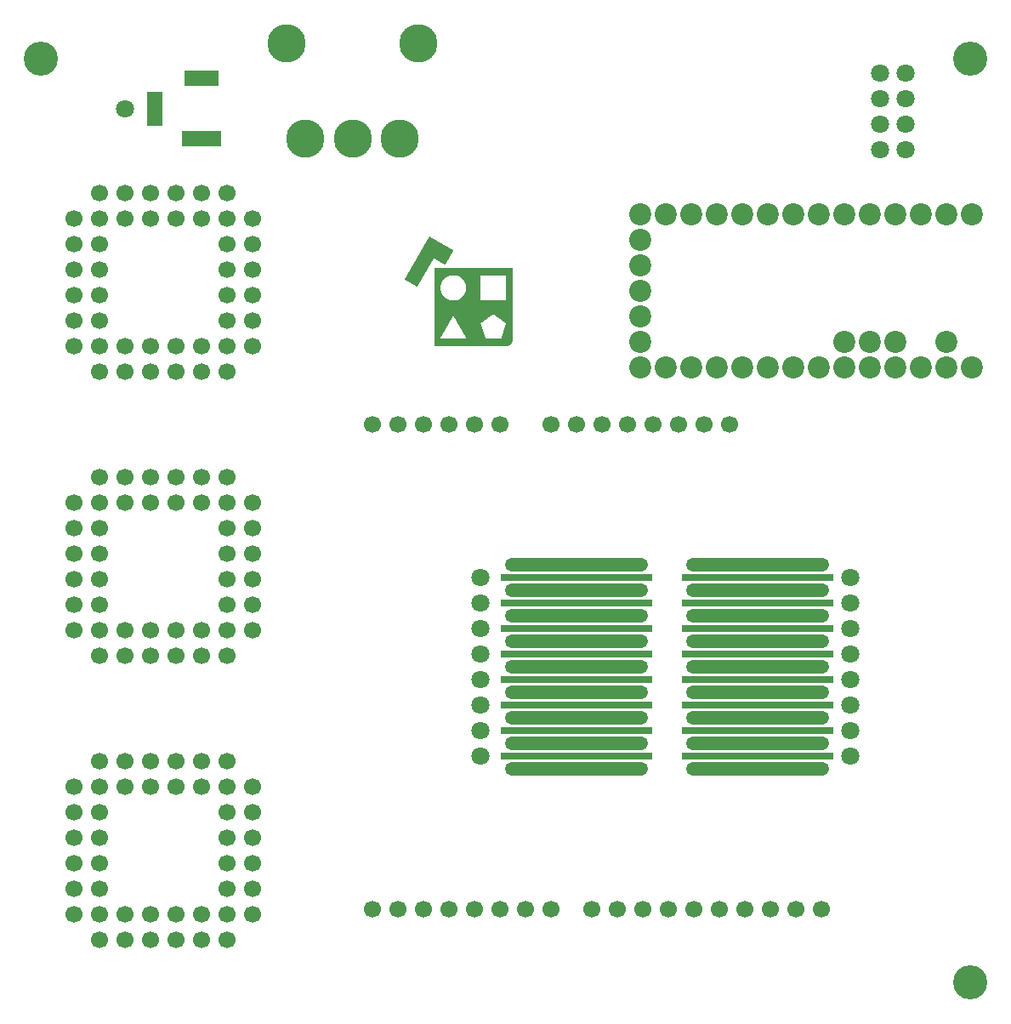
<source format=gbs>
G04*
G04 #@! TF.GenerationSoftware,Altium Limited,Altium Designer,19.0.12 (326)*
G04*
G04 Layer_Color=16711935*
%FSLAX44Y44*%
%MOMM*%
G71*
G01*
G75*
%ADD31C,1.8000*%
G04:AMPARAMS|DCode=32|XSize=14.2mm|YSize=1.4mm|CornerRadius=0.7mm|HoleSize=0mm|Usage=FLASHONLY|Rotation=0.000|XOffset=0mm|YOffset=0mm|HoleType=Round|Shape=RoundedRectangle|*
%AMROUNDEDRECTD32*
21,1,14.2000,0.0000,0,0,0.0*
21,1,12.8000,1.4000,0,0,0.0*
1,1,1.4000,6.4000,0.0000*
1,1,1.4000,-6.4000,0.0000*
1,1,1.4000,-6.4000,0.0000*
1,1,1.4000,6.4000,0.0000*
%
%ADD32ROUNDEDRECTD32*%
%ADD33C,2.2000*%
%ADD34C,3.8000*%
%ADD35R,1.5000X3.4000*%
%ADD36R,3.4000X1.5000*%
%ADD37R,3.9000X1.5000*%
%ADD38C,1.7000*%
%ADD39C,3.4000*%
%ADD61R,15.1000X0.8000*%
G36*
X428678Y781487D02*
X428625D01*
Y781540D01*
X428678D01*
Y781487D01*
D02*
G37*
G36*
X430386Y780526D02*
X430333D01*
Y780579D01*
X430386D01*
Y780526D01*
D02*
G37*
G36*
X438500Y775829D02*
X438447D01*
Y775882D01*
X438500D01*
Y775829D01*
D02*
G37*
G36*
X426650Y782661D02*
X426597D01*
Y782608D01*
X426757D01*
Y782554D01*
X426810D01*
Y782501D01*
X426917D01*
Y782448D01*
X427024D01*
Y782394D01*
X427077D01*
Y782341D01*
X427184D01*
Y782288D01*
X427237D01*
Y782234D01*
X427344D01*
Y782288D01*
X427397D01*
Y782181D01*
X427451D01*
Y782127D01*
X427557D01*
Y782074D01*
X427718D01*
Y782021D01*
X427771D01*
Y781914D01*
X427931D01*
Y781861D01*
X427984D01*
Y781807D01*
X428091D01*
Y781754D01*
X428198D01*
Y781700D01*
X428251D01*
Y781647D01*
X428411D01*
Y781594D01*
X428518D01*
Y781540D01*
X428572D01*
Y781487D01*
X428625D01*
Y781433D01*
X428732D01*
Y781380D01*
X428839D01*
Y781327D01*
X428999D01*
Y781273D01*
X429052D01*
Y781220D01*
X429105D01*
Y781167D01*
X429266D01*
Y781060D01*
X429372D01*
Y781006D01*
X429479D01*
Y780953D01*
X429532D01*
Y780900D01*
X429692D01*
Y780846D01*
X429799D01*
Y780793D01*
X429906D01*
Y780740D01*
X430013D01*
Y780633D01*
X430066D01*
Y780579D01*
X430173D01*
Y780633D01*
X430226D01*
Y780526D01*
X430333D01*
Y780473D01*
X430440D01*
Y780419D01*
X430493D01*
Y780366D01*
X430600D01*
Y780312D01*
X430653D01*
Y780259D01*
X430813D01*
Y780206D01*
X430867D01*
Y780152D01*
X431027D01*
Y780099D01*
X431080D01*
Y780046D01*
X431241D01*
Y779939D01*
X431347D01*
Y779885D01*
X431454D01*
Y779832D01*
X431507D01*
Y779779D01*
X431614D01*
Y779725D01*
X431721D01*
Y779672D01*
X431774D01*
Y779619D01*
X431881D01*
Y779565D01*
X431988D01*
Y779512D01*
X432095D01*
Y779458D01*
X432148D01*
Y779405D01*
X432201D01*
Y779458D01*
X432255D01*
Y779405D01*
X432308D01*
Y779298D01*
X432468D01*
Y779245D01*
X432522D01*
Y779192D01*
X432628D01*
Y779138D01*
X432682D01*
Y779085D01*
X432735D01*
Y779138D01*
X432789D01*
Y779031D01*
X432895D01*
Y778978D01*
X433055D01*
Y778925D01*
X433109D01*
Y778871D01*
X433215D01*
Y778818D01*
X433269D01*
Y778764D01*
X433429D01*
Y778711D01*
X433482D01*
Y778658D01*
X433589D01*
Y778604D01*
X433643D01*
Y778551D01*
X433749D01*
Y778498D01*
X433856D01*
Y778391D01*
X433909D01*
Y778444D01*
X433963D01*
Y778391D01*
X434016D01*
Y778337D01*
X434123D01*
Y778284D01*
X434176D01*
Y778231D01*
X434283D01*
Y778177D01*
X434390D01*
Y778124D01*
X434497D01*
Y778071D01*
X434603D01*
Y778017D01*
X434710D01*
Y777910D01*
X434763D01*
Y777964D01*
X434817D01*
Y777857D01*
X434924D01*
Y777804D01*
X435030D01*
Y777750D01*
X435137D01*
Y777644D01*
X435297D01*
Y777590D01*
X435404D01*
Y777537D01*
X435511D01*
Y777483D01*
X435564D01*
Y777430D01*
X435671D01*
Y777377D01*
X435778D01*
Y777323D01*
X435885D01*
Y777270D01*
X435991D01*
Y777216D01*
X436098D01*
Y777110D01*
X436205D01*
Y777056D01*
X436258D01*
Y777003D01*
X436418D01*
Y776950D01*
X436525D01*
Y776896D01*
X436632D01*
Y776843D01*
X436685D01*
Y776789D01*
X436739D01*
Y776736D01*
X436792D01*
Y776789D01*
X436845D01*
Y776683D01*
X436952D01*
Y776736D01*
X437005D01*
Y776683D01*
X437059D01*
Y776576D01*
X437166D01*
Y776523D01*
X437272D01*
Y776469D01*
X437379D01*
Y776363D01*
X437539D01*
Y776309D01*
X437593D01*
Y776256D01*
X437646D01*
Y776202D01*
X437806D01*
Y776149D01*
X437913D01*
Y776096D01*
X438020D01*
Y776042D01*
X438126D01*
Y775989D01*
X438180D01*
Y775935D01*
X438233D01*
Y775882D01*
X438287D01*
Y775935D01*
X438233D01*
Y775989D01*
X438287D01*
Y775935D01*
X438340D01*
Y775829D01*
X438447D01*
Y775775D01*
X438500D01*
Y775722D01*
X438660D01*
Y775668D01*
X438767D01*
Y775562D01*
X438874D01*
Y775508D01*
X438927D01*
Y775455D01*
X438980D01*
Y775508D01*
X439034D01*
Y775455D01*
X439087D01*
Y775402D01*
X439194D01*
Y775348D01*
X439301D01*
Y775295D01*
X439408D01*
Y775188D01*
X439461D01*
Y775241D01*
X439568D01*
Y775188D01*
X439621D01*
Y775081D01*
X439728D01*
Y775028D01*
X439835D01*
Y774975D01*
X439888D01*
Y774921D01*
X440048D01*
Y774868D01*
X440155D01*
Y774815D01*
X440208D01*
Y774761D01*
X440261D01*
Y774708D01*
X440368D01*
Y774654D01*
X440475D01*
Y774601D01*
X440635D01*
Y774548D01*
X440689D01*
Y774494D01*
X440742D01*
Y774441D01*
X440902D01*
Y774334D01*
X441009D01*
Y774281D01*
X441169D01*
Y774174D01*
X441329D01*
Y774120D01*
X441436D01*
Y774014D01*
X441489D01*
Y774067D01*
X441543D01*
Y774014D01*
X441596D01*
Y773960D01*
X441649D01*
Y773907D01*
X441756D01*
Y773854D01*
X441863D01*
Y773800D01*
X441970D01*
Y773747D01*
X442076D01*
Y773693D01*
X442130D01*
Y773640D01*
X442237D01*
Y773587D01*
X442290D01*
Y773533D01*
X442343D01*
Y773587D01*
X442397D01*
Y773533D01*
X442450D01*
Y773480D01*
X442504D01*
Y773373D01*
X442717D01*
Y773320D01*
X442824D01*
Y773267D01*
X442930D01*
Y773213D01*
X443037D01*
Y773160D01*
X443091D01*
Y773106D01*
X443197D01*
Y773053D01*
X443251D01*
Y773000D01*
X443304D01*
Y773053D01*
X443358D01*
Y773000D01*
X443411D01*
Y772893D01*
X443518D01*
Y772839D01*
X443624D01*
Y772786D01*
X443678D01*
Y772733D01*
X443785D01*
Y772679D01*
X443891D01*
Y772626D01*
X443998D01*
Y772519D01*
X444051D01*
Y772572D01*
X444105D01*
Y772519D01*
X444212D01*
Y772466D01*
X444318D01*
Y772412D01*
X444372D01*
Y772359D01*
X444478D01*
Y772306D01*
X444532D01*
Y772252D01*
X444692D01*
Y772199D01*
X444745D01*
Y772145D01*
X444799D01*
Y772092D01*
X444852D01*
Y772039D01*
X444906D01*
Y772092D01*
X444959D01*
Y771985D01*
X445119D01*
Y771932D01*
X445172D01*
Y771879D01*
X445279D01*
Y771825D01*
X445386D01*
Y771772D01*
X445493D01*
Y771719D01*
X445599D01*
Y771665D01*
X445653D01*
Y771612D01*
X445760D01*
Y771558D01*
X445813D01*
Y771505D01*
X445866D01*
Y771452D01*
X446026D01*
Y771345D01*
X446187D01*
Y771291D01*
X446240D01*
Y771238D01*
X446347D01*
Y771185D01*
X446507D01*
Y771131D01*
X446614D01*
Y771078D01*
X446667D01*
Y771025D01*
X446774D01*
Y770971D01*
X446880D01*
Y770918D01*
X446987D01*
Y770864D01*
X447041D01*
Y770811D01*
X447094D01*
Y770864D01*
X447147D01*
Y770758D01*
X447201D01*
Y770704D01*
X447308D01*
Y770651D01*
X447414D01*
Y770598D01*
X447468D01*
Y770544D01*
X447521D01*
Y770491D01*
X447735D01*
Y770437D01*
X447788D01*
Y770384D01*
X447841D01*
Y770331D01*
X447895D01*
Y770384D01*
X447948D01*
Y770277D01*
X448055D01*
Y770224D01*
X448108D01*
Y770171D01*
X448268D01*
Y770064D01*
X448375D01*
Y770117D01*
X448428D01*
Y770064D01*
X448482D01*
Y769957D01*
X448535D01*
Y769904D01*
X448695D01*
Y769850D01*
X448802D01*
Y769797D01*
X448909D01*
Y769690D01*
X448962D01*
Y769743D01*
X449016D01*
Y769690D01*
X449122D01*
Y769637D01*
X449229D01*
Y769583D01*
X449283D01*
Y769530D01*
X449336D01*
Y769477D01*
X449443D01*
Y769423D01*
X449496D01*
Y769370D01*
X449603D01*
Y769316D01*
X449656D01*
Y769263D01*
X449763D01*
Y769210D01*
X449816D01*
Y769156D01*
X449977D01*
Y769103D01*
X450083D01*
Y769050D01*
X450243D01*
Y768996D01*
X450297D01*
Y768943D01*
X450350D01*
Y768889D01*
X450510D01*
Y768783D01*
X450617D01*
Y768729D01*
X450564D01*
Y768676D01*
X450510D01*
Y768569D01*
X450457D01*
Y768462D01*
X450404D01*
Y768302D01*
X450297D01*
Y768195D01*
X450243D01*
Y768089D01*
X450190D01*
Y768035D01*
X450137D01*
Y767929D01*
X450083D01*
Y767822D01*
X449977D01*
Y767662D01*
X449923D01*
Y767555D01*
X449870D01*
Y767502D01*
X449816D01*
Y767448D01*
X449763D01*
Y767235D01*
X449656D01*
Y767128D01*
X449710D01*
Y767075D01*
X449603D01*
Y766968D01*
X449496D01*
Y766914D01*
X449549D01*
Y766861D01*
X449496D01*
Y766808D01*
X449443D01*
Y766701D01*
X449389D01*
Y766647D01*
X449336D01*
Y766594D01*
X449283D01*
Y766487D01*
X449229D01*
Y766327D01*
X449176D01*
Y766220D01*
X449122D01*
Y766167D01*
X449069D01*
Y766114D01*
X449016D01*
Y766007D01*
X448962D01*
Y765900D01*
X448909D01*
Y765793D01*
X448856D01*
Y765687D01*
X448749D01*
Y765633D01*
X448802D01*
Y765580D01*
X448749D01*
Y765527D01*
X448695D01*
Y765473D01*
X448642D01*
Y765420D01*
X448589D01*
Y765260D01*
X448535D01*
Y765153D01*
X448482D01*
Y765046D01*
X448428D01*
Y764939D01*
X448375D01*
Y764833D01*
X448268D01*
Y764779D01*
X448322D01*
Y764726D01*
X448215D01*
Y764619D01*
X448162D01*
Y764459D01*
X448108D01*
Y764406D01*
X448055D01*
Y764352D01*
X447948D01*
Y764299D01*
X448002D01*
Y764245D01*
X447948D01*
Y764139D01*
X447895D01*
Y764032D01*
X447841D01*
Y763979D01*
X447788D01*
Y763925D01*
X447735D01*
Y763818D01*
X447788D01*
Y763765D01*
X447735D01*
Y763712D01*
X447681D01*
Y763658D01*
X447628D01*
Y763551D01*
X447575D01*
Y763445D01*
X447468D01*
Y763338D01*
X447414D01*
Y763231D01*
X447361D01*
Y763178D01*
X447308D01*
Y763071D01*
X447254D01*
Y762964D01*
X447201D01*
Y762858D01*
X447147D01*
Y762751D01*
X447094D01*
Y762644D01*
X447041D01*
Y762591D01*
X446987D01*
Y762484D01*
X446934D01*
Y762377D01*
X446880D01*
Y762270D01*
X446774D01*
Y762110D01*
X446667D01*
Y761897D01*
X446560D01*
Y761737D01*
X446507D01*
Y761683D01*
X446454D01*
Y761523D01*
X446400D01*
Y761470D01*
X446347D01*
Y761363D01*
X446293D01*
Y761310D01*
X446240D01*
Y761203D01*
X446187D01*
Y761096D01*
X446133D01*
Y760989D01*
X446080D01*
Y760936D01*
X446026D01*
Y760829D01*
X445920D01*
Y760669D01*
X445866D01*
Y760562D01*
X445813D01*
Y760456D01*
X445760D01*
Y760349D01*
X445706D01*
Y760189D01*
X445599D01*
Y760082D01*
X445546D01*
Y760029D01*
X445493D01*
Y759868D01*
X445386D01*
Y759655D01*
X445332D01*
Y759708D01*
X445279D01*
Y759602D01*
X445226D01*
Y759441D01*
X445172D01*
Y759335D01*
X445119D01*
Y759281D01*
X445066D01*
Y759121D01*
X445012D01*
Y759068D01*
X444959D01*
Y758907D01*
X444852D01*
Y758747D01*
X444745D01*
Y758641D01*
X444692D01*
Y758534D01*
X444639D01*
Y758481D01*
X444585D01*
Y758374D01*
X444532D01*
Y758320D01*
X444478D01*
Y758267D01*
X444532D01*
Y758214D01*
X444478D01*
Y758160D01*
X444425D01*
Y758054D01*
X444372D01*
Y757947D01*
X444318D01*
Y757840D01*
X444265D01*
Y757787D01*
X444212D01*
Y757626D01*
X444105D01*
Y757466D01*
X444051D01*
Y757413D01*
X443998D01*
Y757359D01*
X443945D01*
Y757253D01*
X443891D01*
Y757146D01*
X443838D01*
Y757093D01*
X443785D01*
Y756933D01*
X443731D01*
Y756879D01*
X443678D01*
Y756719D01*
X443571D01*
Y756666D01*
X443624D01*
Y756612D01*
X443571D01*
Y756559D01*
X443518D01*
Y756506D01*
X443464D01*
Y756399D01*
X443411D01*
Y756292D01*
X443358D01*
Y756239D01*
X443304D01*
Y756132D01*
X443251D01*
Y756078D01*
X443197D01*
Y755972D01*
X443144D01*
Y755865D01*
X443091D01*
Y755812D01*
X443037D01*
Y755651D01*
X442984D01*
Y755545D01*
X442930D01*
Y755438D01*
X442877D01*
Y755385D01*
X442824D01*
Y755278D01*
X442770D01*
Y755224D01*
X442717D01*
Y755118D01*
X442664D01*
Y755011D01*
X442610D01*
Y754904D01*
X442557D01*
Y754851D01*
X442504D01*
Y754744D01*
X442557D01*
Y754691D01*
X442397D01*
Y754637D01*
X442450D01*
Y754584D01*
X442397D01*
Y754530D01*
X442343D01*
Y754370D01*
X442290D01*
Y754424D01*
X442237D01*
Y754530D01*
X442183D01*
Y754477D01*
X442076D01*
Y754530D01*
X442130D01*
Y754584D01*
X442023D01*
Y754637D01*
X441916D01*
Y754691D01*
X441810D01*
Y754744D01*
X441703D01*
Y754797D01*
X441649D01*
Y754851D01*
X441543D01*
Y754904D01*
X441489D01*
Y754958D01*
X441382D01*
Y755011D01*
X441276D01*
Y755064D01*
X441169D01*
Y755118D01*
X441009D01*
Y755171D01*
X440956D01*
Y755278D01*
X440902D01*
Y755224D01*
X440795D01*
Y755331D01*
X440742D01*
Y755385D01*
X440635D01*
Y755438D01*
X440528D01*
Y755491D01*
X440422D01*
Y755545D01*
X440368D01*
Y755598D01*
X440261D01*
Y755651D01*
X440155D01*
Y755705D01*
X440048D01*
Y755758D01*
X439995D01*
Y755812D01*
X439888D01*
Y755865D01*
X439728D01*
Y755918D01*
X439674D01*
Y756025D01*
X439621D01*
Y755972D01*
X439568D01*
Y756025D01*
X439461D01*
Y756132D01*
X439301D01*
Y756185D01*
X439247D01*
Y756239D01*
X439141D01*
Y756292D01*
X439034D01*
Y756345D01*
X438980D01*
Y756399D01*
X438874D01*
Y756452D01*
X438713D01*
Y756506D01*
X438660D01*
Y756559D01*
X438607D01*
Y756612D01*
X438447D01*
Y756666D01*
X438393D01*
Y756719D01*
X438287D01*
Y756772D01*
X438180D01*
Y756826D01*
X438126D01*
Y756879D01*
X437966D01*
Y756986D01*
X437859D01*
Y757039D01*
X437753D01*
Y757093D01*
X437646D01*
Y757146D01*
X437539D01*
Y757199D01*
X437432D01*
Y757253D01*
X437326D01*
Y757306D01*
X437219D01*
Y757359D01*
X437166D01*
Y757413D01*
X437112D01*
Y757466D01*
X437005D01*
Y757520D01*
X436899D01*
Y757573D01*
X436845D01*
Y757626D01*
X436739D01*
Y757680D01*
X436632D01*
Y757733D01*
X436578D01*
Y757787D01*
X436472D01*
Y757840D01*
X436365D01*
Y757893D01*
X436311D01*
Y757840D01*
X436258D01*
Y757947D01*
X436151D01*
Y758000D01*
X436045D01*
Y758054D01*
X435938D01*
Y758107D01*
X435831D01*
Y758160D01*
X435724D01*
Y758267D01*
X435618D01*
Y758320D01*
X435564D01*
Y758374D01*
X435457D01*
Y758427D01*
X435351D01*
Y758481D01*
X435297D01*
Y758534D01*
X435191D01*
Y758587D01*
X435084D01*
Y758641D01*
X435030D01*
Y758587D01*
X434977D01*
Y758641D01*
X434924D01*
Y758694D01*
X434870D01*
Y758747D01*
X434710D01*
Y758801D01*
X434657D01*
Y758854D01*
X434603D01*
Y758907D01*
X434443D01*
Y758961D01*
X434390D01*
Y759014D01*
X434337D01*
Y759068D01*
X434230D01*
Y759121D01*
X434176D01*
Y759174D01*
X434016D01*
Y759228D01*
X433963D01*
Y759281D01*
X433909D01*
Y759335D01*
X433696D01*
Y759441D01*
X433589D01*
Y759495D01*
X433429D01*
Y759548D01*
X433376D01*
Y759602D01*
X433269D01*
Y759655D01*
X433162D01*
Y759708D01*
X433109D01*
Y759762D01*
X433055D01*
Y759815D01*
X432895D01*
Y759922D01*
X432735D01*
Y759975D01*
X432682D01*
Y760029D01*
X432628D01*
Y760082D01*
X432522D01*
Y760135D01*
X432361D01*
Y760189D01*
X432255D01*
Y760242D01*
X432148D01*
Y760295D01*
X432095D01*
Y760349D01*
X431988D01*
Y760402D01*
X431881D01*
Y760456D01*
X431774D01*
Y760509D01*
X431721D01*
Y760562D01*
X431668D01*
Y760616D01*
X431561D01*
Y760669D01*
X431454D01*
Y760722D01*
X431401D01*
Y760776D01*
X431347D01*
Y760829D01*
X431187D01*
Y760883D01*
X431134D01*
Y760936D01*
X431080D01*
Y760883D01*
X431027D01*
Y760989D01*
X430974D01*
Y760936D01*
X430867D01*
Y760829D01*
X430760D01*
Y760669D01*
X430707D01*
Y760616D01*
X430653D01*
Y760456D01*
X430600D01*
Y760402D01*
X430547D01*
Y760295D01*
X430493D01*
Y760189D01*
X430440D01*
Y760082D01*
X430386D01*
Y760029D01*
X430333D01*
Y759922D01*
X430280D01*
Y759868D01*
X430226D01*
Y759655D01*
X430173D01*
Y759708D01*
X430120D01*
Y759548D01*
X430013D01*
Y759388D01*
X429959D01*
Y759281D01*
X429906D01*
Y759174D01*
X429853D01*
Y759121D01*
X429799D01*
Y759014D01*
X429746D01*
Y758907D01*
X429692D01*
Y758801D01*
X429639D01*
Y758747D01*
X429586D01*
Y758587D01*
X429479D01*
Y758427D01*
X429426D01*
Y758374D01*
X429372D01*
Y758214D01*
X429266D01*
Y758107D01*
X429212D01*
Y758000D01*
X429159D01*
Y757840D01*
X429052D01*
Y757626D01*
X428999D01*
Y757573D01*
X428945D01*
Y757520D01*
X428892D01*
Y757413D01*
X428839D01*
Y757306D01*
X428732D01*
Y757146D01*
X428625D01*
Y757093D01*
X428678D01*
Y757039D01*
X428572D01*
Y756879D01*
X428518D01*
Y756772D01*
X428411D01*
Y756559D01*
X428358D01*
Y756506D01*
X428305D01*
Y756345D01*
X428198D01*
Y756239D01*
X428251D01*
Y756185D01*
X428144D01*
Y756132D01*
X428091D01*
Y756078D01*
X428038D01*
Y755972D01*
X427984D01*
Y755918D01*
X427931D01*
Y755758D01*
X427878D01*
Y755705D01*
X427824D01*
Y755598D01*
X427771D01*
Y755491D01*
X427718D01*
Y755331D01*
X427664D01*
Y755278D01*
X427611D01*
Y755224D01*
X427557D01*
Y755064D01*
X427451D01*
Y754958D01*
X427397D01*
Y754797D01*
X427290D01*
Y754691D01*
X427237D01*
Y754637D01*
X427184D01*
Y754530D01*
X427130D01*
Y754424D01*
X427077D01*
Y754317D01*
X427024D01*
Y754157D01*
X426917D01*
Y753997D01*
X426863D01*
Y753943D01*
X426810D01*
Y753837D01*
X426757D01*
Y753730D01*
X426650D01*
Y753516D01*
X426597D01*
Y753463D01*
X426490D01*
Y753303D01*
X426436D01*
Y753249D01*
X426383D01*
Y753089D01*
X426330D01*
Y752982D01*
X426276D01*
Y752876D01*
X426223D01*
Y752769D01*
X426170D01*
Y752716D01*
X426116D01*
Y752662D01*
X426063D01*
Y752609D01*
X426116D01*
Y752555D01*
X426009D01*
Y752449D01*
X425956D01*
Y752395D01*
X425903D01*
Y752289D01*
X425849D01*
Y752182D01*
X425742D01*
Y752128D01*
X425796D01*
Y752075D01*
X425742D01*
Y751968D01*
X425689D01*
Y751861D01*
X425636D01*
Y751755D01*
X425582D01*
Y751701D01*
X425529D01*
Y751648D01*
X425582D01*
Y751595D01*
X425476D01*
Y751488D01*
X425422D01*
Y751434D01*
X425369D01*
Y751274D01*
X425316D01*
Y751221D01*
X425209D01*
Y751008D01*
X425102D01*
Y750847D01*
X425049D01*
Y750794D01*
X424995D01*
Y750687D01*
X424888D01*
Y750474D01*
X424835D01*
Y750420D01*
X424782D01*
Y750313D01*
X424728D01*
Y750260D01*
X424675D01*
Y750100D01*
X424568D01*
Y749940D01*
X424461D01*
Y749833D01*
X424408D01*
Y749726D01*
X424355D01*
Y749566D01*
X424301D01*
Y749460D01*
X424248D01*
Y749353D01*
X424194D01*
Y749299D01*
X424141D01*
Y749193D01*
X424088D01*
Y749139D01*
X424034D01*
Y748979D01*
X423928D01*
Y748819D01*
X423874D01*
Y748766D01*
X423821D01*
Y748659D01*
X423768D01*
Y748605D01*
X423714D01*
Y748552D01*
X423661D01*
Y748392D01*
X423607D01*
Y748232D01*
X423554D01*
Y748178D01*
X423501D01*
Y748072D01*
X423447D01*
Y748018D01*
X423394D01*
Y747912D01*
X423340D01*
Y747858D01*
X423287D01*
Y747751D01*
X423234D01*
Y747698D01*
X423180D01*
Y747591D01*
X423127D01*
Y747485D01*
X423074D01*
Y747431D01*
X423020D01*
Y747271D01*
X422967D01*
Y747218D01*
X422913D01*
Y747111D01*
X422860D01*
Y746951D01*
X422807D01*
Y746897D01*
X422753D01*
Y746791D01*
X422700D01*
Y746737D01*
X422646D01*
Y746577D01*
X422540D01*
Y746470D01*
X422486D01*
Y746364D01*
X422433D01*
Y746257D01*
X422380D01*
Y746203D01*
X422326D01*
Y746097D01*
X422273D01*
Y746043D01*
X422220D01*
Y745990D01*
X422273D01*
Y745937D01*
X422220D01*
Y745883D01*
X422166D01*
Y745830D01*
X422113D01*
Y745670D01*
X422059D01*
Y745616D01*
X422006D01*
Y745509D01*
X421953D01*
Y745456D01*
X421899D01*
Y745349D01*
X421846D01*
Y745243D01*
X421792D01*
Y745189D01*
X421739D01*
Y745136D01*
X421686D01*
Y744976D01*
X421632D01*
Y744922D01*
X421579D01*
Y744762D01*
X421525D01*
Y744709D01*
X421472D01*
Y744549D01*
X421365D01*
Y744389D01*
X421312D01*
Y744335D01*
X421259D01*
Y744282D01*
X421205D01*
Y744122D01*
X421152D01*
Y744068D01*
X421099D01*
Y743961D01*
X421045D01*
Y743855D01*
X420992D01*
Y743801D01*
X420938D01*
Y743695D01*
X420885D01*
Y743641D01*
X420832D01*
Y743534D01*
X420885D01*
Y743481D01*
X420778D01*
Y743428D01*
X420725D01*
Y743321D01*
X420672D01*
Y743214D01*
X420618D01*
Y743107D01*
X420511D01*
Y742947D01*
X420458D01*
Y742894D01*
X420405D01*
Y742734D01*
X420351D01*
Y742680D01*
X420298D01*
Y742574D01*
X420351D01*
Y742520D01*
X420191D01*
Y742360D01*
X420138D01*
Y742307D01*
X420084D01*
Y742253D01*
X420138D01*
Y742200D01*
X420084D01*
Y742147D01*
X420031D01*
Y742093D01*
X419978D01*
Y742040D01*
X420031D01*
Y741986D01*
X419924D01*
Y742040D01*
X419871D01*
Y741826D01*
X419817D01*
Y741773D01*
X419764D01*
Y741613D01*
X419657D01*
Y741453D01*
X419604D01*
Y741399D01*
X419551D01*
Y741239D01*
X419497D01*
Y741186D01*
X419444D01*
Y741079D01*
X419390D01*
Y741026D01*
X419337D01*
Y740865D01*
X419230D01*
Y740759D01*
X419177D01*
Y740652D01*
X419123D01*
Y740599D01*
X419070D01*
Y740492D01*
X419017D01*
Y740385D01*
X418963D01*
Y740278D01*
X418910D01*
Y740172D01*
X418857D01*
Y740118D01*
X418803D01*
Y739958D01*
X418750D01*
Y739905D01*
X418697D01*
Y739798D01*
X418643D01*
Y739691D01*
X418590D01*
Y739584D01*
X418483D01*
Y739478D01*
X418430D01*
Y739424D01*
X418483D01*
Y739371D01*
X418376D01*
Y739264D01*
X418323D01*
Y739157D01*
X418269D01*
Y739104D01*
X418216D01*
Y738997D01*
X418163D01*
Y738891D01*
X418109D01*
Y738784D01*
X418056D01*
Y738677D01*
X418003D01*
Y738624D01*
X417949D01*
Y738517D01*
X417896D01*
Y738463D01*
X417842D01*
Y738410D01*
X417789D01*
Y738250D01*
X417736D01*
Y738143D01*
X417682D01*
Y738090D01*
X417629D01*
Y737983D01*
X417575D01*
Y737930D01*
X417522D01*
Y737769D01*
X417469D01*
Y737609D01*
X417362D01*
Y737556D01*
X417309D01*
Y737449D01*
X417362D01*
Y737396D01*
X417309D01*
Y737343D01*
X417255D01*
Y737289D01*
X417149D01*
Y737129D01*
X417095D01*
Y737022D01*
X416988D01*
Y736862D01*
X416935D01*
Y736755D01*
X416882D01*
Y736702D01*
X416828D01*
Y736595D01*
X416775D01*
Y736488D01*
X416721D01*
Y736435D01*
X416668D01*
Y736328D01*
X416615D01*
Y736221D01*
X416561D01*
Y736168D01*
X416508D01*
Y736008D01*
X416455D01*
Y735901D01*
X416348D01*
Y735741D01*
X416241D01*
Y735688D01*
X416294D01*
Y735634D01*
X416241D01*
Y735581D01*
X416188D01*
Y735528D01*
X416134D01*
Y735314D01*
X416081D01*
Y735261D01*
X416027D01*
Y735207D01*
X415974D01*
Y735101D01*
X415921D01*
Y735047D01*
X415867D01*
Y734940D01*
X415814D01*
Y734780D01*
X415707D01*
Y734620D01*
X415601D01*
Y734513D01*
X415547D01*
Y734407D01*
X415494D01*
Y734247D01*
X415440D01*
Y734193D01*
X415387D01*
Y734033D01*
X415280D01*
Y733873D01*
X415227D01*
Y733820D01*
X415173D01*
Y733713D01*
X415120D01*
Y733659D01*
X415067D01*
Y733553D01*
X415013D01*
Y733499D01*
X414960D01*
Y733392D01*
X415013D01*
Y733339D01*
X414907D01*
Y733286D01*
X414853D01*
Y733126D01*
X414800D01*
Y733072D01*
X414746D01*
Y732965D01*
X414693D01*
Y732912D01*
X414640D01*
Y732752D01*
X414586D01*
Y732699D01*
X414533D01*
Y732592D01*
X414426D01*
Y732645D01*
X414266D01*
Y732752D01*
X414213D01*
Y732699D01*
X414106D01*
Y732752D01*
X414053D01*
Y732859D01*
X413892D01*
Y732912D01*
X413839D01*
Y732965D01*
X413732D01*
Y733019D01*
X413625D01*
Y733072D01*
X413519D01*
Y733126D01*
X413412D01*
Y733179D01*
X413305D01*
Y733286D01*
X413198D01*
Y733339D01*
X413145D01*
Y733392D01*
X412985D01*
Y733499D01*
X412932D01*
Y733446D01*
X412878D01*
Y733499D01*
X412771D01*
Y733606D01*
X412665D01*
Y733659D01*
X412558D01*
Y733713D01*
X412451D01*
Y733766D01*
X412344D01*
Y733820D01*
X412238D01*
Y733873D01*
X412131D01*
Y733926D01*
X412024D01*
Y733980D01*
X411971D01*
Y734033D01*
X411917D01*
Y733980D01*
X411864D01*
Y734086D01*
X411811D01*
Y734140D01*
X411704D01*
Y734193D01*
X411597D01*
Y734247D01*
X411544D01*
Y734300D01*
X411437D01*
Y734353D01*
X411330D01*
Y734407D01*
X411277D01*
Y734460D01*
X411170D01*
Y734513D01*
X411010D01*
Y734567D01*
X410956D01*
Y734620D01*
X410903D01*
Y734567D01*
X410850D01*
Y734673D01*
X410743D01*
Y734780D01*
X410636D01*
Y734727D01*
X410583D01*
Y734834D01*
X410530D01*
Y734887D01*
X410423D01*
Y734940D01*
X410369D01*
Y734887D01*
X410316D01*
Y734994D01*
X410263D01*
Y735047D01*
X410209D01*
Y735101D01*
X410049D01*
Y735154D01*
X409942D01*
Y735207D01*
X409836D01*
Y735261D01*
X409782D01*
Y735314D01*
X409675D01*
Y735368D01*
X409569D01*
Y735421D01*
X409462D01*
Y735474D01*
X409302D01*
Y735528D01*
X409248D01*
Y735634D01*
X409142D01*
Y735688D01*
X409088D01*
Y735634D01*
X409035D01*
Y735741D01*
X408982D01*
Y735795D01*
X408821D01*
Y735848D01*
X408768D01*
Y735901D01*
X408661D01*
Y735955D01*
X408554D01*
Y736008D01*
X408448D01*
Y736061D01*
X408288D01*
Y736168D01*
X408181D01*
Y736221D01*
X408021D01*
Y736275D01*
X407967D01*
Y736328D01*
X407861D01*
Y736382D01*
X407754D01*
Y736488D01*
X407647D01*
Y736542D01*
X407540D01*
Y736595D01*
X407487D01*
Y736649D01*
X407327D01*
Y736702D01*
X407273D01*
Y736755D01*
X407167D01*
Y736809D01*
X407113D01*
Y736862D01*
X407060D01*
Y736809D01*
X407006D01*
Y736862D01*
X406953D01*
Y736915D01*
X406900D01*
Y736969D01*
X406846D01*
Y736915D01*
X406793D01*
Y737022D01*
X406740D01*
Y737076D01*
X406580D01*
Y737129D01*
X406473D01*
Y737182D01*
X406419D01*
Y737236D01*
X406313D01*
Y737289D01*
X406206D01*
Y737343D01*
X406152D01*
Y737396D01*
X406046D01*
Y737449D01*
X405992D01*
Y737503D01*
X405832D01*
Y737556D01*
X405779D01*
Y737609D01*
X405672D01*
Y737663D01*
X405619D01*
Y737716D01*
X405565D01*
Y737663D01*
X405512D01*
Y737716D01*
X405458D01*
Y737823D01*
X405352D01*
Y737769D01*
X405298D01*
Y737876D01*
X405245D01*
Y737930D01*
X405192D01*
Y737983D01*
X405032D01*
Y738036D01*
X404925D01*
Y738090D01*
X404871D01*
Y738143D01*
X404765D01*
Y738196D01*
X404658D01*
Y738250D01*
X404551D01*
Y738303D01*
X404444D01*
Y738357D01*
X404338D01*
Y738410D01*
X404231D01*
Y738463D01*
X404177D01*
Y738517D01*
X404124D01*
Y738570D01*
X404071D01*
Y738624D01*
X404017D01*
Y738570D01*
X403964D01*
Y738677D01*
X403804D01*
Y738730D01*
X403750D01*
Y738784D01*
X403644D01*
Y738837D01*
X403590D01*
Y738891D01*
X403484D01*
Y738944D01*
X403377D01*
Y738997D01*
X403323D01*
Y738944D01*
X403270D01*
Y739051D01*
X403163D01*
Y739104D01*
X403056D01*
Y739211D01*
X402950D01*
Y739264D01*
X402789D01*
Y739317D01*
X402736D01*
Y739371D01*
X402629D01*
Y739478D01*
X402576D01*
Y739424D01*
X402523D01*
Y739478D01*
X402469D01*
Y739531D01*
X402416D01*
Y739584D01*
X402256D01*
Y739638D01*
X402202D01*
Y739691D01*
X402096D01*
Y739744D01*
X401936D01*
Y739798D01*
X401882D01*
Y739851D01*
X401775D01*
Y739905D01*
X401829D01*
Y739958D01*
X401882D01*
Y740065D01*
X401936D01*
Y740225D01*
X401989D01*
Y740278D01*
X402042D01*
Y740332D01*
X402096D01*
Y740438D01*
X402149D01*
Y740492D01*
X402202D01*
Y740599D01*
X402256D01*
Y740705D01*
X402309D01*
Y740759D01*
X402363D01*
Y740812D01*
X402416D01*
Y740972D01*
X402469D01*
Y741026D01*
X402523D01*
Y741186D01*
X402576D01*
Y741292D01*
X402629D01*
Y741399D01*
X402683D01*
Y741506D01*
X402736D01*
Y741559D01*
X402789D01*
Y741720D01*
X402896D01*
Y741826D01*
X402950D01*
Y741880D01*
X403003D01*
Y741986D01*
X403056D01*
Y742093D01*
X403110D01*
Y742147D01*
X403163D01*
Y742253D01*
X403217D01*
Y742307D01*
X403270D01*
Y742467D01*
X403323D01*
Y742574D01*
X403377D01*
Y742680D01*
X403430D01*
Y742787D01*
X403484D01*
Y742840D01*
X403537D01*
Y742894D01*
X403590D01*
Y743001D01*
X403644D01*
Y743107D01*
X403697D01*
Y743161D01*
X403644D01*
Y743214D01*
X403750D01*
Y743268D01*
X403804D01*
Y743428D01*
X403910D01*
Y743588D01*
X404017D01*
Y743748D01*
X404071D01*
Y743855D01*
X404124D01*
Y744015D01*
X404231D01*
Y744122D01*
X404284D01*
Y744228D01*
X404338D01*
Y744282D01*
X404391D01*
Y744335D01*
X404444D01*
Y744495D01*
X404498D01*
Y744549D01*
X404551D01*
Y744709D01*
X404604D01*
Y744762D01*
X404658D01*
Y744869D01*
X404711D01*
Y744922D01*
X404765D01*
Y745082D01*
X404818D01*
Y745136D01*
X404871D01*
Y745243D01*
X404925D01*
Y745349D01*
X404978D01*
Y745456D01*
X405032D01*
Y745509D01*
X405085D01*
Y745616D01*
X405138D01*
Y745670D01*
X405192D01*
Y745776D01*
X405245D01*
Y745883D01*
X405298D01*
Y745990D01*
X405352D01*
Y746043D01*
X405405D01*
Y746203D01*
X405458D01*
Y746257D01*
X405512D01*
Y746364D01*
X405565D01*
Y746417D01*
X405619D01*
Y746524D01*
X405672D01*
Y746577D01*
X405725D01*
Y746684D01*
X405672D01*
Y746737D01*
X405779D01*
Y746791D01*
X405832D01*
Y746951D01*
X405939D01*
Y747004D01*
X405992D01*
Y747111D01*
X406046D01*
Y747324D01*
X406099D01*
Y747378D01*
X406152D01*
Y747485D01*
X406206D01*
Y747538D01*
X406259D01*
Y747645D01*
X406313D01*
Y747698D01*
X406366D01*
Y747858D01*
X406419D01*
Y747912D01*
X406473D01*
Y748018D01*
X406526D01*
Y748072D01*
X406580D01*
Y748125D01*
X406633D01*
Y748285D01*
X406686D01*
Y748338D01*
X406740D01*
Y748392D01*
X406793D01*
Y748605D01*
X406846D01*
Y748659D01*
X406900D01*
Y748766D01*
X406953D01*
Y748819D01*
X407006D01*
Y748979D01*
X407113D01*
Y749139D01*
X407167D01*
Y749193D01*
X407220D01*
Y749246D01*
X407273D01*
Y749406D01*
X407327D01*
Y749460D01*
X407380D01*
Y749566D01*
X407434D01*
Y749673D01*
X407540D01*
Y749726D01*
X407487D01*
Y749780D01*
X407540D01*
Y749886D01*
X407594D01*
Y749940D01*
X407647D01*
Y750047D01*
X407700D01*
Y750100D01*
X407754D01*
Y750260D01*
X407807D01*
Y750313D01*
X407861D01*
Y750367D01*
X407914D01*
Y750474D01*
X407967D01*
Y750527D01*
X408021D01*
Y750634D01*
X408074D01*
Y750741D01*
X408128D01*
Y750847D01*
X408181D01*
Y751008D01*
X408234D01*
Y751061D01*
X408288D01*
Y751168D01*
X408341D01*
Y751274D01*
X408394D01*
Y751381D01*
X408448D01*
Y751434D01*
X408501D01*
Y751488D01*
X408448D01*
Y751541D01*
X408554D01*
Y751648D01*
X408661D01*
Y751755D01*
X408715D01*
Y751915D01*
X408821D01*
Y752075D01*
X408875D01*
Y752128D01*
X408928D01*
Y752289D01*
X408982D01*
Y752395D01*
X409035D01*
Y752449D01*
X409088D01*
Y752502D01*
X409142D01*
Y752609D01*
X409195D01*
Y752716D01*
X409248D01*
Y752769D01*
X409302D01*
Y752929D01*
X409355D01*
Y752982D01*
X409408D01*
Y753036D01*
X409462D01*
Y753196D01*
X409569D01*
Y753410D01*
X409675D01*
Y753570D01*
X409729D01*
Y753676D01*
X409782D01*
Y753730D01*
X409836D01*
Y753890D01*
X409942D01*
Y753997D01*
X409996D01*
Y754157D01*
X410103D01*
Y754317D01*
X410209D01*
Y754424D01*
X410263D01*
Y754477D01*
X410209D01*
Y754530D01*
X410316D01*
Y754691D01*
X410423D01*
Y754851D01*
X410476D01*
Y754958D01*
X410530D01*
Y755011D01*
X410583D01*
Y755171D01*
X410636D01*
Y755224D01*
X410743D01*
Y755438D01*
X410850D01*
Y755598D01*
X410956D01*
Y755705D01*
X411010D01*
Y755758D01*
X410956D01*
Y755812D01*
X411010D01*
Y755865D01*
X411063D01*
Y755972D01*
X411117D01*
Y756025D01*
X411170D01*
Y756132D01*
X411223D01*
Y756239D01*
X411277D01*
Y756345D01*
X411330D01*
Y756399D01*
X411384D01*
Y756506D01*
X411437D01*
Y756559D01*
X411490D01*
Y756666D01*
X411544D01*
Y756719D01*
X411597D01*
Y756826D01*
X411651D01*
Y756879D01*
X411597D01*
Y756933D01*
X411651D01*
Y756986D01*
X411704D01*
Y757093D01*
X411811D01*
Y757253D01*
X411864D01*
Y757413D01*
X411917D01*
Y757466D01*
X411971D01*
Y757520D01*
X412024D01*
Y757680D01*
X412131D01*
Y757787D01*
X412184D01*
Y757893D01*
X412238D01*
Y757947D01*
X412291D01*
Y758054D01*
X412344D01*
Y758160D01*
X412398D01*
Y758267D01*
X412451D01*
Y758427D01*
X412505D01*
Y758481D01*
X412558D01*
Y758587D01*
X412665D01*
Y758747D01*
X412718D01*
Y758801D01*
X412771D01*
Y758961D01*
X412825D01*
Y759014D01*
X412878D01*
Y759068D01*
X412932D01*
Y759174D01*
X412985D01*
Y759228D01*
X413038D01*
Y759388D01*
X413092D01*
Y759441D01*
X413145D01*
Y759548D01*
X413198D01*
Y759708D01*
X413252D01*
Y759762D01*
X413305D01*
Y759868D01*
X413359D01*
Y759922D01*
X413412D01*
Y760029D01*
X413465D01*
Y760082D01*
X413519D01*
Y760189D01*
X413572D01*
Y760295D01*
X413625D01*
Y760349D01*
X413679D01*
Y760456D01*
X413732D01*
Y760562D01*
X413786D01*
Y760616D01*
X413839D01*
Y760776D01*
X413946D01*
Y760989D01*
X413999D01*
Y761043D01*
X414053D01*
Y761150D01*
X414106D01*
Y761203D01*
X414159D01*
Y761256D01*
X414213D01*
Y761416D01*
X414266D01*
Y761470D01*
X414319D01*
Y761577D01*
X414373D01*
Y761683D01*
X414426D01*
Y761737D01*
X414479D01*
Y761843D01*
X414533D01*
Y762003D01*
X414586D01*
Y762057D01*
X414640D01*
Y762110D01*
X414693D01*
Y762270D01*
X414800D01*
Y762377D01*
X414746D01*
Y762431D01*
X414853D01*
Y762537D01*
X414907D01*
Y762591D01*
X414960D01*
Y762644D01*
X415013D01*
Y762751D01*
X415067D01*
Y762804D01*
X415120D01*
Y763018D01*
X415227D01*
Y763178D01*
X415280D01*
Y763231D01*
X415334D01*
Y763338D01*
X415387D01*
Y763498D01*
X415440D01*
Y763551D01*
X415547D01*
Y763658D01*
X415494D01*
Y763712D01*
X415601D01*
Y763765D01*
X415654D01*
Y763925D01*
X415707D01*
Y763979D01*
X415761D01*
Y764085D01*
X415867D01*
Y764299D01*
X415974D01*
Y764512D01*
X416027D01*
Y764566D01*
X416081D01*
Y764672D01*
X416134D01*
Y764726D01*
X416188D01*
Y764833D01*
X416294D01*
Y764886D01*
X416241D01*
Y764939D01*
X416294D01*
Y764993D01*
X416348D01*
Y765046D01*
X416401D01*
Y765206D01*
X416455D01*
Y765260D01*
X416508D01*
Y765366D01*
X416561D01*
Y765473D01*
X416615D01*
Y765580D01*
X416721D01*
Y765793D01*
X416828D01*
Y765954D01*
X416882D01*
Y766007D01*
X416935D01*
Y766060D01*
X416988D01*
Y766167D01*
X417042D01*
Y766327D01*
X417149D01*
Y766434D01*
X417202D01*
Y766541D01*
X417255D01*
Y766701D01*
X417362D01*
Y766754D01*
X417309D01*
Y766808D01*
X417362D01*
Y766861D01*
X417469D01*
Y767075D01*
X417522D01*
Y767128D01*
X417575D01*
Y767235D01*
X417629D01*
Y767341D01*
X417736D01*
Y767502D01*
X417789D01*
Y767608D01*
X417842D01*
Y767662D01*
X417896D01*
Y767715D01*
X417949D01*
Y767822D01*
X418003D01*
Y767929D01*
X418056D01*
Y768089D01*
X418109D01*
Y768195D01*
X418216D01*
Y768302D01*
X418269D01*
Y768409D01*
X418323D01*
Y768462D01*
X418376D01*
Y768516D01*
X418323D01*
Y768569D01*
X418430D01*
Y768729D01*
X418483D01*
Y768783D01*
X418536D01*
Y768836D01*
X418590D01*
Y768996D01*
X418643D01*
Y769050D01*
X418697D01*
Y769156D01*
X418750D01*
Y769263D01*
X418803D01*
Y769370D01*
X418857D01*
Y769477D01*
X418910D01*
Y769583D01*
X419017D01*
Y769690D01*
X419070D01*
Y769797D01*
X419123D01*
Y769850D01*
X419177D01*
Y769957D01*
X419230D01*
Y770064D01*
X419284D01*
Y770117D01*
X419337D01*
Y770224D01*
X419390D01*
Y770331D01*
X419444D01*
Y770437D01*
X419497D01*
Y770598D01*
X419551D01*
Y770651D01*
X419604D01*
Y770704D01*
X419657D01*
Y770758D01*
X419711D01*
Y770918D01*
X419764D01*
Y770971D01*
X419817D01*
Y771078D01*
X419871D01*
Y771131D01*
X419924D01*
Y771291D01*
X419978D01*
Y771345D01*
X420031D01*
Y771452D01*
X420084D01*
Y771558D01*
X420138D01*
Y771612D01*
X420191D01*
Y771719D01*
X420244D01*
Y771772D01*
X420191D01*
Y771825D01*
X420298D01*
Y771932D01*
X420351D01*
Y772039D01*
X420405D01*
Y772092D01*
X420458D01*
Y772199D01*
X420565D01*
Y772359D01*
X420618D01*
Y772412D01*
X420672D01*
Y772572D01*
X420725D01*
Y772626D01*
X420778D01*
Y772786D01*
X420832D01*
Y772839D01*
X420885D01*
Y772946D01*
X420938D01*
Y773053D01*
X420992D01*
Y773160D01*
X421045D01*
Y773213D01*
X421099D01*
Y773320D01*
X421152D01*
Y773373D01*
X421205D01*
Y773480D01*
X421312D01*
Y773533D01*
X421259D01*
Y773587D01*
X421312D01*
Y773693D01*
X421365D01*
Y773747D01*
X421419D01*
Y773854D01*
X421472D01*
Y773907D01*
X421525D01*
Y774120D01*
X421632D01*
Y774281D01*
X421739D01*
Y774441D01*
X421846D01*
Y774654D01*
X421899D01*
Y774708D01*
X421953D01*
Y774815D01*
X422059D01*
Y774975D01*
X422113D01*
Y775028D01*
X422166D01*
Y775188D01*
X422220D01*
Y775241D01*
X422273D01*
Y775402D01*
X422380D01*
Y775508D01*
X422326D01*
Y775562D01*
X422380D01*
Y775508D01*
X422433D01*
Y775562D01*
X422380D01*
Y775615D01*
X422486D01*
Y775722D01*
X422593D01*
Y775829D01*
X422646D01*
Y775989D01*
X422753D01*
Y776042D01*
X422700D01*
Y776096D01*
X422753D01*
Y776149D01*
X422807D01*
Y776256D01*
X422860D01*
Y776309D01*
X422913D01*
Y776469D01*
X422967D01*
Y776523D01*
X423020D01*
Y776576D01*
X422967D01*
Y776629D01*
X423020D01*
Y776683D01*
X423127D01*
Y776896D01*
X423234D01*
Y777003D01*
X423287D01*
Y777110D01*
X423394D01*
Y777270D01*
X423447D01*
Y777377D01*
X423501D01*
Y777483D01*
X423554D01*
Y777537D01*
X423607D01*
Y777644D01*
X423661D01*
Y777750D01*
X423714D01*
Y777804D01*
X423768D01*
Y777964D01*
X423874D01*
Y778071D01*
X423928D01*
Y778231D01*
X424034D01*
Y778284D01*
X423981D01*
Y778337D01*
X424088D01*
Y778444D01*
X424141D01*
Y778498D01*
X424194D01*
Y778658D01*
X424248D01*
Y778764D01*
X424301D01*
Y778871D01*
X424355D01*
Y778978D01*
X424408D01*
Y779031D01*
X424461D01*
Y779138D01*
X424515D01*
Y779245D01*
X424568D01*
Y779298D01*
X424622D01*
Y779352D01*
X424675D01*
Y779458D01*
X424728D01*
Y779512D01*
X424782D01*
Y779672D01*
X424835D01*
Y779779D01*
X424942D01*
Y779939D01*
X424995D01*
Y780046D01*
X425049D01*
Y780152D01*
X425102D01*
Y780259D01*
X425155D01*
Y780366D01*
X425262D01*
Y780419D01*
X425209D01*
Y780473D01*
X425316D01*
Y780579D01*
X425369D01*
Y780633D01*
X425316D01*
Y780686D01*
X425422D01*
Y780740D01*
X425476D01*
Y780900D01*
X425529D01*
Y780953D01*
X425582D01*
Y781060D01*
X425689D01*
Y781113D01*
X425636D01*
Y781167D01*
X425689D01*
Y781273D01*
X425742D01*
Y781327D01*
X425796D01*
Y781433D01*
X425849D01*
Y781540D01*
X425903D01*
Y781594D01*
X425956D01*
Y781700D01*
X426009D01*
Y781754D01*
X426063D01*
Y781861D01*
X426116D01*
Y781967D01*
X426170D01*
Y782021D01*
X426223D01*
Y782181D01*
X426276D01*
Y782234D01*
X426330D01*
Y782394D01*
X426383D01*
Y782448D01*
X426436D01*
Y782554D01*
X426490D01*
Y782661D01*
X426543D01*
Y782714D01*
X426650D01*
Y782661D01*
D02*
G37*
G36*
X448108Y770277D02*
X448055D01*
Y770331D01*
X448108D01*
Y770277D01*
D02*
G37*
G36*
X450670Y768783D02*
X450617D01*
Y768836D01*
X450670D01*
Y768783D01*
D02*
G37*
G36*
X439141Y756185D02*
X439087D01*
Y756239D01*
X439141D01*
Y756185D01*
D02*
G37*
G36*
X402096Y739638D02*
X402042D01*
Y739691D01*
X402096D01*
Y739638D01*
D02*
G37*
G36*
X408181Y736115D02*
X408128D01*
Y736168D01*
X408181D01*
Y736115D01*
D02*
G37*
G36*
X412238Y733766D02*
X412184D01*
Y733820D01*
X412238D01*
Y733766D01*
D02*
G37*
G36*
X413198Y733232D02*
X413145D01*
Y733286D01*
X413198D01*
Y733232D01*
D02*
G37*
G36*
X413732Y732912D02*
X413679D01*
Y732965D01*
X413732D01*
Y732912D01*
D02*
G37*
G36*
X509387Y679586D02*
X509334D01*
Y678786D01*
X509280D01*
Y678732D01*
X509227D01*
Y678679D01*
X509280D01*
Y678465D01*
X509227D01*
Y678199D01*
X509174D01*
Y677985D01*
X509120D01*
Y677718D01*
X509067D01*
Y677611D01*
X509120D01*
Y677558D01*
X509014D01*
Y677398D01*
X508960D01*
Y677291D01*
X509014D01*
Y677238D01*
X508907D01*
Y677131D01*
X508960D01*
Y677078D01*
X508907D01*
Y677024D01*
X508853D01*
Y676918D01*
X508800D01*
Y676811D01*
X508747D01*
Y676704D01*
X508693D01*
Y676490D01*
X508587D01*
Y676437D01*
X508640D01*
Y676384D01*
X508587D01*
Y676330D01*
X508533D01*
Y676224D01*
X508480D01*
Y676170D01*
X508426D01*
Y676064D01*
X508373D01*
Y675957D01*
X508320D01*
Y675903D01*
X508266D01*
Y675850D01*
X508213D01*
Y675743D01*
X508159D01*
Y675690D01*
X508106D01*
Y675637D01*
X508053D01*
Y675530D01*
X507999D01*
Y675476D01*
X507946D01*
Y675370D01*
X507893D01*
Y675316D01*
X507839D01*
Y675263D01*
X507786D01*
Y675209D01*
X507733D01*
Y675156D01*
X507679D01*
Y675103D01*
X507626D01*
Y675049D01*
X507572D01*
Y674996D01*
X507519D01*
Y674942D01*
X507466D01*
Y674996D01*
X507412D01*
Y674889D01*
X507359D01*
Y674836D01*
X507305D01*
Y674782D01*
X507199D01*
Y674729D01*
X507145D01*
Y674676D01*
X507039D01*
Y674569D01*
X506932D01*
Y674516D01*
X506825D01*
Y674462D01*
X506772D01*
Y674409D01*
X506612D01*
Y674355D01*
X506558D01*
Y674302D01*
X506451D01*
Y674249D01*
X506398D01*
Y674195D01*
X506185D01*
Y674089D01*
X506024D01*
Y674035D01*
X505811D01*
Y673982D01*
X505651D01*
Y673928D01*
X505437D01*
Y673875D01*
X505277D01*
Y673822D01*
X505117D01*
Y673768D01*
X504903D01*
Y673715D01*
X504636D01*
Y673661D01*
X504370D01*
Y673608D01*
X504263D01*
Y673555D01*
X504210D01*
Y673608D01*
X503996D01*
Y673555D01*
X503943D01*
Y673608D01*
X503889D01*
Y673555D01*
X503622D01*
Y673608D01*
X503569D01*
Y673555D01*
X503462D01*
Y673501D01*
X503409D01*
Y673555D01*
X503355D01*
Y673501D01*
X503302D01*
Y673608D01*
X503249D01*
Y673555D01*
X503195D01*
Y673608D01*
X503142D01*
Y673555D01*
X503088D01*
Y673608D01*
X503035D01*
Y673555D01*
X502982D01*
Y673608D01*
X502928D01*
Y673555D01*
X502875D01*
Y673608D01*
X502822D01*
Y673555D01*
X502768D01*
Y673608D01*
X502715D01*
Y673555D01*
X502662D01*
Y673608D01*
X502608D01*
Y673555D01*
X502555D01*
Y673608D01*
X502501D01*
Y673555D01*
X502448D01*
Y673608D01*
X502395D01*
Y673555D01*
X502341D01*
Y673608D01*
X502288D01*
Y673555D01*
X502234D01*
Y673608D01*
X502181D01*
Y673555D01*
X502128D01*
Y673608D01*
X502074D01*
Y673555D01*
X502021D01*
Y673608D01*
X501968D01*
Y673555D01*
X501914D01*
Y673608D01*
X501861D01*
Y673555D01*
X501807D01*
Y673608D01*
X501754D01*
Y673555D01*
X501701D01*
Y673608D01*
X501647D01*
Y673555D01*
X501594D01*
Y673608D01*
X501540D01*
Y673555D01*
X501487D01*
Y673608D01*
X501434D01*
Y673555D01*
X501380D01*
Y673608D01*
X501327D01*
Y673555D01*
X501274D01*
Y673608D01*
X501220D01*
Y673555D01*
X501167D01*
Y673608D01*
X501114D01*
Y673555D01*
X501060D01*
Y673608D01*
X501007D01*
Y673555D01*
X500953D01*
Y673608D01*
X500900D01*
Y673555D01*
X500847D01*
Y673608D01*
X500793D01*
Y673555D01*
X500740D01*
Y673608D01*
X500686D01*
Y673555D01*
X500633D01*
Y673608D01*
X500580D01*
Y673555D01*
X500526D01*
Y673608D01*
X500473D01*
Y673555D01*
X500420D01*
Y673608D01*
X500366D01*
Y673555D01*
X500313D01*
Y673608D01*
X500259D01*
Y673555D01*
X500206D01*
Y673608D01*
X500153D01*
Y673555D01*
X500099D01*
Y673608D01*
X500046D01*
Y673555D01*
X499992D01*
Y673608D01*
X499939D01*
Y673555D01*
X499886D01*
Y673608D01*
X499832D01*
Y673555D01*
X499779D01*
Y673608D01*
X499726D01*
Y673555D01*
X499672D01*
Y673608D01*
X499619D01*
Y673555D01*
X499566D01*
Y673608D01*
X499512D01*
Y673555D01*
X499459D01*
Y673608D01*
X499405D01*
Y673555D01*
X499352D01*
Y673608D01*
X499299D01*
Y673555D01*
X499245D01*
Y673608D01*
X499192D01*
Y673555D01*
X499138D01*
Y673608D01*
X499085D01*
Y673555D01*
X499032D01*
Y673608D01*
X498978D01*
Y673555D01*
X498925D01*
Y673608D01*
X498872D01*
Y673555D01*
X498818D01*
Y673608D01*
X498765D01*
Y673555D01*
X498711D01*
Y673608D01*
X498658D01*
Y673555D01*
X498605D01*
Y673608D01*
X498551D01*
Y673555D01*
X498498D01*
Y673608D01*
X498445D01*
Y673555D01*
X498391D01*
Y673608D01*
X498338D01*
Y673555D01*
X498284D01*
Y673608D01*
X498231D01*
Y673555D01*
X498178D01*
Y673608D01*
X498124D01*
Y673555D01*
X498071D01*
Y673608D01*
X498018D01*
Y673555D01*
X497964D01*
Y673608D01*
X497911D01*
Y673555D01*
X497857D01*
Y673608D01*
X497804D01*
Y673555D01*
X497751D01*
Y673608D01*
X497697D01*
Y673555D01*
X497644D01*
Y673608D01*
X497590D01*
Y673555D01*
X497537D01*
Y673608D01*
X497484D01*
Y673555D01*
X497430D01*
Y673608D01*
X497377D01*
Y673555D01*
X497324D01*
Y673608D01*
X497270D01*
Y673555D01*
X497217D01*
Y673608D01*
X497163D01*
Y673555D01*
X497110D01*
Y673608D01*
X497057D01*
Y673555D01*
X497003D01*
Y673608D01*
X496950D01*
Y673555D01*
X496897D01*
Y673608D01*
X496843D01*
Y673555D01*
X496790D01*
Y673608D01*
X496736D01*
Y673555D01*
X496683D01*
Y673608D01*
X496630D01*
Y673555D01*
X496576D01*
Y673608D01*
X496523D01*
Y673555D01*
X496469D01*
Y673608D01*
X496416D01*
Y673555D01*
X496363D01*
Y673608D01*
X496309D01*
Y673555D01*
X496256D01*
Y673608D01*
X496203D01*
Y673555D01*
X496149D01*
Y673608D01*
X496096D01*
Y673555D01*
X496043D01*
Y673608D01*
X495989D01*
Y673555D01*
X495936D01*
Y673608D01*
X495882D01*
Y673555D01*
X495829D01*
Y673608D01*
X495776D01*
Y673555D01*
X495722D01*
Y673608D01*
X495669D01*
Y673555D01*
X495616D01*
Y673608D01*
X495562D01*
Y673555D01*
X495509D01*
Y673608D01*
X495455D01*
Y673555D01*
X495402D01*
Y673608D01*
X495349D01*
Y673555D01*
X495295D01*
Y673608D01*
X495242D01*
Y673555D01*
X495188D01*
Y673608D01*
X495135D01*
Y673555D01*
X495082D01*
Y673608D01*
X495028D01*
Y673555D01*
X494975D01*
Y673608D01*
X494921D01*
Y673555D01*
X494868D01*
Y673608D01*
X494815D01*
Y673555D01*
X494761D01*
Y673608D01*
X494708D01*
Y673555D01*
X494655D01*
Y673608D01*
X494601D01*
Y673555D01*
X494548D01*
Y673608D01*
X494495D01*
Y673555D01*
X494441D01*
Y673608D01*
X494388D01*
Y673555D01*
X494334D01*
Y673608D01*
X494281D01*
Y673555D01*
X494228D01*
Y673608D01*
X494174D01*
Y673555D01*
X494121D01*
Y673608D01*
X494067D01*
Y673555D01*
X494014D01*
Y673608D01*
X493961D01*
Y673555D01*
X493907D01*
Y673608D01*
X493854D01*
Y673555D01*
X493801D01*
Y673608D01*
X493747D01*
Y673555D01*
X493694D01*
Y673608D01*
X493640D01*
Y673555D01*
X493587D01*
Y673608D01*
X493534D01*
Y673555D01*
X493480D01*
Y673608D01*
X493427D01*
Y673555D01*
X493373D01*
Y673608D01*
X493320D01*
Y673555D01*
X493267D01*
Y673608D01*
X493213D01*
Y673555D01*
X493160D01*
Y673608D01*
X493107D01*
Y673555D01*
X493053D01*
Y673608D01*
X493000D01*
Y673555D01*
X492947D01*
Y673608D01*
X492893D01*
Y673555D01*
X492840D01*
Y673608D01*
X492786D01*
Y673555D01*
X492733D01*
Y673608D01*
X492680D01*
Y673555D01*
X492626D01*
Y673608D01*
X492573D01*
Y673555D01*
X492519D01*
Y673608D01*
X492466D01*
Y673555D01*
X492413D01*
Y673608D01*
X492359D01*
Y673555D01*
X492306D01*
Y673608D01*
X492253D01*
Y673555D01*
X492199D01*
Y673608D01*
X492146D01*
Y673555D01*
X492093D01*
Y673608D01*
X492039D01*
Y673555D01*
X491986D01*
Y673608D01*
X491932D01*
Y673555D01*
X491879D01*
Y673608D01*
X491826D01*
Y673555D01*
X491772D01*
Y673608D01*
X491719D01*
Y673555D01*
X491665D01*
Y673608D01*
X491612D01*
Y673555D01*
X491559D01*
Y673608D01*
X491505D01*
Y673555D01*
X491452D01*
Y673608D01*
X491399D01*
Y673555D01*
X491345D01*
Y673608D01*
X491292D01*
Y673555D01*
X491238D01*
Y673608D01*
X491185D01*
Y673555D01*
X491132D01*
Y673608D01*
X491078D01*
Y673555D01*
X491025D01*
Y673608D01*
X490971D01*
Y673555D01*
X490918D01*
Y673608D01*
X490865D01*
Y673555D01*
X490811D01*
Y673608D01*
X490758D01*
Y673555D01*
X490705D01*
Y673608D01*
X490651D01*
Y673555D01*
X490598D01*
Y673608D01*
X490545D01*
Y673555D01*
X490491D01*
Y673608D01*
X490438D01*
Y673555D01*
X490384D01*
Y673608D01*
X490331D01*
Y673555D01*
X490278D01*
Y673608D01*
X490224D01*
Y673555D01*
X490171D01*
Y673608D01*
X490117D01*
Y673555D01*
X490064D01*
Y673608D01*
X490011D01*
Y673555D01*
X489957D01*
Y673608D01*
X489904D01*
Y673555D01*
X489851D01*
Y673608D01*
X489797D01*
Y673555D01*
X489744D01*
Y673608D01*
X489690D01*
Y673555D01*
X489637D01*
Y673608D01*
X489584D01*
Y673555D01*
X489530D01*
Y673608D01*
X489477D01*
Y673555D01*
X489423D01*
Y673608D01*
X489370D01*
Y673555D01*
X489317D01*
Y673608D01*
X489263D01*
Y673555D01*
X489210D01*
Y673608D01*
X489157D01*
Y673555D01*
X489103D01*
Y673608D01*
X489050D01*
Y673555D01*
X488997D01*
Y673608D01*
X488943D01*
Y673555D01*
X488890D01*
Y673608D01*
X488836D01*
Y673555D01*
X488783D01*
Y673608D01*
X488730D01*
Y673555D01*
X488676D01*
Y673608D01*
X488623D01*
Y673555D01*
X488569D01*
Y673608D01*
X488516D01*
Y673555D01*
X488463D01*
Y673608D01*
X488409D01*
Y673555D01*
X488356D01*
Y673608D01*
X488303D01*
Y673555D01*
X488249D01*
Y673608D01*
X488196D01*
Y673555D01*
X488142D01*
Y673608D01*
X488089D01*
Y673555D01*
X488036D01*
Y673608D01*
X487982D01*
Y673555D01*
X487929D01*
Y673608D01*
X487876D01*
Y673555D01*
X487822D01*
Y673608D01*
X487769D01*
Y673555D01*
X487715D01*
Y673608D01*
X487662D01*
Y673555D01*
X487609D01*
Y673608D01*
X487555D01*
Y673555D01*
X487502D01*
Y673608D01*
X487449D01*
Y673555D01*
X487395D01*
Y673608D01*
X487342D01*
Y673555D01*
X487288D01*
Y673608D01*
X487235D01*
Y673555D01*
X487182D01*
Y673608D01*
X487128D01*
Y673555D01*
X487075D01*
Y673608D01*
X487021D01*
Y673555D01*
X486968D01*
Y673608D01*
X486915D01*
Y673555D01*
X486861D01*
Y673608D01*
X486808D01*
Y673555D01*
X486755D01*
Y673608D01*
X486701D01*
Y673555D01*
X486648D01*
Y673608D01*
X486594D01*
Y673555D01*
X486541D01*
Y673608D01*
X486488D01*
Y673555D01*
X486434D01*
Y673608D01*
X486381D01*
Y673555D01*
X486328D01*
Y673608D01*
X486274D01*
Y673555D01*
X486221D01*
Y673608D01*
X486167D01*
Y673555D01*
X486114D01*
Y673608D01*
X486061D01*
Y673555D01*
X486007D01*
Y673608D01*
X485954D01*
Y673555D01*
X485900D01*
Y673608D01*
X485847D01*
Y673555D01*
X485794D01*
Y673608D01*
X485740D01*
Y673555D01*
X485687D01*
Y673608D01*
X485634D01*
Y673555D01*
X485580D01*
Y673608D01*
X485527D01*
Y673555D01*
X485474D01*
Y673608D01*
X485420D01*
Y673555D01*
X485367D01*
Y673608D01*
X485313D01*
Y673555D01*
X485260D01*
Y673608D01*
X485207D01*
Y673555D01*
X485153D01*
Y673608D01*
X485100D01*
Y673555D01*
X485046D01*
Y673608D01*
X484993D01*
Y673555D01*
X484940D01*
Y673608D01*
X484886D01*
Y673555D01*
X484833D01*
Y673608D01*
X484780D01*
Y673555D01*
X484726D01*
Y673608D01*
X484673D01*
Y673555D01*
X484619D01*
Y673608D01*
X484566D01*
Y673555D01*
X484513D01*
Y673608D01*
X484459D01*
Y673555D01*
X484406D01*
Y673608D01*
X484352D01*
Y673555D01*
X484299D01*
Y673608D01*
X484246D01*
Y673555D01*
X484192D01*
Y673608D01*
X484139D01*
Y673555D01*
X484086D01*
Y673608D01*
X484032D01*
Y673555D01*
X483979D01*
Y673608D01*
X483926D01*
Y673555D01*
X483872D01*
Y673608D01*
X483819D01*
Y673555D01*
X483765D01*
Y673608D01*
X483712D01*
Y673555D01*
X483659D01*
Y673608D01*
X483605D01*
Y673555D01*
X483552D01*
Y673608D01*
X483498D01*
Y673555D01*
X483445D01*
Y673608D01*
X483392D01*
Y673555D01*
X483338D01*
Y673608D01*
X483285D01*
Y673555D01*
X483232D01*
Y673608D01*
X483178D01*
Y673555D01*
X483125D01*
Y673608D01*
X483071D01*
Y673555D01*
X483018D01*
Y673608D01*
X482965D01*
Y673555D01*
X482911D01*
Y673608D01*
X482858D01*
Y673555D01*
X482804D01*
Y673608D01*
X482751D01*
Y673555D01*
X482698D01*
Y673608D01*
X482644D01*
Y673555D01*
X482591D01*
Y673608D01*
X482538D01*
Y673555D01*
X482484D01*
Y673608D01*
X482431D01*
Y673555D01*
X482378D01*
Y673608D01*
X482324D01*
Y673555D01*
X482271D01*
Y673608D01*
X482217D01*
Y673555D01*
X482164D01*
Y673608D01*
X482111D01*
Y673555D01*
X482057D01*
Y673608D01*
X482004D01*
Y673555D01*
X481950D01*
Y673608D01*
X481897D01*
Y673555D01*
X481844D01*
Y673608D01*
X481790D01*
Y673555D01*
X481737D01*
Y673608D01*
X481684D01*
Y673555D01*
X481630D01*
Y673608D01*
X481577D01*
Y673555D01*
X481523D01*
Y673608D01*
X481470D01*
Y673555D01*
X481417D01*
Y673608D01*
X481363D01*
Y673555D01*
X481310D01*
Y673608D01*
X481256D01*
Y673555D01*
X481203D01*
Y673608D01*
X481150D01*
Y673555D01*
X481096D01*
Y673608D01*
X481043D01*
Y673555D01*
X480990D01*
Y673608D01*
X480936D01*
Y673555D01*
X480883D01*
Y673608D01*
X480830D01*
Y673555D01*
X480776D01*
Y673608D01*
X480723D01*
Y673555D01*
X480669D01*
Y673608D01*
X480616D01*
Y673555D01*
X480563D01*
Y673608D01*
X480509D01*
Y673555D01*
X480456D01*
Y673608D01*
X480402D01*
Y673555D01*
X480349D01*
Y673608D01*
X480296D01*
Y673555D01*
X480242D01*
Y673608D01*
X480189D01*
Y673555D01*
X480136D01*
Y673608D01*
X480082D01*
Y673555D01*
X480029D01*
Y673608D01*
X479975D01*
Y673555D01*
X479922D01*
Y673608D01*
X479869D01*
Y673555D01*
X479815D01*
Y673608D01*
X479762D01*
Y673555D01*
X479709D01*
Y673608D01*
X479655D01*
Y673555D01*
X479602D01*
Y673608D01*
X479548D01*
Y673555D01*
X479495D01*
Y673608D01*
X479442D01*
Y673555D01*
X479388D01*
Y673608D01*
X479335D01*
Y673555D01*
X479282D01*
Y673608D01*
X479228D01*
Y673555D01*
X479175D01*
Y673608D01*
X479121D01*
Y673555D01*
X479068D01*
Y673608D01*
X479015D01*
Y673555D01*
X478961D01*
Y673608D01*
X478908D01*
Y673555D01*
X478854D01*
Y673608D01*
X478801D01*
Y673555D01*
X478748D01*
Y673608D01*
X478694D01*
Y673555D01*
X478641D01*
Y673608D01*
X478588D01*
Y673555D01*
X478534D01*
Y673608D01*
X478481D01*
Y673555D01*
X478428D01*
Y673608D01*
X478374D01*
Y673555D01*
X478321D01*
Y673608D01*
X478267D01*
Y673555D01*
X478214D01*
Y673608D01*
X478161D01*
Y673555D01*
X478107D01*
Y673608D01*
X478054D01*
Y673555D01*
X478000D01*
Y673608D01*
X477947D01*
Y673555D01*
X477894D01*
Y673608D01*
X477840D01*
Y673555D01*
X477787D01*
Y673608D01*
X477733D01*
Y673555D01*
X477680D01*
Y673608D01*
X477627D01*
Y673555D01*
X477573D01*
Y673608D01*
X477520D01*
Y673555D01*
X477467D01*
Y673608D01*
X477413D01*
Y673555D01*
X477360D01*
Y673608D01*
X477307D01*
Y673555D01*
X477253D01*
Y673608D01*
X477200D01*
Y673555D01*
X477146D01*
Y673608D01*
X477093D01*
Y673555D01*
X477040D01*
Y673608D01*
X476986D01*
Y673555D01*
X476933D01*
Y673608D01*
X476880D01*
Y673555D01*
X476826D01*
Y673608D01*
X476773D01*
Y673555D01*
X476719D01*
Y673608D01*
X476666D01*
Y673555D01*
X476613D01*
Y673608D01*
X476559D01*
Y673555D01*
X476506D01*
Y673608D01*
X476452D01*
Y673555D01*
X476399D01*
Y673608D01*
X476346D01*
Y673555D01*
X476292D01*
Y673608D01*
X476239D01*
Y673555D01*
X476185D01*
Y673608D01*
X476132D01*
Y673555D01*
X476079D01*
Y673608D01*
X476025D01*
Y673555D01*
X475972D01*
Y673608D01*
X475919D01*
Y673555D01*
X475865D01*
Y673608D01*
X475812D01*
Y673555D01*
X475759D01*
Y673608D01*
X475705D01*
Y673555D01*
X475652D01*
Y673608D01*
X475598D01*
Y673555D01*
X475545D01*
Y673608D01*
X475492D01*
Y673555D01*
X475438D01*
Y673608D01*
X475385D01*
Y673555D01*
X475331D01*
Y673608D01*
X475278D01*
Y673555D01*
X475225D01*
Y673608D01*
X475171D01*
Y673555D01*
X475118D01*
Y673608D01*
X475065D01*
Y673555D01*
X475011D01*
Y673608D01*
X474958D01*
Y673555D01*
X474904D01*
Y673608D01*
X474851D01*
Y673555D01*
X474798D01*
Y673608D01*
X474744D01*
Y673555D01*
X474691D01*
Y673608D01*
X474638D01*
Y673555D01*
X474584D01*
Y673608D01*
X474531D01*
Y673555D01*
X474477D01*
Y673608D01*
X474424D01*
Y673555D01*
X474371D01*
Y673608D01*
X474317D01*
Y673555D01*
X474264D01*
Y673608D01*
X474211D01*
Y673555D01*
X474157D01*
Y673608D01*
X474104D01*
Y673555D01*
X474050D01*
Y673608D01*
X473997D01*
Y673555D01*
X473944D01*
Y673608D01*
X473890D01*
Y673555D01*
X473837D01*
Y673608D01*
X473783D01*
Y673555D01*
X473730D01*
Y673608D01*
X473677D01*
Y673555D01*
X473623D01*
Y673608D01*
X473570D01*
Y673555D01*
X473517D01*
Y673608D01*
X473463D01*
Y673555D01*
X473410D01*
Y673608D01*
X473357D01*
Y673555D01*
X473303D01*
Y673608D01*
X473250D01*
Y673555D01*
X473196D01*
Y673608D01*
X473143D01*
Y673555D01*
X473090D01*
Y673608D01*
X473036D01*
Y673555D01*
X472983D01*
Y673608D01*
X472929D01*
Y673555D01*
X472876D01*
Y673608D01*
X472823D01*
Y673555D01*
X472769D01*
Y673608D01*
X472716D01*
Y673555D01*
X472663D01*
Y673608D01*
X472609D01*
Y673555D01*
X472556D01*
Y673608D01*
X472502D01*
Y673555D01*
X472449D01*
Y673608D01*
X472396D01*
Y673555D01*
X472342D01*
Y673608D01*
X472289D01*
Y673555D01*
X472235D01*
Y673608D01*
X472182D01*
Y673555D01*
X472129D01*
Y673608D01*
X472075D01*
Y673555D01*
X472022D01*
Y673608D01*
X471969D01*
Y673555D01*
X471915D01*
Y673608D01*
X471862D01*
Y673555D01*
X471809D01*
Y673608D01*
X471755D01*
Y673555D01*
X471702D01*
Y673608D01*
X471648D01*
Y673555D01*
X471595D01*
Y673608D01*
X471542D01*
Y673555D01*
X471488D01*
Y673608D01*
X471435D01*
Y673555D01*
X471381D01*
Y673608D01*
X471328D01*
Y673555D01*
X471275D01*
Y673608D01*
X471221D01*
Y673555D01*
X471168D01*
Y673608D01*
X471115D01*
Y673555D01*
X471061D01*
Y673608D01*
X471008D01*
Y673555D01*
X470954D01*
Y673608D01*
X470901D01*
Y673555D01*
X470848D01*
Y673608D01*
X470794D01*
Y673555D01*
X470741D01*
Y673608D01*
X470687D01*
Y673555D01*
X470634D01*
Y673608D01*
X470581D01*
Y673555D01*
X470527D01*
Y673608D01*
X470474D01*
Y673555D01*
X470421D01*
Y673608D01*
X470367D01*
Y673555D01*
X470314D01*
Y673608D01*
X470261D01*
Y673555D01*
X470207D01*
Y673608D01*
X470154D01*
Y673555D01*
X470100D01*
Y673608D01*
X470047D01*
Y673555D01*
X469994D01*
Y673608D01*
X469940D01*
Y673555D01*
X469887D01*
Y673608D01*
X469833D01*
Y673555D01*
X469780D01*
Y673608D01*
X469727D01*
Y673555D01*
X469673D01*
Y673608D01*
X469620D01*
Y673555D01*
X469566D01*
Y673608D01*
X469513D01*
Y673555D01*
X469460D01*
Y673608D01*
X469406D01*
Y673555D01*
X469353D01*
Y673608D01*
X469300D01*
Y673555D01*
X469246D01*
Y673608D01*
X469193D01*
Y673555D01*
X469140D01*
Y673608D01*
X469086D01*
Y673555D01*
X469033D01*
Y673608D01*
X468979D01*
Y673555D01*
X468926D01*
Y673608D01*
X468873D01*
Y673555D01*
X468819D01*
Y673608D01*
X468766D01*
Y673555D01*
X468713D01*
Y673608D01*
X468659D01*
Y673555D01*
X468606D01*
Y673608D01*
X468552D01*
Y673555D01*
X468499D01*
Y673608D01*
X468446D01*
Y673555D01*
X468392D01*
Y673608D01*
X468339D01*
Y673555D01*
X468285D01*
Y673608D01*
X468232D01*
Y673555D01*
X468179D01*
Y673608D01*
X468125D01*
Y673555D01*
X468072D01*
Y673608D01*
X468019D01*
Y673555D01*
X467965D01*
Y673608D01*
X467912D01*
Y673555D01*
X467858D01*
Y673608D01*
X467805D01*
Y673555D01*
X467752D01*
Y673608D01*
X467698D01*
Y673555D01*
X467645D01*
Y673608D01*
X467592D01*
Y673555D01*
X467538D01*
Y673608D01*
X467485D01*
Y673555D01*
X467431D01*
Y673608D01*
X467378D01*
Y673555D01*
X467325D01*
Y673608D01*
X467271D01*
Y673555D01*
X467218D01*
Y673608D01*
X467164D01*
Y673555D01*
X467111D01*
Y673608D01*
X467058D01*
Y673555D01*
X467004D01*
Y673608D01*
X466951D01*
Y673555D01*
X466898D01*
Y673608D01*
X466844D01*
Y673555D01*
X466791D01*
Y673608D01*
X466738D01*
Y673555D01*
X466684D01*
Y673608D01*
X466631D01*
Y673555D01*
X466577D01*
Y673608D01*
X466524D01*
Y673555D01*
X466471D01*
Y673608D01*
X466417D01*
Y673555D01*
X466364D01*
Y673608D01*
X466310D01*
Y673555D01*
X466257D01*
Y673608D01*
X466204D01*
Y673555D01*
X466150D01*
Y673608D01*
X466097D01*
Y673555D01*
X466044D01*
Y673608D01*
X465990D01*
Y673555D01*
X465937D01*
Y673608D01*
X465883D01*
Y673555D01*
X465830D01*
Y673608D01*
X465777D01*
Y673555D01*
X465723D01*
Y673608D01*
X465670D01*
Y673555D01*
X465616D01*
Y673608D01*
X465563D01*
Y673555D01*
X465510D01*
Y673608D01*
X465456D01*
Y673555D01*
X465403D01*
Y673608D01*
X465350D01*
Y673555D01*
X465296D01*
Y673608D01*
X465243D01*
Y673555D01*
X465190D01*
Y673608D01*
X465136D01*
Y673555D01*
X465083D01*
Y673608D01*
X465029D01*
Y673555D01*
X464976D01*
Y673608D01*
X464923D01*
Y673555D01*
X464869D01*
Y673608D01*
X464816D01*
Y673555D01*
X464762D01*
Y673608D01*
X464709D01*
Y673555D01*
X464656D01*
Y673608D01*
X464602D01*
Y673555D01*
X464549D01*
Y673608D01*
X464496D01*
Y673555D01*
X464442D01*
Y673608D01*
X464389D01*
Y673555D01*
X464335D01*
Y673608D01*
X464282D01*
Y673555D01*
X464229D01*
Y673608D01*
X464175D01*
Y673555D01*
X464122D01*
Y673608D01*
X464068D01*
Y673555D01*
X464015D01*
Y673608D01*
X463962D01*
Y673555D01*
X463908D01*
Y673608D01*
X463855D01*
Y673555D01*
X463802D01*
Y673608D01*
X463748D01*
Y673555D01*
X463695D01*
Y673608D01*
X463642D01*
Y673555D01*
X463588D01*
Y673608D01*
X463535D01*
Y673555D01*
X463481D01*
Y673608D01*
X463428D01*
Y673555D01*
X463375D01*
Y673608D01*
X463321D01*
Y673555D01*
X463268D01*
Y673608D01*
X463214D01*
Y673555D01*
X463161D01*
Y673608D01*
X463108D01*
Y673555D01*
X463054D01*
Y673608D01*
X463001D01*
Y673555D01*
X462948D01*
Y673608D01*
X462894D01*
Y673555D01*
X462841D01*
Y673608D01*
X462787D01*
Y673555D01*
X462734D01*
Y673608D01*
X462681D01*
Y673555D01*
X462627D01*
Y673608D01*
X462574D01*
Y673555D01*
X462520D01*
Y673608D01*
X462467D01*
Y673555D01*
X462414D01*
Y673608D01*
X462360D01*
Y673555D01*
X462307D01*
Y673608D01*
X462254D01*
Y673555D01*
X462200D01*
Y673608D01*
X462147D01*
Y673555D01*
X462094D01*
Y673608D01*
X462040D01*
Y673555D01*
X461987D01*
Y673608D01*
X461933D01*
Y673555D01*
X461880D01*
Y673608D01*
X461827D01*
Y673555D01*
X461773D01*
Y673608D01*
X461720D01*
Y673555D01*
X461666D01*
Y673608D01*
X461613D01*
Y673555D01*
X461560D01*
Y673608D01*
X461506D01*
Y673555D01*
X461453D01*
Y673608D01*
X461400D01*
Y673555D01*
X461346D01*
Y673608D01*
X461293D01*
Y673555D01*
X461239D01*
Y673608D01*
X461186D01*
Y673555D01*
X461133D01*
Y673608D01*
X461079D01*
Y673555D01*
X461026D01*
Y673608D01*
X460973D01*
Y673555D01*
X460919D01*
Y673608D01*
X460866D01*
Y673555D01*
X460812D01*
Y673608D01*
X460759D01*
Y673555D01*
X460706D01*
Y673608D01*
X460652D01*
Y673555D01*
X460599D01*
Y673608D01*
X460546D01*
Y673555D01*
X460492D01*
Y673608D01*
X460439D01*
Y673555D01*
X460385D01*
Y673608D01*
X460332D01*
Y673555D01*
X460279D01*
Y673608D01*
X460225D01*
Y673555D01*
X460172D01*
Y673608D01*
X460118D01*
Y673555D01*
X460065D01*
Y673608D01*
X460012D01*
Y673555D01*
X459958D01*
Y673608D01*
X459905D01*
Y673555D01*
X459852D01*
Y673608D01*
X459798D01*
Y673555D01*
X459745D01*
Y673608D01*
X459692D01*
Y673555D01*
X459638D01*
Y673608D01*
X459585D01*
Y673555D01*
X459531D01*
Y673608D01*
X459478D01*
Y673555D01*
X459425D01*
Y673608D01*
X459371D01*
Y673555D01*
X459318D01*
Y673608D01*
X459264D01*
Y673555D01*
X459211D01*
Y673608D01*
X459158D01*
Y673555D01*
X459104D01*
Y673608D01*
X459051D01*
Y673555D01*
X458997D01*
Y673608D01*
X458944D01*
Y673555D01*
X458891D01*
Y673608D01*
X458837D01*
Y673555D01*
X458784D01*
Y673608D01*
X458731D01*
Y673555D01*
X458677D01*
Y673608D01*
X458624D01*
Y673555D01*
X458571D01*
Y673608D01*
X458517D01*
Y673555D01*
X458464D01*
Y673608D01*
X458410D01*
Y673555D01*
X458357D01*
Y673608D01*
X458304D01*
Y673555D01*
X458250D01*
Y673608D01*
X458197D01*
Y673555D01*
X458144D01*
Y673608D01*
X458090D01*
Y673555D01*
X458037D01*
Y673608D01*
X457983D01*
Y673555D01*
X457930D01*
Y673608D01*
X457877D01*
Y673555D01*
X457823D01*
Y673608D01*
X457770D01*
Y673555D01*
X457716D01*
Y673608D01*
X457663D01*
Y673555D01*
X457610D01*
Y673608D01*
X457556D01*
Y673555D01*
X457503D01*
Y673608D01*
X457449D01*
Y673555D01*
X457396D01*
Y673608D01*
X457343D01*
Y673555D01*
X457289D01*
Y673608D01*
X457236D01*
Y673555D01*
X457183D01*
Y673608D01*
X457129D01*
Y673555D01*
X457076D01*
Y673608D01*
X457023D01*
Y673555D01*
X456969D01*
Y673608D01*
X456916D01*
Y673555D01*
X456862D01*
Y673608D01*
X456809D01*
Y673555D01*
X456756D01*
Y673608D01*
X456702D01*
Y673555D01*
X456649D01*
Y673608D01*
X456595D01*
Y673555D01*
X456542D01*
Y673608D01*
X456489D01*
Y673555D01*
X456435D01*
Y673608D01*
X456382D01*
Y673555D01*
X456329D01*
Y673608D01*
X456275D01*
Y673555D01*
X456222D01*
Y673608D01*
X456169D01*
Y673555D01*
X456115D01*
Y673608D01*
X456062D01*
Y673555D01*
X456008D01*
Y673608D01*
X455955D01*
Y673555D01*
X455902D01*
Y673608D01*
X455848D01*
Y673555D01*
X455795D01*
Y673608D01*
X455741D01*
Y673555D01*
X455688D01*
Y673608D01*
X455635D01*
Y673555D01*
X455581D01*
Y673608D01*
X455528D01*
Y673555D01*
X455475D01*
Y673608D01*
X455421D01*
Y673555D01*
X455368D01*
Y673608D01*
X455314D01*
Y673555D01*
X455261D01*
Y673608D01*
X455208D01*
Y673555D01*
X455154D01*
Y673608D01*
X455101D01*
Y673555D01*
X455047D01*
Y673608D01*
X454994D01*
Y673555D01*
X454941D01*
Y673608D01*
X454887D01*
Y673555D01*
X454834D01*
Y673608D01*
X454781D01*
Y673555D01*
X454727D01*
Y673608D01*
X454674D01*
Y673555D01*
X454621D01*
Y673608D01*
X454567D01*
Y673555D01*
X454514D01*
Y673608D01*
X454460D01*
Y673555D01*
X454407D01*
Y673608D01*
X454354D01*
Y673555D01*
X454300D01*
Y673608D01*
X454247D01*
Y673555D01*
X454193D01*
Y673608D01*
X454140D01*
Y673555D01*
X454087D01*
Y673608D01*
X454033D01*
Y673555D01*
X453980D01*
Y673608D01*
X453927D01*
Y673555D01*
X453873D01*
Y673608D01*
X453820D01*
Y673555D01*
X453766D01*
Y673608D01*
X453713D01*
Y673555D01*
X453660D01*
Y673608D01*
X453606D01*
Y673555D01*
X453553D01*
Y673608D01*
X453499D01*
Y673555D01*
X453446D01*
Y673608D01*
X453393D01*
Y673555D01*
X453339D01*
Y673608D01*
X453286D01*
Y673555D01*
X453233D01*
Y673608D01*
X453179D01*
Y673555D01*
X453126D01*
Y673608D01*
X453073D01*
Y673555D01*
X453019D01*
Y673608D01*
X452966D01*
Y673555D01*
X452912D01*
Y673608D01*
X452859D01*
Y673555D01*
X452806D01*
Y673608D01*
X452752D01*
Y673555D01*
X452699D01*
Y673608D01*
X452645D01*
Y673555D01*
X452592D01*
Y673608D01*
X452539D01*
Y673555D01*
X452485D01*
Y673608D01*
X452432D01*
Y673555D01*
X452379D01*
Y673608D01*
X452325D01*
Y673555D01*
X452272D01*
Y673608D01*
X452218D01*
Y673555D01*
X452165D01*
Y673608D01*
X452112D01*
Y673555D01*
X452058D01*
Y673608D01*
X452005D01*
Y673555D01*
X451951D01*
Y673608D01*
X451898D01*
Y673555D01*
X451845D01*
Y673608D01*
X451791D01*
Y673555D01*
X451738D01*
Y673608D01*
X451685D01*
Y673555D01*
X451631D01*
Y673608D01*
X451578D01*
Y673555D01*
X451525D01*
Y673608D01*
X451471D01*
Y673555D01*
X451418D01*
Y673608D01*
X451364D01*
Y673555D01*
X451311D01*
Y673608D01*
X451258D01*
Y673555D01*
X451204D01*
Y673608D01*
X451151D01*
Y673555D01*
X451097D01*
Y673608D01*
X451044D01*
Y673555D01*
X450991D01*
Y673608D01*
X450937D01*
Y673555D01*
X450884D01*
Y673608D01*
X450831D01*
Y673555D01*
X450777D01*
Y673608D01*
X450724D01*
Y673555D01*
X450670D01*
Y673608D01*
X450617D01*
Y673555D01*
X450564D01*
Y673608D01*
X450510D01*
Y673555D01*
X450457D01*
Y673608D01*
X450404D01*
Y673555D01*
X450350D01*
Y673608D01*
X450297D01*
Y673555D01*
X450243D01*
Y673608D01*
X450190D01*
Y673555D01*
X450137D01*
Y673608D01*
X450083D01*
Y673555D01*
X450030D01*
Y673608D01*
X449977D01*
Y673555D01*
X449923D01*
Y673608D01*
X449870D01*
Y673555D01*
X449816D01*
Y673608D01*
X449763D01*
Y673555D01*
X449710D01*
Y673608D01*
X449656D01*
Y673555D01*
X449603D01*
Y673608D01*
X449549D01*
Y673555D01*
X449496D01*
Y673608D01*
X449443D01*
Y673555D01*
X449389D01*
Y673608D01*
X449336D01*
Y673555D01*
X449283D01*
Y673608D01*
X449229D01*
Y673555D01*
X449176D01*
Y673608D01*
X449122D01*
Y673555D01*
X449069D01*
Y673608D01*
X449016D01*
Y673555D01*
X448962D01*
Y673608D01*
X448909D01*
Y673555D01*
X448856D01*
Y673608D01*
X448802D01*
Y673555D01*
X448749D01*
Y673608D01*
X448695D01*
Y673555D01*
X448642D01*
Y673608D01*
X448589D01*
Y673555D01*
X448535D01*
Y673608D01*
X448482D01*
Y673555D01*
X448428D01*
Y673608D01*
X448375D01*
Y673555D01*
X448322D01*
Y673608D01*
X448268D01*
Y673555D01*
X448215D01*
Y673608D01*
X448162D01*
Y673555D01*
X448108D01*
Y673608D01*
X448055D01*
Y673555D01*
X448002D01*
Y673608D01*
X447948D01*
Y673555D01*
X447895D01*
Y673608D01*
X447841D01*
Y673555D01*
X447788D01*
Y673608D01*
X447735D01*
Y673555D01*
X447681D01*
Y673608D01*
X447628D01*
Y673555D01*
X447575D01*
Y673608D01*
X447521D01*
Y673555D01*
X447468D01*
Y673608D01*
X447414D01*
Y673555D01*
X447361D01*
Y673608D01*
X447308D01*
Y673555D01*
X447254D01*
Y673608D01*
X447201D01*
Y673555D01*
X447147D01*
Y673608D01*
X447094D01*
Y673555D01*
X447041D01*
Y673608D01*
X446987D01*
Y673555D01*
X446934D01*
Y673608D01*
X446880D01*
Y673555D01*
X446827D01*
Y673608D01*
X446774D01*
Y673555D01*
X446720D01*
Y673608D01*
X446667D01*
Y673555D01*
X446614D01*
Y673608D01*
X446560D01*
Y673555D01*
X446507D01*
Y673608D01*
X446454D01*
Y673555D01*
X446400D01*
Y673608D01*
X446347D01*
Y673555D01*
X446293D01*
Y673608D01*
X446240D01*
Y673555D01*
X446187D01*
Y673608D01*
X446133D01*
Y673555D01*
X446080D01*
Y673608D01*
X446026D01*
Y673555D01*
X445973D01*
Y673608D01*
X445920D01*
Y673555D01*
X445866D01*
Y673608D01*
X445813D01*
Y673555D01*
X445760D01*
Y673608D01*
X445706D01*
Y673555D01*
X445653D01*
Y673608D01*
X445599D01*
Y673555D01*
X445546D01*
Y673608D01*
X445493D01*
Y673555D01*
X445439D01*
Y673608D01*
X445386D01*
Y673555D01*
X445332D01*
Y673608D01*
X445279D01*
Y673555D01*
X445226D01*
Y673608D01*
X445172D01*
Y673555D01*
X445119D01*
Y673608D01*
X445066D01*
Y673555D01*
X445012D01*
Y673608D01*
X444959D01*
Y673555D01*
X444906D01*
Y673608D01*
X444852D01*
Y673555D01*
X444799D01*
Y673608D01*
X444745D01*
Y673555D01*
X444692D01*
Y673608D01*
X444639D01*
Y673555D01*
X444585D01*
Y673608D01*
X444532D01*
Y673555D01*
X444478D01*
Y673608D01*
X444425D01*
Y673555D01*
X444372D01*
Y673608D01*
X444318D01*
Y673555D01*
X444265D01*
Y673608D01*
X444212D01*
Y673555D01*
X444158D01*
Y673608D01*
X444105D01*
Y673555D01*
X444051D01*
Y673608D01*
X443998D01*
Y673555D01*
X443945D01*
Y673608D01*
X443891D01*
Y673555D01*
X443838D01*
Y673608D01*
X443785D01*
Y673555D01*
X443731D01*
Y673608D01*
X443678D01*
Y673555D01*
X443624D01*
Y673608D01*
X443571D01*
Y673555D01*
X443518D01*
Y673608D01*
X443464D01*
Y673555D01*
X443411D01*
Y673608D01*
X443358D01*
Y673555D01*
X443304D01*
Y673608D01*
X443251D01*
Y673555D01*
X443197D01*
Y673608D01*
X443144D01*
Y673555D01*
X443091D01*
Y673608D01*
X443037D01*
Y673555D01*
X442984D01*
Y673608D01*
X442930D01*
Y673555D01*
X442877D01*
Y673608D01*
X442824D01*
Y673555D01*
X442770D01*
Y673608D01*
X442717D01*
Y673555D01*
X442664D01*
Y673608D01*
X442610D01*
Y673555D01*
X442557D01*
Y673608D01*
X442504D01*
Y673555D01*
X442450D01*
Y673608D01*
X442397D01*
Y673555D01*
X442343D01*
Y673608D01*
X442290D01*
Y673555D01*
X442237D01*
Y673608D01*
X442183D01*
Y673555D01*
X442130D01*
Y673608D01*
X442076D01*
Y673555D01*
X442023D01*
Y673608D01*
X441970D01*
Y673555D01*
X441916D01*
Y673608D01*
X441863D01*
Y673555D01*
X441810D01*
Y673608D01*
X441756D01*
Y673555D01*
X441703D01*
Y673608D01*
X441649D01*
Y673555D01*
X441596D01*
Y673608D01*
X441543D01*
Y673555D01*
X441489D01*
Y673608D01*
X441436D01*
Y673555D01*
X441382D01*
Y673608D01*
X441329D01*
Y673555D01*
X441276D01*
Y673608D01*
X441222D01*
Y673555D01*
X441169D01*
Y673608D01*
X441116D01*
Y673555D01*
X441062D01*
Y673608D01*
X441009D01*
Y673555D01*
X440956D01*
Y673608D01*
X440902D01*
Y673555D01*
X440849D01*
Y673608D01*
X440795D01*
Y673555D01*
X440742D01*
Y673608D01*
X440689D01*
Y673555D01*
X440635D01*
Y673608D01*
X440582D01*
Y673555D01*
X440528D01*
Y673608D01*
X440475D01*
Y673555D01*
X440422D01*
Y673608D01*
X440368D01*
Y673555D01*
X440315D01*
Y673608D01*
X440261D01*
Y673555D01*
X440208D01*
Y673608D01*
X440155D01*
Y673555D01*
X440101D01*
Y673608D01*
X440048D01*
Y673555D01*
X439995D01*
Y673608D01*
X439941D01*
Y673555D01*
X439888D01*
Y673608D01*
X439835D01*
Y673555D01*
X439781D01*
Y673608D01*
X439728D01*
Y673555D01*
X439674D01*
Y673608D01*
X439621D01*
Y673555D01*
X439568D01*
Y673608D01*
X439514D01*
Y673555D01*
X439461D01*
Y673608D01*
X439408D01*
Y673555D01*
X439354D01*
Y673608D01*
X439301D01*
Y673555D01*
X439247D01*
Y673608D01*
X439194D01*
Y673555D01*
X439141D01*
Y673608D01*
X439087D01*
Y673555D01*
X439034D01*
Y673608D01*
X438980D01*
Y673555D01*
X438927D01*
Y673608D01*
X438874D01*
Y673555D01*
X438820D01*
Y673608D01*
X438767D01*
Y673555D01*
X438713D01*
Y673608D01*
X438660D01*
Y673555D01*
X438607D01*
Y673608D01*
X438553D01*
Y673555D01*
X438500D01*
Y673608D01*
X438447D01*
Y673555D01*
X438393D01*
Y673608D01*
X438340D01*
Y673555D01*
X438287D01*
Y673608D01*
X438233D01*
Y673555D01*
X438180D01*
Y673608D01*
X438126D01*
Y673555D01*
X438073D01*
Y673608D01*
X438020D01*
Y673555D01*
X437966D01*
Y673608D01*
X437913D01*
Y673555D01*
X437859D01*
Y673608D01*
X437806D01*
Y673555D01*
X437753D01*
Y673608D01*
X437699D01*
Y673555D01*
X437646D01*
Y673608D01*
X437593D01*
Y673555D01*
X437539D01*
Y673608D01*
X437486D01*
Y673555D01*
X437432D01*
Y673608D01*
X437379D01*
Y673555D01*
X437326D01*
Y673608D01*
X437272D01*
Y673555D01*
X437219D01*
Y673608D01*
X437166D01*
Y673555D01*
X437112D01*
Y673608D01*
X437059D01*
Y673555D01*
X437005D01*
Y673608D01*
X436952D01*
Y673555D01*
X436899D01*
Y673608D01*
X436845D01*
Y673555D01*
X436792D01*
Y673608D01*
X436739D01*
Y673555D01*
X436685D01*
Y673608D01*
X436632D01*
Y673555D01*
X436578D01*
Y673608D01*
X436525D01*
Y673555D01*
X436472D01*
Y673608D01*
X436418D01*
Y673555D01*
X436365D01*
Y673608D01*
X436311D01*
Y673555D01*
X436258D01*
Y673608D01*
X436205D01*
Y673555D01*
X436151D01*
Y673608D01*
X436098D01*
Y673555D01*
X436045D01*
Y673608D01*
X435991D01*
Y673555D01*
X435938D01*
Y673608D01*
X435885D01*
Y673555D01*
X435831D01*
Y673608D01*
X435778D01*
Y673555D01*
X435724D01*
Y673608D01*
X435671D01*
Y673555D01*
X435618D01*
Y673608D01*
X435564D01*
Y673555D01*
X435511D01*
Y673608D01*
X435457D01*
Y673555D01*
X435404D01*
Y673608D01*
X435351D01*
Y673555D01*
X435297D01*
Y673608D01*
X435244D01*
Y673555D01*
X435191D01*
Y673608D01*
X435137D01*
Y673555D01*
X435084D01*
Y673608D01*
X435030D01*
Y673555D01*
X434977D01*
Y673608D01*
X434924D01*
Y673555D01*
X434870D01*
Y673608D01*
X434817D01*
Y673555D01*
X434763D01*
Y673608D01*
X434710D01*
Y673555D01*
X434657D01*
Y673608D01*
X434603D01*
Y673555D01*
X434550D01*
Y673608D01*
X434497D01*
Y673555D01*
X434443D01*
Y673608D01*
X434390D01*
Y673555D01*
X434337D01*
Y673608D01*
X434283D01*
Y673555D01*
X434230D01*
Y673608D01*
X434176D01*
Y673555D01*
X434123D01*
Y673608D01*
X434070D01*
Y673555D01*
X434016D01*
Y673608D01*
X433963D01*
Y673555D01*
X433909D01*
Y673608D01*
X433856D01*
Y673555D01*
X433803D01*
Y673608D01*
X433749D01*
Y673555D01*
X433696D01*
Y673608D01*
X433643D01*
Y673555D01*
X433589D01*
Y673608D01*
X433536D01*
Y673555D01*
X433482D01*
Y673608D01*
X433429D01*
Y673555D01*
X433376D01*
Y673608D01*
X433322D01*
Y673555D01*
X433269D01*
Y673608D01*
X433215D01*
Y673555D01*
X433162D01*
Y673608D01*
X433109D01*
Y673555D01*
X433055D01*
Y673608D01*
X433002D01*
Y673555D01*
X432949D01*
Y673608D01*
X432895D01*
Y673555D01*
X432842D01*
Y673608D01*
X432789D01*
Y673555D01*
X432735D01*
Y673608D01*
X432682D01*
Y673555D01*
X432628D01*
Y673608D01*
X432575D01*
Y673555D01*
X432522D01*
Y673608D01*
X432468D01*
Y673555D01*
X432415D01*
Y673608D01*
X432361D01*
Y673555D01*
X432308D01*
Y673608D01*
X432255D01*
Y673555D01*
X432201D01*
Y673608D01*
X432148D01*
Y673555D01*
X432095D01*
Y673608D01*
X432041D01*
Y673555D01*
X431988D01*
Y673608D01*
X431934D01*
Y673555D01*
X431881D01*
Y673608D01*
X431828D01*
Y673555D01*
X431774D01*
Y673608D01*
X431721D01*
Y673555D01*
X431668D01*
Y673661D01*
X431614D01*
Y673715D01*
X431668D01*
Y673768D01*
X431614D01*
Y673822D01*
X431668D01*
Y673875D01*
X431614D01*
Y673928D01*
X431668D01*
Y673982D01*
X431614D01*
Y674035D01*
X431668D01*
Y674089D01*
X431614D01*
Y674142D01*
X431668D01*
Y674195D01*
X431614D01*
Y674249D01*
X431668D01*
Y674302D01*
X431614D01*
Y674355D01*
X431668D01*
Y674409D01*
X431614D01*
Y674462D01*
X431668D01*
Y674516D01*
X431614D01*
Y674569D01*
X431668D01*
Y674622D01*
X431614D01*
Y674676D01*
X431668D01*
Y674729D01*
X431614D01*
Y674782D01*
X431668D01*
Y674836D01*
X431614D01*
Y674889D01*
X431668D01*
Y674942D01*
X431614D01*
Y674996D01*
X431668D01*
Y675049D01*
X431614D01*
Y675103D01*
X431668D01*
Y675156D01*
X431614D01*
Y675209D01*
X431668D01*
Y675263D01*
X431614D01*
Y675316D01*
X431668D01*
Y675370D01*
X431614D01*
Y675423D01*
X431668D01*
Y675476D01*
X431614D01*
Y675530D01*
X431668D01*
Y675583D01*
X431614D01*
Y675637D01*
X431668D01*
Y675690D01*
X431614D01*
Y675743D01*
X431668D01*
Y675797D01*
X431614D01*
Y675850D01*
X431668D01*
Y675903D01*
X431614D01*
Y675957D01*
X431668D01*
Y676010D01*
X431614D01*
Y676064D01*
X431668D01*
Y676117D01*
X431614D01*
Y676170D01*
X431668D01*
Y676224D01*
X431614D01*
Y676277D01*
X431668D01*
Y676330D01*
X431614D01*
Y676384D01*
X431668D01*
Y676437D01*
X431614D01*
Y676490D01*
X431668D01*
Y676544D01*
X431614D01*
Y676597D01*
X431668D01*
Y676651D01*
X431614D01*
Y676704D01*
X431668D01*
Y676757D01*
X431614D01*
Y676811D01*
X431668D01*
Y676864D01*
X431614D01*
Y676918D01*
X431668D01*
Y676971D01*
X431614D01*
Y677024D01*
X431668D01*
Y677078D01*
X431614D01*
Y677131D01*
X431668D01*
Y677184D01*
X431614D01*
Y677238D01*
X431668D01*
Y677291D01*
X431614D01*
Y677345D01*
X431668D01*
Y677398D01*
X431614D01*
Y677451D01*
X431668D01*
Y677505D01*
X431614D01*
Y677558D01*
X431668D01*
Y677611D01*
X431614D01*
Y677665D01*
X431668D01*
Y677718D01*
X431614D01*
Y677772D01*
X431668D01*
Y677825D01*
X431614D01*
Y677878D01*
X431668D01*
Y677932D01*
X431614D01*
Y677985D01*
X431668D01*
Y678038D01*
X431614D01*
Y678092D01*
X431668D01*
Y678145D01*
X431614D01*
Y678199D01*
X431668D01*
Y678252D01*
X431614D01*
Y678305D01*
X431668D01*
Y678359D01*
X431614D01*
Y678412D01*
X431668D01*
Y678465D01*
X431614D01*
Y678519D01*
X431668D01*
Y678572D01*
X431614D01*
Y678626D01*
X431668D01*
Y678679D01*
X431614D01*
Y678732D01*
X431668D01*
Y678786D01*
X431614D01*
Y678839D01*
X431668D01*
Y678893D01*
X431614D01*
Y678946D01*
X431668D01*
Y678999D01*
X431614D01*
Y679053D01*
X431668D01*
Y679106D01*
X431614D01*
Y679159D01*
X431668D01*
Y679213D01*
X431614D01*
Y679266D01*
X431668D01*
Y679320D01*
X431614D01*
Y679373D01*
X431668D01*
Y679426D01*
X431614D01*
Y679480D01*
X431668D01*
Y679533D01*
X431614D01*
Y679586D01*
X431668D01*
Y679640D01*
X431614D01*
Y679693D01*
X431668D01*
Y679747D01*
X431614D01*
Y679800D01*
X431668D01*
Y679853D01*
X431614D01*
Y679907D01*
X431668D01*
Y679960D01*
X431614D01*
Y680014D01*
X431668D01*
Y680067D01*
X431614D01*
Y680120D01*
X431668D01*
Y680174D01*
X431614D01*
Y680227D01*
X431668D01*
Y680280D01*
X431614D01*
Y680334D01*
X431668D01*
Y680387D01*
X431614D01*
Y680441D01*
X431668D01*
Y680494D01*
X431614D01*
Y680547D01*
X431668D01*
Y680601D01*
X431614D01*
Y680654D01*
X431668D01*
Y680707D01*
X431614D01*
Y680761D01*
X431668D01*
Y680814D01*
X431614D01*
Y680868D01*
X431668D01*
Y680921D01*
X431614D01*
Y680974D01*
X431668D01*
Y681028D01*
X431614D01*
Y681081D01*
X431668D01*
Y681134D01*
X431614D01*
Y681188D01*
X431668D01*
Y681241D01*
X431614D01*
Y681295D01*
X431668D01*
Y681348D01*
X431614D01*
Y681401D01*
X431668D01*
Y681455D01*
X431614D01*
Y681508D01*
X431668D01*
Y681562D01*
X431614D01*
Y681615D01*
X431668D01*
Y681668D01*
X431614D01*
Y681722D01*
X431668D01*
Y681775D01*
X431614D01*
Y681828D01*
X431668D01*
Y681882D01*
X431614D01*
Y681935D01*
X431668D01*
Y681989D01*
X431614D01*
Y682042D01*
X431668D01*
Y682095D01*
X431614D01*
Y682149D01*
X431668D01*
Y682202D01*
X431614D01*
Y682255D01*
X431668D01*
Y682309D01*
X431614D01*
Y682362D01*
X431668D01*
Y682416D01*
X431614D01*
Y682469D01*
X431668D01*
Y682522D01*
X431614D01*
Y682576D01*
X431668D01*
Y682629D01*
X431614D01*
Y682682D01*
X431668D01*
Y682736D01*
X431614D01*
Y682789D01*
X431668D01*
Y682843D01*
X431614D01*
Y682896D01*
X431668D01*
Y682949D01*
X431614D01*
Y683003D01*
X431668D01*
Y683056D01*
X431614D01*
Y683110D01*
X431668D01*
Y683163D01*
X431614D01*
Y683216D01*
X431668D01*
Y683270D01*
X431614D01*
Y683323D01*
X431668D01*
Y683376D01*
X431614D01*
Y683430D01*
X431668D01*
Y683483D01*
X431614D01*
Y683537D01*
X431668D01*
Y683590D01*
X431614D01*
Y683643D01*
X431668D01*
Y683697D01*
X431614D01*
Y683750D01*
X431668D01*
Y683803D01*
X431614D01*
Y683857D01*
X431668D01*
Y683910D01*
X431614D01*
Y683964D01*
X431668D01*
Y684017D01*
X431614D01*
Y684070D01*
X431668D01*
Y684124D01*
X431614D01*
Y684177D01*
X431668D01*
Y684230D01*
X431614D01*
Y684284D01*
X431668D01*
Y684337D01*
X431614D01*
Y684391D01*
X431668D01*
Y684444D01*
X431614D01*
Y684497D01*
X431668D01*
Y684551D01*
X431614D01*
Y684604D01*
X431668D01*
Y684658D01*
X431614D01*
Y684711D01*
X431668D01*
Y684764D01*
X431614D01*
Y684818D01*
X431668D01*
Y684871D01*
X431614D01*
Y684924D01*
X431668D01*
Y684978D01*
X431614D01*
Y685031D01*
X431668D01*
Y685085D01*
X431614D01*
Y685138D01*
X431668D01*
Y685191D01*
X431614D01*
Y685245D01*
X431668D01*
Y685298D01*
X431614D01*
Y685351D01*
X431668D01*
Y685405D01*
X431614D01*
Y685458D01*
X431668D01*
Y685512D01*
X431614D01*
Y685565D01*
X431668D01*
Y685618D01*
X431614D01*
Y685672D01*
X431668D01*
Y685725D01*
X431614D01*
Y685779D01*
X431668D01*
Y685832D01*
X431614D01*
Y685885D01*
X431668D01*
Y685939D01*
X431614D01*
Y685992D01*
X431668D01*
Y686045D01*
X431614D01*
Y686099D01*
X431668D01*
Y686152D01*
X431614D01*
Y686206D01*
X431668D01*
Y686259D01*
X431614D01*
Y686312D01*
X431668D01*
Y686366D01*
X431614D01*
Y686419D01*
X431668D01*
Y686472D01*
X431614D01*
Y686526D01*
X431668D01*
Y686579D01*
X431614D01*
Y686633D01*
X431668D01*
Y686686D01*
X431614D01*
Y686739D01*
X431668D01*
Y686793D01*
X431614D01*
Y686846D01*
X431668D01*
Y686899D01*
X431614D01*
Y686953D01*
X431668D01*
Y687006D01*
X431614D01*
Y687059D01*
X431668D01*
Y687113D01*
X431614D01*
Y687166D01*
X431668D01*
Y687220D01*
X431614D01*
Y687273D01*
X431668D01*
Y687326D01*
X431614D01*
Y687380D01*
X431668D01*
Y687433D01*
X431614D01*
Y687487D01*
X431668D01*
Y687540D01*
X431614D01*
Y687593D01*
X431668D01*
Y687647D01*
X431614D01*
Y687700D01*
X431668D01*
Y687754D01*
X431614D01*
Y687807D01*
X431668D01*
Y687860D01*
X431614D01*
Y687914D01*
X431668D01*
Y687967D01*
X431614D01*
Y688020D01*
X431668D01*
Y688074D01*
X431614D01*
Y688127D01*
X431668D01*
Y688180D01*
X431614D01*
Y688234D01*
X431668D01*
Y688287D01*
X431614D01*
Y688341D01*
X431668D01*
Y688394D01*
X431614D01*
Y688447D01*
X431668D01*
Y688501D01*
X431614D01*
Y688554D01*
X431668D01*
Y688607D01*
X431614D01*
Y688661D01*
X431668D01*
Y688714D01*
X431614D01*
Y688768D01*
X431668D01*
Y688821D01*
X431614D01*
Y688874D01*
X431668D01*
Y688928D01*
X431614D01*
Y688981D01*
X431668D01*
Y689035D01*
X431614D01*
Y689088D01*
X431668D01*
Y689141D01*
X431614D01*
Y689195D01*
X431668D01*
Y689248D01*
X431614D01*
Y689302D01*
X431668D01*
Y689355D01*
X431614D01*
Y689408D01*
X431668D01*
Y689462D01*
X431614D01*
Y689515D01*
X431668D01*
Y689568D01*
X431614D01*
Y689622D01*
X431668D01*
Y689675D01*
X431614D01*
Y689728D01*
X431668D01*
Y689782D01*
X431614D01*
Y689835D01*
X431668D01*
Y689889D01*
X431614D01*
Y689942D01*
X431668D01*
Y689995D01*
X431614D01*
Y690049D01*
X431668D01*
Y690102D01*
X431614D01*
Y690155D01*
X431668D01*
Y690209D01*
X431614D01*
Y690262D01*
X431668D01*
Y690316D01*
X431614D01*
Y690369D01*
X431668D01*
Y690422D01*
X431614D01*
Y690476D01*
X431668D01*
Y690529D01*
X431614D01*
Y690583D01*
X431668D01*
Y690636D01*
X431614D01*
Y690689D01*
X431668D01*
Y690743D01*
X431614D01*
Y690796D01*
X431668D01*
Y690849D01*
X431614D01*
Y690903D01*
X431668D01*
Y690956D01*
X431614D01*
Y691010D01*
X431668D01*
Y691063D01*
X431614D01*
Y691116D01*
X431668D01*
Y691170D01*
X431614D01*
Y691223D01*
X431668D01*
Y691276D01*
X431614D01*
Y691330D01*
X431668D01*
Y691383D01*
X431614D01*
Y691437D01*
X431668D01*
Y691490D01*
X431614D01*
Y691543D01*
X431668D01*
Y691597D01*
X431614D01*
Y691650D01*
X431668D01*
Y691703D01*
X431614D01*
Y691757D01*
X431668D01*
Y691810D01*
X431614D01*
Y691864D01*
X431668D01*
Y691917D01*
X431614D01*
Y691970D01*
X431668D01*
Y692024D01*
X431614D01*
Y692077D01*
X431668D01*
Y692131D01*
X431614D01*
Y692184D01*
X431668D01*
Y692237D01*
X431614D01*
Y692291D01*
X431668D01*
Y692344D01*
X431614D01*
Y692397D01*
X431668D01*
Y692451D01*
X431614D01*
Y692504D01*
X431668D01*
Y692558D01*
X431614D01*
Y692611D01*
X431668D01*
Y692664D01*
X431614D01*
Y692718D01*
X431668D01*
Y692771D01*
X431614D01*
Y692824D01*
X431668D01*
Y692878D01*
X431614D01*
Y692931D01*
X431668D01*
Y692985D01*
X431614D01*
Y693038D01*
X431668D01*
Y693091D01*
X431614D01*
Y693145D01*
X431668D01*
Y693198D01*
X431614D01*
Y693251D01*
X431668D01*
Y693305D01*
X431614D01*
Y693358D01*
X431668D01*
Y693412D01*
X431614D01*
Y693465D01*
X431668D01*
Y693518D01*
X431614D01*
Y693572D01*
X431668D01*
Y693625D01*
X431614D01*
Y693679D01*
X431668D01*
Y693732D01*
X431614D01*
Y693785D01*
X431668D01*
Y693839D01*
X431614D01*
Y693892D01*
X431668D01*
Y693945D01*
X431614D01*
Y693999D01*
X431668D01*
Y694052D01*
X431614D01*
Y694106D01*
X431668D01*
Y694159D01*
X431614D01*
Y694212D01*
X431668D01*
Y694266D01*
X431614D01*
Y694319D01*
X431668D01*
Y694372D01*
X431614D01*
Y694426D01*
X431668D01*
Y694479D01*
X431614D01*
Y694533D01*
X431668D01*
Y694586D01*
X431614D01*
Y694639D01*
X431668D01*
Y694693D01*
X431614D01*
Y694746D01*
X431668D01*
Y694799D01*
X431614D01*
Y694853D01*
X431668D01*
Y694906D01*
X431614D01*
Y694960D01*
X431668D01*
Y695013D01*
X431614D01*
Y695066D01*
X431668D01*
Y695120D01*
X431614D01*
Y695173D01*
X431668D01*
Y695227D01*
X431614D01*
Y695280D01*
X431668D01*
Y695333D01*
X431614D01*
Y695387D01*
X431668D01*
Y695440D01*
X431614D01*
Y695493D01*
X431668D01*
Y695547D01*
X431614D01*
Y695600D01*
X431668D01*
Y695654D01*
X431614D01*
Y695707D01*
X431668D01*
Y695760D01*
X431614D01*
Y695814D01*
X431668D01*
Y695867D01*
X431614D01*
Y695920D01*
X431668D01*
Y695974D01*
X431614D01*
Y696027D01*
X431668D01*
Y696081D01*
X431614D01*
Y696134D01*
X431668D01*
Y696187D01*
X431614D01*
Y696241D01*
X431668D01*
Y696294D01*
X431614D01*
Y696348D01*
X431668D01*
Y696401D01*
X431614D01*
Y696454D01*
X431668D01*
Y696508D01*
X431614D01*
Y696561D01*
X431668D01*
Y696614D01*
X431614D01*
Y696668D01*
X431668D01*
Y696721D01*
X431614D01*
Y696775D01*
X431668D01*
Y696828D01*
X431614D01*
Y696881D01*
X431668D01*
Y696935D01*
X431614D01*
Y696988D01*
X431668D01*
Y697041D01*
X431614D01*
Y697095D01*
X431668D01*
Y697148D01*
X431614D01*
Y697202D01*
X431668D01*
Y697255D01*
X431614D01*
Y697308D01*
X431668D01*
Y697362D01*
X431614D01*
Y697415D01*
X431668D01*
Y697468D01*
X431614D01*
Y697522D01*
X431668D01*
Y697575D01*
X431614D01*
Y697629D01*
X431668D01*
Y697682D01*
X431614D01*
Y697735D01*
X431668D01*
Y697789D01*
X431614D01*
Y697842D01*
X431668D01*
Y697896D01*
X431614D01*
Y697949D01*
X431668D01*
Y698002D01*
X431614D01*
Y698056D01*
X431668D01*
Y698109D01*
X431614D01*
Y698162D01*
X431668D01*
Y698216D01*
X431614D01*
Y698269D01*
X431668D01*
Y698323D01*
X431614D01*
Y698376D01*
X431668D01*
Y698429D01*
X431614D01*
Y698483D01*
X431668D01*
Y698536D01*
X431614D01*
Y698589D01*
X431668D01*
Y698643D01*
X431614D01*
Y698696D01*
X431668D01*
Y698749D01*
X431614D01*
Y698803D01*
X431668D01*
Y698856D01*
X431614D01*
Y698910D01*
X431668D01*
Y698963D01*
X431614D01*
Y699016D01*
X431668D01*
Y699070D01*
X431614D01*
Y699123D01*
X431668D01*
Y699177D01*
X431614D01*
Y699230D01*
X431668D01*
Y699283D01*
X431614D01*
Y699337D01*
X431668D01*
Y699390D01*
X431614D01*
Y699444D01*
X431668D01*
Y699497D01*
X431614D01*
Y699550D01*
X431668D01*
Y699604D01*
X431614D01*
Y699657D01*
X431668D01*
Y699710D01*
X431614D01*
Y699764D01*
X431668D01*
Y699817D01*
X431614D01*
Y699871D01*
X431668D01*
Y699924D01*
X431614D01*
Y699977D01*
X431668D01*
Y700031D01*
X431614D01*
Y700084D01*
X431668D01*
Y700137D01*
X431614D01*
Y700191D01*
X431668D01*
Y700244D01*
X431614D01*
Y700297D01*
X431668D01*
Y700351D01*
X431614D01*
Y700404D01*
X431668D01*
Y700458D01*
X431614D01*
Y700511D01*
X431668D01*
Y700564D01*
X431614D01*
Y700618D01*
X431668D01*
Y700671D01*
X431614D01*
Y700725D01*
X431668D01*
Y700778D01*
X431614D01*
Y700831D01*
X431668D01*
Y700885D01*
X431614D01*
Y700938D01*
X431668D01*
Y700991D01*
X431614D01*
Y701045D01*
X431668D01*
Y701098D01*
X431614D01*
Y701152D01*
X431668D01*
Y701205D01*
X431614D01*
Y701258D01*
X431668D01*
Y701312D01*
X431614D01*
Y701365D01*
X431668D01*
Y701419D01*
X431614D01*
Y701472D01*
X431668D01*
Y701525D01*
X431614D01*
Y701579D01*
X431668D01*
Y701632D01*
X431614D01*
Y701685D01*
X431668D01*
Y701739D01*
X431614D01*
Y701792D01*
X431668D01*
Y701845D01*
X431614D01*
Y701899D01*
X431668D01*
Y701952D01*
X431614D01*
Y702006D01*
X431668D01*
Y702059D01*
X431614D01*
Y702112D01*
X431668D01*
Y702166D01*
X431614D01*
Y702219D01*
X431668D01*
Y702272D01*
X431614D01*
Y702326D01*
X431668D01*
Y702379D01*
X431614D01*
Y702433D01*
X431668D01*
Y702486D01*
X431614D01*
Y702539D01*
X431668D01*
Y702593D01*
X431614D01*
Y702646D01*
X431668D01*
Y702700D01*
X431614D01*
Y702753D01*
X431668D01*
Y702806D01*
X431614D01*
Y702860D01*
X431668D01*
Y702913D01*
X431614D01*
Y702967D01*
X431668D01*
Y703020D01*
X431614D01*
Y703073D01*
X431668D01*
Y703127D01*
X431614D01*
Y703180D01*
X431668D01*
Y703233D01*
X431614D01*
Y703287D01*
X431668D01*
Y703340D01*
X431614D01*
Y703393D01*
X431668D01*
Y703447D01*
X431614D01*
Y703500D01*
X431668D01*
Y703554D01*
X431614D01*
Y703607D01*
X431668D01*
Y703660D01*
X431614D01*
Y703714D01*
X431668D01*
Y703767D01*
X431614D01*
Y703820D01*
X431668D01*
Y703874D01*
X431614D01*
Y703927D01*
X431668D01*
Y703981D01*
X431614D01*
Y704034D01*
X431668D01*
Y704087D01*
X431614D01*
Y704141D01*
X431668D01*
Y704194D01*
X431614D01*
Y704248D01*
X431668D01*
Y704301D01*
X431614D01*
Y704354D01*
X431668D01*
Y704408D01*
X431614D01*
Y704461D01*
X431668D01*
Y704514D01*
X431614D01*
Y704568D01*
X431668D01*
Y704621D01*
X431614D01*
Y704675D01*
X431668D01*
Y704728D01*
X431614D01*
Y704781D01*
X431668D01*
Y704835D01*
X431614D01*
Y704888D01*
X431668D01*
Y704941D01*
X431614D01*
Y704995D01*
X431668D01*
Y705048D01*
X431614D01*
Y705102D01*
X431668D01*
Y705155D01*
X431614D01*
Y705208D01*
X431668D01*
Y705262D01*
X431614D01*
Y705315D01*
X431668D01*
Y705368D01*
X431614D01*
Y705422D01*
X431668D01*
Y705475D01*
X431614D01*
Y705529D01*
X431668D01*
Y705582D01*
X431614D01*
Y705635D01*
X431668D01*
Y705689D01*
X431614D01*
Y705742D01*
X431668D01*
Y705796D01*
X431614D01*
Y705849D01*
X431668D01*
Y705902D01*
X431614D01*
Y705956D01*
X431668D01*
Y706009D01*
X431614D01*
Y706062D01*
X431668D01*
Y706116D01*
X431614D01*
Y706169D01*
X431668D01*
Y706223D01*
X431614D01*
Y706276D01*
X431668D01*
Y706329D01*
X431614D01*
Y706383D01*
X431668D01*
Y706436D01*
X431614D01*
Y706489D01*
X431668D01*
Y706543D01*
X431614D01*
Y706596D01*
X431668D01*
Y706650D01*
X431614D01*
Y706703D01*
X431668D01*
Y706756D01*
X431614D01*
Y706810D01*
X431668D01*
Y706863D01*
X431614D01*
Y706917D01*
X431668D01*
Y706970D01*
X431614D01*
Y707023D01*
X431668D01*
Y707077D01*
X431614D01*
Y707130D01*
X431668D01*
Y707183D01*
X431614D01*
Y707237D01*
X431668D01*
Y707290D01*
X431614D01*
Y707344D01*
X431668D01*
Y707397D01*
X431614D01*
Y707450D01*
X431668D01*
Y707504D01*
X431614D01*
Y707557D01*
X431668D01*
Y707610D01*
X431614D01*
Y707664D01*
X431668D01*
Y707717D01*
X431614D01*
Y707771D01*
X431668D01*
Y707824D01*
X431614D01*
Y707877D01*
X431668D01*
Y707931D01*
X431614D01*
Y707984D01*
X431668D01*
Y708037D01*
X431614D01*
Y708091D01*
X431668D01*
Y708144D01*
X431614D01*
Y708198D01*
X431668D01*
Y708251D01*
X431614D01*
Y708304D01*
X431668D01*
Y708358D01*
X431614D01*
Y708411D01*
X431668D01*
Y708465D01*
X431614D01*
Y708518D01*
X431668D01*
Y708571D01*
X431614D01*
Y708625D01*
X431668D01*
Y708678D01*
X431614D01*
Y708731D01*
X431668D01*
Y708785D01*
X431614D01*
Y708838D01*
X431668D01*
Y708892D01*
X431614D01*
Y708945D01*
X431668D01*
Y708998D01*
X431614D01*
Y709052D01*
X431668D01*
Y709105D01*
X431614D01*
Y709158D01*
X431668D01*
Y709212D01*
X431614D01*
Y709265D01*
X431668D01*
Y709318D01*
X431614D01*
Y709372D01*
X431668D01*
Y709425D01*
X431614D01*
Y709479D01*
X431668D01*
Y709532D01*
X431614D01*
Y709585D01*
X431668D01*
Y709639D01*
X431614D01*
Y709692D01*
X431668D01*
Y709746D01*
X431614D01*
Y709799D01*
X431668D01*
Y709852D01*
X431614D01*
Y709906D01*
X431668D01*
Y709959D01*
X431614D01*
Y710013D01*
X431668D01*
Y710066D01*
X431614D01*
Y710119D01*
X431668D01*
Y710173D01*
X431614D01*
Y710226D01*
X431668D01*
Y710279D01*
X431614D01*
Y710333D01*
X431668D01*
Y710386D01*
X431614D01*
Y710440D01*
X431668D01*
Y710493D01*
X431614D01*
Y710546D01*
X431668D01*
Y710600D01*
X431614D01*
Y710653D01*
X431668D01*
Y710706D01*
X431614D01*
Y710760D01*
X431668D01*
Y710813D01*
X431614D01*
Y710866D01*
X431668D01*
Y710920D01*
X431614D01*
Y710973D01*
X431668D01*
Y711027D01*
X431614D01*
Y711080D01*
X431668D01*
Y711133D01*
X431614D01*
Y711187D01*
X431668D01*
Y711240D01*
X431614D01*
Y711294D01*
X431668D01*
Y711347D01*
X431614D01*
Y711400D01*
X431668D01*
Y711454D01*
X431614D01*
Y711507D01*
X431668D01*
Y711561D01*
X431614D01*
Y711614D01*
X431668D01*
Y711667D01*
X431614D01*
Y711721D01*
X431668D01*
Y711774D01*
X431614D01*
Y711827D01*
X431668D01*
Y711881D01*
X431614D01*
Y711934D01*
X431668D01*
Y711988D01*
X431614D01*
Y712041D01*
X431668D01*
Y712094D01*
X431614D01*
Y712148D01*
X431668D01*
Y712201D01*
X431614D01*
Y712254D01*
X431668D01*
Y712308D01*
X431614D01*
Y712361D01*
X431668D01*
Y712415D01*
X431614D01*
Y712468D01*
X431668D01*
Y712521D01*
X431614D01*
Y712575D01*
X431668D01*
Y712628D01*
X431614D01*
Y712681D01*
X431668D01*
Y712735D01*
X431614D01*
Y712788D01*
X431668D01*
Y712842D01*
X431614D01*
Y712895D01*
X431668D01*
Y712948D01*
X431614D01*
Y713002D01*
X431668D01*
Y713055D01*
X431614D01*
Y713109D01*
X431668D01*
Y713162D01*
X431614D01*
Y713215D01*
X431668D01*
Y713269D01*
X431614D01*
Y713322D01*
X431668D01*
Y713375D01*
X431614D01*
Y713429D01*
X431668D01*
Y713482D01*
X431614D01*
Y713536D01*
X431668D01*
Y713589D01*
X431614D01*
Y713642D01*
X431668D01*
Y713696D01*
X431614D01*
Y713749D01*
X431668D01*
Y713802D01*
X431614D01*
Y713856D01*
X431668D01*
Y713909D01*
X431614D01*
Y713962D01*
X431668D01*
Y714016D01*
X431614D01*
Y714069D01*
X431668D01*
Y714123D01*
X431614D01*
Y714176D01*
X431668D01*
Y714229D01*
X431614D01*
Y714283D01*
X431668D01*
Y714336D01*
X431614D01*
Y714390D01*
X431668D01*
Y714443D01*
X431614D01*
Y714496D01*
X431668D01*
Y714550D01*
X431614D01*
Y714603D01*
X431668D01*
Y714656D01*
X431614D01*
Y714710D01*
X431668D01*
Y714763D01*
X431614D01*
Y714817D01*
X431668D01*
Y714870D01*
X431614D01*
Y714923D01*
X431668D01*
Y714977D01*
X431614D01*
Y715030D01*
X431668D01*
Y715083D01*
X431614D01*
Y715137D01*
X431668D01*
Y715190D01*
X431614D01*
Y715244D01*
X431668D01*
Y715297D01*
X431614D01*
Y715350D01*
X431668D01*
Y715404D01*
X431614D01*
Y715457D01*
X431668D01*
Y715510D01*
X431614D01*
Y715564D01*
X431668D01*
Y715617D01*
X431614D01*
Y715671D01*
X431668D01*
Y715724D01*
X431614D01*
Y715777D01*
X431668D01*
Y715831D01*
X431614D01*
Y715884D01*
X431668D01*
Y715938D01*
X431614D01*
Y715991D01*
X431668D01*
Y716044D01*
X431614D01*
Y716098D01*
X431668D01*
Y716151D01*
X431614D01*
Y716204D01*
X431668D01*
Y716258D01*
X431614D01*
Y716311D01*
X431668D01*
Y716365D01*
X431614D01*
Y716418D01*
X431668D01*
Y716471D01*
X431614D01*
Y716525D01*
X431668D01*
Y716578D01*
X431614D01*
Y716631D01*
X431668D01*
Y716685D01*
X431614D01*
Y716738D01*
X431668D01*
Y716792D01*
X431614D01*
Y716845D01*
X431668D01*
Y716898D01*
X431614D01*
Y716952D01*
X431668D01*
Y717005D01*
X431614D01*
Y717058D01*
X431668D01*
Y717112D01*
X431614D01*
Y717165D01*
X431668D01*
Y717219D01*
X431614D01*
Y717272D01*
X431668D01*
Y717325D01*
X431614D01*
Y717379D01*
X431668D01*
Y717432D01*
X431614D01*
Y717486D01*
X431668D01*
Y717539D01*
X431614D01*
Y717592D01*
X431668D01*
Y717646D01*
X431614D01*
Y717699D01*
X431668D01*
Y717752D01*
X431614D01*
Y717806D01*
X431668D01*
Y717859D01*
X431614D01*
Y717913D01*
X431668D01*
Y717966D01*
X431614D01*
Y718019D01*
X431668D01*
Y718073D01*
X431614D01*
Y718126D01*
X431668D01*
Y718179D01*
X431614D01*
Y718233D01*
X431668D01*
Y718286D01*
X431614D01*
Y718340D01*
X431668D01*
Y718393D01*
X431614D01*
Y718446D01*
X431668D01*
Y718500D01*
X431614D01*
Y718553D01*
X431668D01*
Y718606D01*
X431614D01*
Y718660D01*
X431668D01*
Y718713D01*
X431614D01*
Y718767D01*
X431668D01*
Y718820D01*
X431614D01*
Y718873D01*
X431668D01*
Y718927D01*
X431614D01*
Y718980D01*
X431668D01*
Y719034D01*
X431614D01*
Y719087D01*
X431668D01*
Y719140D01*
X431614D01*
Y719194D01*
X431668D01*
Y719247D01*
X431614D01*
Y719300D01*
X431668D01*
Y719354D01*
X431614D01*
Y719407D01*
X431668D01*
Y719461D01*
X431614D01*
Y719514D01*
X431668D01*
Y719567D01*
X431614D01*
Y719621D01*
X431668D01*
Y719674D01*
X431614D01*
Y719727D01*
X431668D01*
Y719781D01*
X431614D01*
Y719834D01*
X431668D01*
Y719888D01*
X431614D01*
Y719941D01*
X431668D01*
Y719994D01*
X431614D01*
Y720048D01*
X431668D01*
Y720101D01*
X431614D01*
Y720154D01*
X431668D01*
Y720208D01*
X431614D01*
Y720261D01*
X431668D01*
Y720315D01*
X431614D01*
Y720368D01*
X431668D01*
Y720421D01*
X431614D01*
Y720475D01*
X431668D01*
Y720528D01*
X431614D01*
Y720582D01*
X431668D01*
Y720635D01*
X431614D01*
Y720688D01*
X431668D01*
Y720742D01*
X431614D01*
Y720795D01*
X431668D01*
Y720848D01*
X431614D01*
Y720902D01*
X431668D01*
Y720955D01*
X431614D01*
Y721009D01*
X431668D01*
Y721062D01*
X431614D01*
Y721115D01*
X431668D01*
Y721169D01*
X431614D01*
Y721222D01*
X431668D01*
Y721275D01*
X431614D01*
Y721329D01*
X431668D01*
Y721382D01*
X431614D01*
Y721435D01*
X431668D01*
Y721489D01*
X431614D01*
Y721542D01*
X431668D01*
Y721596D01*
X431614D01*
Y721649D01*
X431668D01*
Y721702D01*
X431614D01*
Y721756D01*
X431668D01*
Y721809D01*
X431614D01*
Y721863D01*
X431668D01*
Y721916D01*
X431614D01*
Y721969D01*
X431668D01*
Y722023D01*
X431614D01*
Y722076D01*
X431668D01*
Y722130D01*
X431614D01*
Y722183D01*
X431668D01*
Y722236D01*
X431614D01*
Y722290D01*
X431668D01*
Y722343D01*
X431614D01*
Y722396D01*
X431668D01*
Y722450D01*
X431614D01*
Y722503D01*
X431668D01*
Y722557D01*
X431614D01*
Y722610D01*
X431668D01*
Y722663D01*
X431614D01*
Y722717D01*
X431668D01*
Y722770D01*
X431614D01*
Y722823D01*
X431668D01*
Y722877D01*
X431614D01*
Y722930D01*
X431668D01*
Y722983D01*
X431614D01*
Y723037D01*
X431668D01*
Y723090D01*
X431614D01*
Y723144D01*
X431668D01*
Y723197D01*
X431614D01*
Y723250D01*
X431668D01*
Y723304D01*
X431614D01*
Y723357D01*
X431668D01*
Y723411D01*
X431614D01*
Y723464D01*
X431668D01*
Y723517D01*
X431614D01*
Y723571D01*
X431668D01*
Y723624D01*
X431614D01*
Y723678D01*
X431668D01*
Y723731D01*
X431614D01*
Y723784D01*
X431668D01*
Y723838D01*
X431614D01*
Y723891D01*
X431668D01*
Y723944D01*
X431614D01*
Y723998D01*
X431668D01*
Y724051D01*
X431614D01*
Y724105D01*
X431668D01*
Y724158D01*
X431614D01*
Y724211D01*
X431668D01*
Y724265D01*
X431614D01*
Y724318D01*
X431668D01*
Y724371D01*
X431614D01*
Y724425D01*
X431668D01*
Y724478D01*
X431614D01*
Y724531D01*
X431668D01*
Y724585D01*
X431614D01*
Y724638D01*
X431668D01*
Y724692D01*
X431614D01*
Y724745D01*
X431668D01*
Y724798D01*
X431614D01*
Y724852D01*
X431668D01*
Y724905D01*
X431614D01*
Y724959D01*
X431668D01*
Y725012D01*
X431614D01*
Y725065D01*
X431668D01*
Y725119D01*
X431614D01*
Y725172D01*
X431668D01*
Y725225D01*
X431614D01*
Y725279D01*
X431668D01*
Y725332D01*
X431614D01*
Y725386D01*
X431668D01*
Y725439D01*
X431614D01*
Y725492D01*
X431668D01*
Y725546D01*
X431614D01*
Y725599D01*
X431668D01*
Y725652D01*
X431614D01*
Y725706D01*
X431668D01*
Y725759D01*
X431614D01*
Y725813D01*
X431668D01*
Y725866D01*
X431614D01*
Y725919D01*
X431668D01*
Y725973D01*
X431614D01*
Y726026D01*
X431668D01*
Y726079D01*
X431614D01*
Y726133D01*
X431668D01*
Y726186D01*
X431614D01*
Y726240D01*
X431668D01*
Y726293D01*
X431614D01*
Y726346D01*
X431668D01*
Y726400D01*
X431614D01*
Y726453D01*
X431668D01*
Y726507D01*
X431614D01*
Y726560D01*
X431668D01*
Y726613D01*
X431614D01*
Y726667D01*
X431668D01*
Y726720D01*
X431614D01*
Y726774D01*
X431668D01*
Y726827D01*
X431614D01*
Y726880D01*
X431668D01*
Y726934D01*
X431614D01*
Y726987D01*
X431668D01*
Y727040D01*
X431614D01*
Y727094D01*
X431668D01*
Y727147D01*
X431614D01*
Y727200D01*
X431668D01*
Y727254D01*
X431614D01*
Y727307D01*
X431668D01*
Y727361D01*
X431614D01*
Y727414D01*
X431668D01*
Y727467D01*
X431614D01*
Y727521D01*
X431668D01*
Y727574D01*
X431614D01*
Y727627D01*
X431668D01*
Y727681D01*
X431614D01*
Y727734D01*
X431668D01*
Y727788D01*
X431614D01*
Y727841D01*
X431668D01*
Y727894D01*
X431614D01*
Y727948D01*
X431668D01*
Y728001D01*
X431614D01*
Y728055D01*
X431668D01*
Y728108D01*
X431614D01*
Y728161D01*
X431668D01*
Y728215D01*
X431614D01*
Y728268D01*
X431668D01*
Y728322D01*
X431614D01*
Y728375D01*
X431668D01*
Y728428D01*
X431614D01*
Y728482D01*
X431668D01*
Y728535D01*
X431614D01*
Y728588D01*
X431668D01*
Y728642D01*
X431614D01*
Y728695D01*
X431668D01*
Y728748D01*
X431614D01*
Y728802D01*
X431668D01*
Y728855D01*
X431614D01*
Y728909D01*
X431668D01*
Y728962D01*
X431614D01*
Y729015D01*
X431668D01*
Y729069D01*
X431614D01*
Y729122D01*
X431668D01*
Y729175D01*
X431614D01*
Y729229D01*
X431668D01*
Y729282D01*
X431614D01*
Y729336D01*
X431668D01*
Y729389D01*
X431614D01*
Y729442D01*
X431668D01*
Y729496D01*
X431614D01*
Y729549D01*
X431668D01*
Y729603D01*
X431614D01*
Y729656D01*
X431668D01*
Y729709D01*
X431614D01*
Y729763D01*
X431668D01*
Y729816D01*
X431614D01*
Y729869D01*
X431668D01*
Y729923D01*
X431614D01*
Y729976D01*
X431668D01*
Y730030D01*
X431614D01*
Y730083D01*
X431668D01*
Y730136D01*
X431614D01*
Y730190D01*
X431668D01*
Y730243D01*
X431614D01*
Y730296D01*
X431668D01*
Y730350D01*
X431614D01*
Y730403D01*
X431668D01*
Y730457D01*
X431614D01*
Y730510D01*
X431668D01*
Y730563D01*
X431614D01*
Y730617D01*
X431668D01*
Y730670D01*
X431614D01*
Y730723D01*
X431668D01*
Y730777D01*
X431614D01*
Y730830D01*
X431668D01*
Y730884D01*
X431614D01*
Y730937D01*
X431668D01*
Y730990D01*
X431614D01*
Y731044D01*
X431668D01*
Y731097D01*
X431614D01*
Y731151D01*
X431668D01*
Y731204D01*
X431614D01*
Y731257D01*
X431668D01*
Y731311D01*
X431614D01*
Y731364D01*
X431668D01*
Y731417D01*
X431614D01*
Y731471D01*
X431668D01*
Y731524D01*
X431614D01*
Y731578D01*
X431668D01*
Y731631D01*
X431614D01*
Y731684D01*
X431668D01*
Y731738D01*
X431614D01*
Y731791D01*
X431668D01*
Y731844D01*
X431614D01*
Y731898D01*
X431668D01*
Y731951D01*
X431614D01*
Y732005D01*
X431668D01*
Y732058D01*
X431614D01*
Y732111D01*
X431668D01*
Y732165D01*
X431614D01*
Y732218D01*
X431668D01*
Y732271D01*
X431614D01*
Y732325D01*
X431668D01*
Y732378D01*
X431614D01*
Y732432D01*
X431668D01*
Y732485D01*
X431614D01*
Y732538D01*
X431668D01*
Y732592D01*
X431614D01*
Y732645D01*
X431668D01*
Y732699D01*
X431614D01*
Y732752D01*
X431668D01*
Y732805D01*
X431614D01*
Y732859D01*
X431668D01*
Y732912D01*
X431614D01*
Y732965D01*
X431668D01*
Y733019D01*
X431614D01*
Y733072D01*
X431668D01*
Y733126D01*
X431614D01*
Y733179D01*
X431668D01*
Y733232D01*
X431614D01*
Y733286D01*
X431668D01*
Y733339D01*
X431614D01*
Y733392D01*
X431668D01*
Y733446D01*
X431614D01*
Y733499D01*
X431668D01*
Y733553D01*
X431614D01*
Y733606D01*
X431668D01*
Y733659D01*
X431614D01*
Y733713D01*
X431668D01*
Y733766D01*
X431614D01*
Y733820D01*
X431668D01*
Y733873D01*
X431614D01*
Y733926D01*
X431668D01*
Y733980D01*
X431614D01*
Y734033D01*
X431668D01*
Y734086D01*
X431614D01*
Y734140D01*
X431668D01*
Y734193D01*
X431614D01*
Y734247D01*
X431668D01*
Y734300D01*
X431614D01*
Y734353D01*
X431668D01*
Y734407D01*
X431614D01*
Y734460D01*
X431668D01*
Y734513D01*
X431614D01*
Y734567D01*
X431668D01*
Y734620D01*
X431614D01*
Y734673D01*
X431668D01*
Y734727D01*
X431614D01*
Y734780D01*
X431668D01*
Y734834D01*
X431614D01*
Y734887D01*
X431668D01*
Y734940D01*
X431614D01*
Y734994D01*
X431668D01*
Y735047D01*
X431614D01*
Y735101D01*
X431668D01*
Y735154D01*
X431614D01*
Y735207D01*
X431668D01*
Y735261D01*
X431614D01*
Y735314D01*
X431668D01*
Y735368D01*
X431614D01*
Y735421D01*
X431668D01*
Y735474D01*
X431614D01*
Y735528D01*
X431668D01*
Y735581D01*
X431614D01*
Y735634D01*
X431668D01*
Y735688D01*
X431614D01*
Y735741D01*
X431668D01*
Y735795D01*
X431614D01*
Y735848D01*
X431668D01*
Y735901D01*
X431614D01*
Y735955D01*
X431668D01*
Y736008D01*
X431614D01*
Y736061D01*
X431668D01*
Y736115D01*
X431614D01*
Y736168D01*
X431668D01*
Y736221D01*
X431614D01*
Y736275D01*
X431668D01*
Y736328D01*
X431614D01*
Y736382D01*
X431668D01*
Y736435D01*
X431614D01*
Y736488D01*
X431668D01*
Y736542D01*
X431614D01*
Y736595D01*
X431668D01*
Y736649D01*
X431614D01*
Y736702D01*
X431668D01*
Y736755D01*
X431614D01*
Y736809D01*
X431668D01*
Y736862D01*
X431614D01*
Y736915D01*
X431668D01*
Y736969D01*
X431614D01*
Y737022D01*
X431668D01*
Y737076D01*
X431614D01*
Y737129D01*
X431668D01*
Y737182D01*
X431614D01*
Y737236D01*
X431668D01*
Y737289D01*
X431614D01*
Y737343D01*
X431668D01*
Y737396D01*
X431614D01*
Y737449D01*
X431668D01*
Y737503D01*
X431614D01*
Y737556D01*
X431668D01*
Y737609D01*
X431614D01*
Y737663D01*
X431668D01*
Y737716D01*
X431614D01*
Y737769D01*
X431668D01*
Y737823D01*
X431614D01*
Y737876D01*
X431668D01*
Y737930D01*
X431614D01*
Y737983D01*
X431668D01*
Y738036D01*
X431614D01*
Y738090D01*
X431668D01*
Y738143D01*
X431614D01*
Y738196D01*
X431668D01*
Y738250D01*
X431614D01*
Y738303D01*
X431668D01*
Y738357D01*
X431614D01*
Y738410D01*
X431668D01*
Y738463D01*
X431614D01*
Y738517D01*
X431668D01*
Y738570D01*
X431614D01*
Y738624D01*
X431668D01*
Y738677D01*
X431614D01*
Y738730D01*
X431668D01*
Y738784D01*
X431614D01*
Y738837D01*
X431668D01*
Y738891D01*
X431614D01*
Y738944D01*
X431668D01*
Y738997D01*
X431614D01*
Y739051D01*
X431668D01*
Y739104D01*
X431614D01*
Y739157D01*
X431668D01*
Y739211D01*
X431614D01*
Y739264D01*
X431668D01*
Y739317D01*
X431614D01*
Y739371D01*
X431668D01*
Y739424D01*
X431614D01*
Y739478D01*
X431668D01*
Y739531D01*
X431614D01*
Y739584D01*
X431668D01*
Y739638D01*
X431614D01*
Y739691D01*
X431668D01*
Y739744D01*
X431614D01*
Y739798D01*
X431668D01*
Y739851D01*
X431614D01*
Y739905D01*
X431668D01*
Y739958D01*
X431614D01*
Y740011D01*
X431668D01*
Y740065D01*
X431614D01*
Y740118D01*
X431668D01*
Y740172D01*
X431614D01*
Y740225D01*
X431668D01*
Y740278D01*
X431614D01*
Y740332D01*
X431668D01*
Y740385D01*
X431614D01*
Y740438D01*
X431668D01*
Y740492D01*
X431614D01*
Y740545D01*
X431668D01*
Y740599D01*
X431614D01*
Y740652D01*
X431668D01*
Y740705D01*
X431614D01*
Y740759D01*
X431668D01*
Y740812D01*
X431614D01*
Y740865D01*
X431668D01*
Y740919D01*
X431614D01*
Y740972D01*
X431668D01*
Y741026D01*
X431614D01*
Y741079D01*
X431668D01*
Y741132D01*
X431614D01*
Y741186D01*
X431668D01*
Y741239D01*
X431614D01*
Y741292D01*
X431668D01*
Y741346D01*
X431614D01*
Y741399D01*
X431668D01*
Y741453D01*
X431614D01*
Y741506D01*
X431668D01*
Y741559D01*
X431614D01*
Y741613D01*
X431668D01*
Y741666D01*
X431614D01*
Y741720D01*
X431668D01*
Y741773D01*
X431614D01*
Y741826D01*
X431668D01*
Y741880D01*
X431614D01*
Y741933D01*
X431668D01*
Y741986D01*
X431614D01*
Y742040D01*
X431668D01*
Y742093D01*
X431614D01*
Y742147D01*
X431668D01*
Y742200D01*
X431614D01*
Y742253D01*
X431668D01*
Y742307D01*
X431614D01*
Y742360D01*
X431668D01*
Y742413D01*
X431614D01*
Y742467D01*
X431668D01*
Y742520D01*
X431614D01*
Y742574D01*
X431668D01*
Y742627D01*
X431614D01*
Y742680D01*
X431668D01*
Y742734D01*
X431614D01*
Y742787D01*
X431668D01*
Y742840D01*
X431614D01*
Y742894D01*
X431668D01*
Y742947D01*
X431614D01*
Y743001D01*
X431668D01*
Y743054D01*
X431614D01*
Y743107D01*
X431668D01*
Y743161D01*
X431614D01*
Y743214D01*
X431668D01*
Y743268D01*
X431614D01*
Y743321D01*
X431668D01*
Y743374D01*
X431614D01*
Y743428D01*
X431668D01*
Y743481D01*
X431614D01*
Y743534D01*
X431668D01*
Y743588D01*
X431614D01*
Y743641D01*
X431668D01*
Y743695D01*
X431614D01*
Y743748D01*
X431668D01*
Y743801D01*
X431614D01*
Y743855D01*
X431668D01*
Y743908D01*
X431614D01*
Y743961D01*
X431668D01*
Y744015D01*
X431614D01*
Y744068D01*
X431668D01*
Y744122D01*
X431614D01*
Y744175D01*
X431668D01*
Y744228D01*
X431614D01*
Y744282D01*
X431668D01*
Y744335D01*
X431614D01*
Y744389D01*
X431668D01*
Y744442D01*
X431614D01*
Y744495D01*
X431668D01*
Y744549D01*
X431614D01*
Y744602D01*
X431668D01*
Y744655D01*
X431614D01*
Y744709D01*
X431668D01*
Y744762D01*
X431614D01*
Y744816D01*
X431668D01*
Y744869D01*
X431614D01*
Y744922D01*
X431668D01*
Y744976D01*
X431614D01*
Y745029D01*
X431668D01*
Y745082D01*
X431614D01*
Y745136D01*
X431668D01*
Y745189D01*
X431614D01*
Y745243D01*
X431668D01*
Y745296D01*
X431614D01*
Y745349D01*
X431668D01*
Y745403D01*
X431614D01*
Y745456D01*
X431668D01*
Y745509D01*
X431614D01*
Y745563D01*
X431668D01*
Y745616D01*
X431614D01*
Y745670D01*
X431668D01*
Y745723D01*
X431614D01*
Y745776D01*
X431668D01*
Y745830D01*
X431614D01*
Y745883D01*
X431668D01*
Y745937D01*
X431614D01*
Y745990D01*
X431668D01*
Y746043D01*
X431614D01*
Y746097D01*
X431668D01*
Y746150D01*
X431614D01*
Y746203D01*
X431668D01*
Y746257D01*
X431614D01*
Y746310D01*
X431668D01*
Y746364D01*
X431614D01*
Y746417D01*
X431668D01*
Y746470D01*
X431614D01*
Y746524D01*
X431668D01*
Y746577D01*
X431614D01*
Y746630D01*
X431668D01*
Y746684D01*
X431614D01*
Y746737D01*
X431668D01*
Y746791D01*
X431614D01*
Y746844D01*
X431668D01*
Y746897D01*
X431614D01*
Y746951D01*
X431668D01*
Y747004D01*
X431614D01*
Y747057D01*
X431668D01*
Y747111D01*
X431614D01*
Y747164D01*
X431668D01*
Y747218D01*
X431614D01*
Y747271D01*
X431668D01*
Y747324D01*
X431614D01*
Y747378D01*
X431668D01*
Y747431D01*
X431614D01*
Y747485D01*
X431668D01*
Y747538D01*
X431614D01*
Y747591D01*
X431668D01*
Y747645D01*
X431614D01*
Y747698D01*
X431668D01*
Y747751D01*
X431614D01*
Y747805D01*
X431668D01*
Y747858D01*
X431614D01*
Y747912D01*
X431668D01*
Y747965D01*
X431614D01*
Y748018D01*
X431668D01*
Y748072D01*
X431614D01*
Y748125D01*
X431668D01*
Y748178D01*
X431614D01*
Y748232D01*
X431668D01*
Y748285D01*
X431614D01*
Y748338D01*
X431668D01*
Y748392D01*
X431614D01*
Y748445D01*
X431668D01*
Y748499D01*
X431614D01*
Y748552D01*
X431668D01*
Y748605D01*
X431614D01*
Y748659D01*
X431668D01*
Y748712D01*
X431614D01*
Y748766D01*
X431668D01*
Y748819D01*
X431614D01*
Y748872D01*
X431668D01*
Y748926D01*
X431614D01*
Y748979D01*
X431668D01*
Y749033D01*
X431614D01*
Y749086D01*
X431668D01*
Y749139D01*
X431614D01*
Y749193D01*
X431668D01*
Y749246D01*
X431614D01*
Y749299D01*
X431668D01*
Y749353D01*
X431614D01*
Y749406D01*
X431668D01*
Y749460D01*
X431614D01*
Y749513D01*
X431668D01*
Y749566D01*
X431614D01*
Y749620D01*
X431668D01*
Y749673D01*
X431614D01*
Y749726D01*
X431668D01*
Y749780D01*
X431614D01*
Y749833D01*
X431668D01*
Y749886D01*
X431614D01*
Y749940D01*
X431668D01*
Y749993D01*
X431614D01*
Y750047D01*
X431668D01*
Y750100D01*
X431614D01*
Y750153D01*
X431668D01*
Y750207D01*
X431614D01*
Y750260D01*
X431668D01*
Y750313D01*
X431614D01*
Y750367D01*
X431668D01*
Y750420D01*
X431614D01*
Y750474D01*
X431668D01*
Y750527D01*
X431614D01*
Y750580D01*
X431668D01*
Y750634D01*
X431614D01*
Y750687D01*
X431668D01*
Y750741D01*
X431614D01*
Y750794D01*
X431668D01*
Y750847D01*
X431614D01*
Y750901D01*
X431668D01*
Y750954D01*
X431614D01*
Y751008D01*
X431668D01*
Y751061D01*
X431614D01*
Y751114D01*
X431668D01*
Y751168D01*
X431614D01*
Y751221D01*
X509387D01*
Y679586D01*
D02*
G37*
%LPC*%
G36*
X414159Y732805D02*
X414106D01*
Y732752D01*
X414159D01*
Y732805D01*
D02*
G37*
G36*
X451151Y744175D02*
X450831D01*
Y744122D01*
X449923D01*
Y744175D01*
X449656D01*
Y744122D01*
X449549D01*
Y744068D01*
X449496D01*
Y744122D01*
X449016D01*
Y744068D01*
X448962D01*
Y744015D01*
X448909D01*
Y744068D01*
X448856D01*
Y744015D01*
X448802D01*
Y744068D01*
X448589D01*
Y744015D01*
X448535D01*
Y744068D01*
X448482D01*
Y744015D01*
X448322D01*
Y743961D01*
X448268D01*
Y744015D01*
X448215D01*
Y743961D01*
X447948D01*
Y743908D01*
X447735D01*
Y743855D01*
X447681D01*
Y743801D01*
X447628D01*
Y743855D01*
X447414D01*
Y743801D01*
X447254D01*
Y743748D01*
X447041D01*
Y743695D01*
X446934D01*
Y743748D01*
X446880D01*
Y743695D01*
Y743641D01*
X446827D01*
Y743695D01*
X446720D01*
Y743641D01*
X446667D01*
Y743588D01*
X446614D01*
Y743641D01*
X446560D01*
Y743588D01*
X446400D01*
Y743534D01*
Y743481D01*
X446347D01*
Y743534D01*
X446240D01*
Y743481D01*
X446080D01*
Y743428D01*
X445920D01*
Y743374D01*
X445866D01*
Y743321D01*
X445706D01*
Y743268D01*
X445546D01*
Y743214D01*
X445439D01*
Y743161D01*
X445332D01*
Y743107D01*
X445226D01*
Y743054D01*
X445066D01*
Y743001D01*
X444959D01*
Y742947D01*
X444906D01*
Y742894D01*
X444745D01*
Y742840D01*
X444585D01*
Y742787D01*
X444532D01*
Y742734D01*
X444425D01*
Y742680D01*
X444318D01*
Y742627D01*
X444265D01*
Y742574D01*
X444158D01*
Y742520D01*
X444051D01*
Y742467D01*
X443945D01*
Y742413D01*
X443891D01*
Y742360D01*
X443785D01*
Y742307D01*
Y742253D01*
X443571D01*
Y742200D01*
Y742147D01*
X443464D01*
Y742093D01*
X443358D01*
Y742040D01*
X443304D01*
Y741986D01*
X443197D01*
Y741933D01*
Y741880D01*
X443091D01*
Y741826D01*
X443037D01*
Y741773D01*
X442984D01*
Y741720D01*
X442877D01*
Y741666D01*
X442824D01*
Y741613D01*
X442717D01*
Y741559D01*
X442664D01*
Y741506D01*
X442610D01*
Y741453D01*
X442557D01*
Y741399D01*
X442504D01*
Y741346D01*
X442397D01*
Y741292D01*
X442290D01*
Y741239D01*
Y741186D01*
X442237D01*
Y741132D01*
X442183D01*
Y741079D01*
X442076D01*
Y741026D01*
X442023D01*
Y740972D01*
X441970D01*
Y740919D01*
X441916D01*
Y740865D01*
X441863D01*
Y740812D01*
X441810D01*
Y740759D01*
X441756D01*
Y740705D01*
X441703D01*
Y740652D01*
X441649D01*
Y740599D01*
X441596D01*
Y740545D01*
X441543D01*
Y740492D01*
X441489D01*
Y740438D01*
X441436D01*
Y740385D01*
X441382D01*
Y740332D01*
X441329D01*
Y740278D01*
X441276D01*
Y740225D01*
X441222D01*
Y740172D01*
X441169D01*
Y740118D01*
X441116D01*
Y740065D01*
X441062D01*
Y740011D01*
X441009D01*
Y739958D01*
X440956D01*
Y739905D01*
X440902D01*
Y739851D01*
X440849D01*
Y739798D01*
X440795D01*
Y739744D01*
Y739691D01*
X440742D01*
Y739638D01*
X440689D01*
Y739584D01*
X440635D01*
Y739531D01*
X440582D01*
Y739478D01*
X440528D01*
Y739424D01*
Y739371D01*
X440475D01*
Y739317D01*
X440422D01*
Y739264D01*
X440368D01*
Y739211D01*
X440315D01*
Y739157D01*
X440261D01*
Y739104D01*
Y739051D01*
X440155D01*
Y738997D01*
Y738944D01*
Y738891D01*
X440101D01*
Y738837D01*
X440048D01*
Y738784D01*
Y738730D01*
X439941D01*
Y738677D01*
Y738624D01*
Y738570D01*
X439888D01*
Y738517D01*
X439835D01*
Y738463D01*
X439781D01*
Y738410D01*
X439728D01*
Y738357D01*
X439674D01*
Y738303D01*
Y738250D01*
X439621D01*
Y738196D01*
Y738143D01*
X439568D01*
Y738090D01*
X439514D01*
Y738036D01*
Y737983D01*
Y737930D01*
X439461D01*
Y737876D01*
X439408D01*
Y737823D01*
X439354D01*
Y737769D01*
Y737716D01*
X439301D01*
Y737663D01*
Y737609D01*
X439247D01*
Y737556D01*
X439194D01*
Y737503D01*
Y737449D01*
Y737396D01*
X439141D01*
Y737343D01*
X439087D01*
Y737289D01*
Y737236D01*
X439034D01*
Y737182D01*
Y737129D01*
X438980D01*
Y737076D01*
X438927D01*
Y737022D01*
Y736969D01*
Y736915D01*
X438874D01*
Y736862D01*
Y736809D01*
X438820D01*
Y736755D01*
Y736702D01*
X438767D01*
Y736649D01*
Y736595D01*
Y736542D01*
X438713D01*
Y736488D01*
X438660D01*
Y736435D01*
Y736382D01*
Y736328D01*
Y736275D01*
X438607D01*
Y736221D01*
Y736168D01*
X438553D01*
Y736115D01*
Y736061D01*
Y736008D01*
Y735955D01*
X438500D01*
Y735901D01*
Y735848D01*
X438447D01*
Y735795D01*
Y735741D01*
X438500D01*
Y735688D01*
X438447D01*
Y735634D01*
X438340D01*
Y735581D01*
Y735528D01*
Y735474D01*
Y735421D01*
X438287D01*
Y735368D01*
Y735314D01*
Y735261D01*
X438233D01*
Y735207D01*
Y735154D01*
Y735101D01*
X438180D01*
Y735047D01*
Y734994D01*
X438126D01*
Y734940D01*
Y734887D01*
Y734834D01*
Y734780D01*
Y734727D01*
X438073D01*
Y734673D01*
Y734620D01*
X438126D01*
Y734567D01*
X438020D01*
Y734513D01*
Y734460D01*
Y734407D01*
Y734353D01*
Y734300D01*
X437966D01*
Y734247D01*
X438020D01*
Y734193D01*
Y734140D01*
X437913D01*
Y734086D01*
X437966D01*
Y734033D01*
X437913D01*
Y733980D01*
Y733926D01*
Y733873D01*
Y733820D01*
X437966D01*
Y733766D01*
X437859D01*
Y733713D01*
X437913D01*
Y733659D01*
Y733606D01*
Y733553D01*
X437859D01*
Y733499D01*
X437806D01*
Y733446D01*
X437859D01*
Y733392D01*
Y733339D01*
Y733286D01*
X437806D01*
Y733232D01*
Y733179D01*
Y733126D01*
Y733072D01*
Y733019D01*
Y732965D01*
Y732912D01*
Y732859D01*
Y732805D01*
Y732752D01*
X437753D01*
Y732699D01*
Y732645D01*
Y732592D01*
X437806D01*
Y732538D01*
X437753D01*
Y732485D01*
Y732432D01*
Y732378D01*
Y732325D01*
Y732271D01*
Y732218D01*
Y732165D01*
Y732111D01*
X437699D01*
Y732058D01*
X437753D01*
Y732005D01*
Y731951D01*
Y731898D01*
X437699D01*
Y731844D01*
X437753D01*
Y731791D01*
Y731738D01*
Y731684D01*
Y731631D01*
Y731578D01*
Y731524D01*
Y731471D01*
Y731417D01*
X437699D01*
Y731364D01*
X437753D01*
Y731311D01*
Y731257D01*
Y731204D01*
Y731151D01*
Y731097D01*
Y731044D01*
X437699D01*
Y730990D01*
X437753D01*
Y730937D01*
Y730884D01*
Y730830D01*
Y730777D01*
Y730723D01*
Y730670D01*
Y730617D01*
Y730563D01*
Y730510D01*
Y730457D01*
X437806D01*
Y730403D01*
X437859D01*
Y730350D01*
X437753D01*
Y730296D01*
Y730243D01*
Y730190D01*
X437806D01*
Y730136D01*
Y730083D01*
Y730030D01*
Y729976D01*
Y729923D01*
Y729869D01*
Y729816D01*
Y729763D01*
X437859D01*
Y729709D01*
Y729656D01*
Y729603D01*
X437806D01*
Y729549D01*
Y729496D01*
X437859D01*
Y729442D01*
X437913D01*
Y729389D01*
Y729336D01*
Y729282D01*
X437859D01*
Y729229D01*
X437913D01*
Y729175D01*
Y729122D01*
Y729069D01*
Y729015D01*
Y728962D01*
X437966D01*
Y728909D01*
X437913D01*
Y728855D01*
X437966D01*
Y728802D01*
X438020D01*
Y728748D01*
Y728695D01*
X437966D01*
Y728642D01*
X438020D01*
Y728588D01*
X438073D01*
Y728535D01*
X438020D01*
Y728482D01*
Y728428D01*
X438126D01*
Y728375D01*
Y728322D01*
X438073D01*
Y728268D01*
Y728215D01*
X438126D01*
Y728161D01*
Y728108D01*
Y728055D01*
Y728001D01*
X438180D01*
Y727948D01*
Y727894D01*
Y727841D01*
X438233D01*
Y727788D01*
Y727734D01*
Y727681D01*
X438287D01*
Y727627D01*
Y727574D01*
X438340D01*
Y727521D01*
Y727467D01*
Y727414D01*
Y727361D01*
X438447D01*
Y727307D01*
X438393D01*
Y727254D01*
Y727200D01*
X438447D01*
Y727147D01*
Y727094D01*
Y727040D01*
X438500D01*
Y726987D01*
Y726934D01*
X438553D01*
Y726880D01*
Y726827D01*
X438607D01*
Y726774D01*
X438553D01*
Y726720D01*
X438660D01*
Y726667D01*
Y726613D01*
Y726560D01*
Y726507D01*
X438713D01*
Y726453D01*
X438767D01*
Y726400D01*
X438713D01*
Y726346D01*
X438767D01*
Y726293D01*
X438820D01*
Y726240D01*
X438874D01*
Y726186D01*
Y726133D01*
Y726079D01*
X438927D01*
Y726026D01*
Y725973D01*
Y725919D01*
X438980D01*
Y725866D01*
Y725813D01*
X439034D01*
Y725759D01*
Y725706D01*
X439087D01*
Y725652D01*
X439141D01*
Y725599D01*
Y725546D01*
X439194D01*
Y725492D01*
Y725439D01*
X439247D01*
Y725386D01*
Y725332D01*
X439301D01*
Y725279D01*
X439354D01*
Y725225D01*
Y725172D01*
X439408D01*
Y725119D01*
Y725065D01*
Y725012D01*
X439461D01*
Y724959D01*
X439514D01*
Y724905D01*
X439568D01*
Y724852D01*
Y724798D01*
X439621D01*
Y724745D01*
Y724692D01*
X439674D01*
Y724638D01*
X439728D01*
Y724585D01*
X439781D01*
Y724531D01*
Y724478D01*
X439835D01*
Y724425D01*
Y724371D01*
X439888D01*
Y724318D01*
X439941D01*
Y724265D01*
X439995D01*
Y724211D01*
X440048D01*
Y724158D01*
Y724105D01*
Y724051D01*
X440155D01*
Y723998D01*
Y723944D01*
X440261D01*
Y723891D01*
Y723838D01*
Y723784D01*
X440368D01*
Y723731D01*
X440422D01*
Y723678D01*
X440528D01*
Y723624D01*
X440475D01*
Y723571D01*
Y723517D01*
X440582D01*
Y723464D01*
X440635D01*
Y723411D01*
X440689D01*
Y723357D01*
Y723304D01*
X440742D01*
Y723250D01*
X440795D01*
Y723197D01*
X440849D01*
Y723144D01*
X440902D01*
Y723090D01*
Y723037D01*
X441009D01*
Y722983D01*
Y722930D01*
Y722877D01*
X441062D01*
Y722823D01*
X441116D01*
Y722770D01*
X441222D01*
Y722717D01*
X441276D01*
Y722663D01*
X441329D01*
Y722610D01*
X441382D01*
Y722557D01*
X441436D01*
Y722503D01*
X441489D01*
Y722450D01*
X441543D01*
Y722396D01*
X441596D01*
Y722343D01*
Y722290D01*
X441649D01*
Y722236D01*
X441756D01*
Y722183D01*
Y722130D01*
X441810D01*
Y722183D01*
X441863D01*
Y722130D01*
Y722076D01*
X441970D01*
Y722023D01*
X442023D01*
Y721969D01*
X442076D01*
Y721916D01*
X442130D01*
Y721863D01*
X442183D01*
Y721809D01*
X442290D01*
Y721756D01*
Y721702D01*
X442343D01*
Y721649D01*
X442397D01*
Y721596D01*
X442450D01*
Y721542D01*
X442557D01*
Y721489D01*
X442664D01*
Y721435D01*
Y721382D01*
X442770D01*
Y721329D01*
X442824D01*
Y721275D01*
X442877D01*
Y721222D01*
X442930D01*
Y721169D01*
X443037D01*
Y721115D01*
X443091D01*
Y721062D01*
X443197D01*
Y721009D01*
X443251D01*
Y720955D01*
X443358D01*
Y720902D01*
X443411D01*
Y720848D01*
X443464D01*
Y720795D01*
X443624D01*
Y720742D01*
X443678D01*
Y720688D01*
X443731D01*
Y720635D01*
X443891D01*
Y720582D01*
Y720528D01*
X444051D01*
Y720475D01*
X444105D01*
Y720421D01*
X444212D01*
Y720368D01*
X444318D01*
Y720315D01*
X444372D01*
Y720261D01*
X444425D01*
Y720208D01*
X444639D01*
Y720154D01*
X444745D01*
Y720101D01*
X444799D01*
Y720048D01*
X444852D01*
Y719994D01*
X444906D01*
Y720048D01*
X445012D01*
Y719994D01*
X445066D01*
Y719941D01*
Y719888D01*
X445226D01*
Y719834D01*
X445279D01*
Y719781D01*
X445332D01*
Y719834D01*
X445386D01*
Y719781D01*
X445493D01*
Y719727D01*
X445599D01*
Y719674D01*
X445653D01*
Y719727D01*
X445760D01*
Y719674D01*
Y719621D01*
X445866D01*
Y719567D01*
X445973D01*
Y719514D01*
X446133D01*
Y719461D01*
X446347D01*
Y719407D01*
X446507D01*
Y719354D01*
X446614D01*
Y719300D01*
X446827D01*
Y719247D01*
X446934D01*
Y719300D01*
X446987D01*
Y719247D01*
Y719194D01*
X447147D01*
Y719247D01*
X447201D01*
Y719194D01*
Y719140D01*
X447254D01*
Y719194D01*
X447308D01*
Y719140D01*
X447414D01*
Y719087D01*
X447521D01*
Y719140D01*
X447628D01*
Y719087D01*
Y719034D01*
X447681D01*
Y719087D01*
X447841D01*
Y719034D01*
X448108D01*
Y718980D01*
X448375D01*
Y718927D01*
X448482D01*
Y718980D01*
X448535D01*
Y718927D01*
X448695D01*
Y718980D01*
X448749D01*
Y718927D01*
X448802D01*
Y718980D01*
X448856D01*
Y718927D01*
Y718873D01*
X449389D01*
Y718820D01*
X449656D01*
Y718873D01*
X449710D01*
Y718820D01*
X450190D01*
Y718873D01*
X450243D01*
Y718820D01*
X450297D01*
Y718873D01*
X450350D01*
Y718820D01*
X450404D01*
Y718873D01*
X450457D01*
Y718820D01*
X450510D01*
Y718873D01*
X450564D01*
Y718820D01*
X451044D01*
Y718873D01*
X451097D01*
Y718820D01*
X451151D01*
Y718873D01*
X451204D01*
Y718820D01*
X451418D01*
Y718873D01*
X451951D01*
Y718927D01*
X452005D01*
Y718980D01*
X452058D01*
Y718927D01*
X452379D01*
Y718980D01*
X452699D01*
Y719034D01*
X452966D01*
Y719087D01*
X453073D01*
Y719034D01*
X453126D01*
Y719087D01*
X453233D01*
Y719140D01*
X453446D01*
Y719194D01*
X453553D01*
Y719140D01*
X453660D01*
Y719194D01*
Y719247D01*
X453713D01*
Y719194D01*
X453766D01*
Y719247D01*
X453820D01*
Y719300D01*
X453873D01*
Y719247D01*
X453980D01*
Y719300D01*
X454140D01*
Y719354D01*
X454354D01*
Y719407D01*
X454460D01*
Y719461D01*
X454621D01*
Y719514D01*
X454781D01*
Y719567D01*
X454887D01*
Y719621D01*
X454994D01*
Y719674D01*
X455154D01*
Y719727D01*
X455208D01*
Y719674D01*
X455261D01*
Y719727D01*
Y719781D01*
X455368D01*
Y719834D01*
X455421D01*
Y719781D01*
X455475D01*
Y719834D01*
Y719888D01*
X455688D01*
Y719941D01*
X455848D01*
Y719994D01*
X455902D01*
Y720048D01*
Y720101D01*
X456115D01*
Y720154D01*
X456222D01*
Y720208D01*
X456329D01*
Y720261D01*
X456382D01*
Y720315D01*
X456435D01*
Y720368D01*
X456595D01*
Y720421D01*
X456649D01*
Y720475D01*
X456756D01*
Y720528D01*
X456862D01*
Y720582D01*
X456916D01*
Y720635D01*
X457023D01*
Y720688D01*
X457129D01*
Y720742D01*
X457236D01*
Y720795D01*
X457289D01*
Y720848D01*
X457396D01*
Y720902D01*
X457449D01*
Y720955D01*
X457503D01*
Y721009D01*
X457610D01*
Y721062D01*
X457663D01*
Y721115D01*
X457770D01*
Y721169D01*
X457823D01*
Y721222D01*
X457877D01*
Y721275D01*
X457930D01*
Y721329D01*
X458037D01*
Y721382D01*
Y721435D01*
X458144D01*
Y721489D01*
X458250D01*
Y721542D01*
Y721596D01*
X458304D01*
Y721649D01*
X458410D01*
Y721702D01*
X458517D01*
Y721756D01*
Y721809D01*
X458624D01*
Y721863D01*
X458677D01*
Y721916D01*
Y721969D01*
X458731D01*
Y721916D01*
X458784D01*
Y721969D01*
X458837D01*
Y722023D01*
X458891D01*
Y722076D01*
X458944D01*
Y722130D01*
X458997D01*
Y722183D01*
X459051D01*
Y722236D01*
X459104D01*
Y722290D01*
X459158D01*
Y722343D01*
X459211D01*
Y722396D01*
X459264D01*
Y722450D01*
X459318D01*
Y722503D01*
X459371D01*
Y722557D01*
X459425D01*
Y722610D01*
X459478D01*
Y722663D01*
X459531D01*
Y722717D01*
X459585D01*
Y722770D01*
X459638D01*
Y722823D01*
X459692D01*
Y722877D01*
X459745D01*
Y722930D01*
Y722983D01*
X459852D01*
Y723037D01*
X459905D01*
Y723090D01*
X459958D01*
Y723144D01*
Y723197D01*
X460012D01*
Y723250D01*
X460065D01*
Y723304D01*
Y723357D01*
X460118D01*
Y723411D01*
X460225D01*
Y723464D01*
X460172D01*
Y723517D01*
X460279D01*
Y723571D01*
X460332D01*
Y723624D01*
X460385D01*
Y723678D01*
Y723731D01*
X460492D01*
Y723784D01*
Y723838D01*
X460546D01*
Y723891D01*
X460599D01*
Y723944D01*
X460652D01*
Y723998D01*
Y724051D01*
X460706D01*
Y724105D01*
X460759D01*
Y724158D01*
Y724211D01*
X460812D01*
Y724265D01*
X460866D01*
Y724318D01*
X460812D01*
Y724371D01*
X460919D01*
Y724425D01*
X460973D01*
Y724478D01*
X461026D01*
Y724531D01*
Y724585D01*
X461079D01*
Y724638D01*
X461133D01*
Y724692D01*
Y724745D01*
X461186D01*
Y724798D01*
X461239D01*
Y724852D01*
Y724905D01*
Y724959D01*
X461293D01*
Y725012D01*
X461346D01*
Y725065D01*
X461400D01*
Y725119D01*
Y725172D01*
X461453D01*
Y725225D01*
X461506D01*
Y725279D01*
Y725332D01*
X461560D01*
Y725386D01*
Y725439D01*
X461613D01*
Y725492D01*
Y725546D01*
X461666D01*
Y725599D01*
X461720D01*
Y725652D01*
X461666D01*
Y725706D01*
X461720D01*
Y725759D01*
X461773D01*
Y725813D01*
Y725866D01*
X461827D01*
Y725919D01*
Y725973D01*
X461880D01*
Y726026D01*
Y726079D01*
Y726133D01*
X461933D01*
Y726186D01*
X461987D01*
Y726240D01*
Y726293D01*
Y726346D01*
X462040D01*
Y726400D01*
Y726453D01*
X462094D01*
Y726507D01*
Y726560D01*
X462147D01*
Y726613D01*
Y726667D01*
X462200D01*
Y726720D01*
Y726774D01*
X462254D01*
Y726827D01*
Y726880D01*
X462200D01*
Y726934D01*
X462307D01*
Y726987D01*
Y727040D01*
Y727094D01*
X462360D01*
Y727147D01*
X462414D01*
Y727200D01*
Y727254D01*
X462360D01*
Y727307D01*
X462414D01*
Y727361D01*
Y727414D01*
Y727467D01*
Y727521D01*
X462467D01*
Y727574D01*
X462520D01*
Y727627D01*
Y727681D01*
Y727734D01*
Y727788D01*
Y727841D01*
X462574D01*
Y727894D01*
Y727948D01*
Y728001D01*
X462627D01*
Y728055D01*
Y728108D01*
Y728161D01*
X462681D01*
Y728215D01*
Y728268D01*
Y728322D01*
Y728375D01*
X462734D01*
Y728428D01*
Y728482D01*
Y728535D01*
X462787D01*
Y728588D01*
Y728642D01*
X462734D01*
Y728695D01*
X462787D01*
Y728748D01*
X462841D01*
Y728802D01*
X462787D01*
Y728855D01*
X462841D01*
Y728909D01*
Y728962D01*
Y729015D01*
X462894D01*
Y729069D01*
X462841D01*
Y729122D01*
X462894D01*
Y729175D01*
Y729229D01*
X462841D01*
Y729282D01*
X462894D01*
Y729336D01*
Y729389D01*
X462948D01*
Y729442D01*
Y729496D01*
X462894D01*
Y729549D01*
X462948D01*
Y729603D01*
X462894D01*
Y729656D01*
X462948D01*
Y729709D01*
X463001D01*
Y729763D01*
Y729816D01*
X462894D01*
Y729869D01*
X463001D01*
Y729923D01*
Y729976D01*
X462948D01*
Y730030D01*
X463054D01*
Y730083D01*
X463001D01*
Y730136D01*
X463054D01*
Y730190D01*
Y730243D01*
X463001D01*
Y730296D01*
Y730350D01*
X463054D01*
Y730403D01*
Y730457D01*
Y730510D01*
Y730563D01*
X463001D01*
Y730617D01*
X463054D01*
Y730670D01*
Y730723D01*
Y730777D01*
Y730830D01*
Y730884D01*
X463001D01*
Y730937D01*
X463054D01*
Y730990D01*
X463001D01*
Y731044D01*
X463054D01*
Y731097D01*
X463108D01*
Y731151D01*
Y731204D01*
Y731257D01*
Y731311D01*
Y731364D01*
Y731417D01*
Y731471D01*
Y731524D01*
Y731578D01*
Y731631D01*
Y731684D01*
Y731738D01*
Y731791D01*
Y731844D01*
X463001D01*
Y731898D01*
X463054D01*
Y731951D01*
X463001D01*
Y732005D01*
X463054D01*
Y732058D01*
X463001D01*
Y732111D01*
X463054D01*
Y732165D01*
Y732218D01*
Y732271D01*
Y732325D01*
Y732378D01*
X463001D01*
Y732432D01*
X463054D01*
Y732485D01*
Y732538D01*
Y732592D01*
Y732645D01*
X463001D01*
Y732699D01*
Y732752D01*
Y732805D01*
X463054D01*
Y732859D01*
X463001D01*
Y732912D01*
X462948D01*
Y732965D01*
X463001D01*
Y733019D01*
Y733072D01*
Y733126D01*
X462948D01*
Y733179D01*
X463001D01*
Y733232D01*
Y733286D01*
X462948D01*
Y733339D01*
Y733392D01*
Y733446D01*
X462894D01*
Y733499D01*
X462948D01*
Y733553D01*
Y733606D01*
X462841D01*
Y733659D01*
X462894D01*
Y733713D01*
Y733766D01*
Y733820D01*
Y733873D01*
X462841D01*
Y733926D01*
Y733980D01*
Y734033D01*
Y734086D01*
Y734140D01*
X462787D01*
Y734193D01*
Y734247D01*
Y734300D01*
Y734353D01*
Y734407D01*
X462681D01*
Y734460D01*
X462734D01*
Y734513D01*
Y734567D01*
X462681D01*
Y734620D01*
Y734673D01*
Y734727D01*
Y734780D01*
X462627D01*
Y734834D01*
Y734887D01*
Y734940D01*
Y734994D01*
X462574D01*
Y735047D01*
Y735101D01*
Y735154D01*
X462467D01*
Y735207D01*
X462520D01*
Y735261D01*
Y735314D01*
X462467D01*
Y735368D01*
Y735421D01*
Y735474D01*
Y735528D01*
X462414D01*
Y735581D01*
Y735634D01*
X462360D01*
Y735688D01*
X462414D01*
Y735741D01*
Y735795D01*
X462360D01*
Y735741D01*
X462307D01*
Y735795D01*
Y735848D01*
X462360D01*
Y735901D01*
X462307D01*
Y735955D01*
Y736008D01*
Y736061D01*
X462200D01*
Y736115D01*
Y736168D01*
Y736221D01*
Y736275D01*
X462147D01*
Y736328D01*
Y736382D01*
Y736435D01*
X462094D01*
Y736488D01*
Y736542D01*
X462040D01*
Y736595D01*
Y736649D01*
X461987D01*
Y736702D01*
Y736755D01*
X461933D01*
Y736809D01*
Y736862D01*
X461880D01*
Y736915D01*
Y736969D01*
X461827D01*
Y737022D01*
Y737076D01*
X461773D01*
Y737129D01*
Y737182D01*
X461720D01*
Y737236D01*
Y737289D01*
X461666D01*
Y737343D01*
Y737396D01*
Y737449D01*
X461560D01*
Y737503D01*
Y737556D01*
Y737609D01*
Y737663D01*
X461453D01*
Y737716D01*
Y737769D01*
X461400D01*
Y737823D01*
X461346D01*
Y737876D01*
Y737930D01*
Y737983D01*
X461293D01*
Y738036D01*
X461239D01*
Y738090D01*
X461186D01*
Y738143D01*
Y738196D01*
X461133D01*
Y738250D01*
Y738303D01*
X461079D01*
Y738357D01*
X460973D01*
Y738410D01*
X461026D01*
Y738463D01*
Y738517D01*
X460973D01*
Y738570D01*
X460919D01*
Y738624D01*
X460866D01*
Y738677D01*
X460812D01*
Y738730D01*
X460759D01*
Y738784D01*
X460706D01*
Y738837D01*
Y738891D01*
Y738944D01*
X460652D01*
Y738997D01*
X460599D01*
Y739051D01*
X460546D01*
Y739104D01*
X460492D01*
Y739157D01*
Y739211D01*
X460439D01*
Y739264D01*
X460385D01*
Y739317D01*
Y739371D01*
X460332D01*
Y739424D01*
X460225D01*
Y739478D01*
X460172D01*
Y739531D01*
Y739584D01*
X460118D01*
Y739638D01*
X460065D01*
Y739691D01*
X460012D01*
Y739744D01*
X459958D01*
Y739798D01*
X459905D01*
Y739851D01*
X459852D01*
Y739905D01*
X459798D01*
Y739958D01*
X459745D01*
Y740011D01*
Y740065D01*
X459692D01*
Y740118D01*
X459638D01*
Y740172D01*
X459531D01*
Y740225D01*
Y740278D01*
X459478D01*
Y740332D01*
X459425D01*
Y740385D01*
X459318D01*
Y740438D01*
Y740492D01*
X459211D01*
Y740545D01*
Y740599D01*
X459158D01*
Y740652D01*
X459104D01*
Y740705D01*
Y740759D01*
X458997D01*
Y740812D01*
X458944D01*
Y740865D01*
X458837D01*
Y740919D01*
X458784D01*
Y740972D01*
X458731D01*
Y741026D01*
X458677D01*
Y741079D01*
X458624D01*
Y741132D01*
Y741186D01*
X458464D01*
Y741239D01*
Y741292D01*
X458410D01*
Y741346D01*
X458357D01*
Y741399D01*
X458304D01*
Y741453D01*
X458144D01*
Y741506D01*
Y741559D01*
X458037D01*
Y741613D01*
X457983D01*
Y741666D01*
X457930D01*
Y741720D01*
X457877D01*
Y741773D01*
X457823D01*
Y741826D01*
X457663D01*
Y741880D01*
Y741933D01*
X457503D01*
Y741986D01*
Y742040D01*
X457396D01*
Y742093D01*
X457343D01*
Y742147D01*
X457236D01*
Y742200D01*
X457129D01*
Y742253D01*
X457076D01*
Y742307D01*
X456969D01*
Y742360D01*
X456862D01*
Y742413D01*
X456756D01*
Y742467D01*
X456649D01*
Y742520D01*
Y742574D01*
X456542D01*
Y742520D01*
X456489D01*
Y742574D01*
Y742627D01*
Y742680D01*
X456329D01*
Y742734D01*
Y742787D01*
X456169D01*
Y742840D01*
X456008D01*
Y742894D01*
X455955D01*
Y742947D01*
X455902D01*
Y743001D01*
X455848D01*
Y742947D01*
X455795D01*
Y743001D01*
X455688D01*
Y743054D01*
X455581D01*
Y743107D01*
X455475D01*
Y743054D01*
X455421D01*
Y743107D01*
X455368D01*
Y743161D01*
Y743214D01*
X455208D01*
Y743268D01*
X455101D01*
Y743321D01*
X454994D01*
Y743374D01*
X454887D01*
Y743321D01*
X454834D01*
Y743374D01*
Y743428D01*
X454674D01*
Y743481D01*
X454514D01*
Y743534D01*
X454300D01*
Y743588D01*
Y743641D01*
X454247D01*
Y743588D01*
X454193D01*
Y743641D01*
X454033D01*
Y743695D01*
X453980D01*
Y743641D01*
X453927D01*
Y743695D01*
X453873D01*
Y743748D01*
X453820D01*
Y743695D01*
X453766D01*
Y743748D01*
X453553D01*
Y743801D01*
X453339D01*
Y743855D01*
X453073D01*
Y743908D01*
X452859D01*
Y743961D01*
X452592D01*
Y744015D01*
X452325D01*
Y743961D01*
X452272D01*
Y744015D01*
Y744068D01*
X452218D01*
Y744015D01*
X452165D01*
Y744068D01*
X451951D01*
Y744015D01*
X451898D01*
Y744068D01*
X451845D01*
Y744015D01*
X451791D01*
Y744068D01*
X451738D01*
Y744122D01*
X451578D01*
Y744068D01*
X451525D01*
Y744122D01*
X451258D01*
Y744068D01*
X451204D01*
Y744122D01*
X451151D01*
Y744175D01*
D02*
G37*
G36*
X440422Y723678D02*
X440368D01*
Y723624D01*
X440422D01*
Y723678D01*
D02*
G37*
G36*
X477627Y744175D02*
X477520D01*
Y744122D01*
X477573D01*
Y744068D01*
X477520D01*
Y744015D01*
X477573D01*
Y743961D01*
X477520D01*
Y743908D01*
X477573D01*
Y743855D01*
X477520D01*
Y743801D01*
X477573D01*
Y743748D01*
X477520D01*
Y743695D01*
X477573D01*
Y743641D01*
X477520D01*
Y743588D01*
X477573D01*
Y743534D01*
X477520D01*
Y743481D01*
X477573D01*
Y743428D01*
X477520D01*
Y743374D01*
X477573D01*
Y743321D01*
X477520D01*
Y743268D01*
X477573D01*
Y743214D01*
X477520D01*
Y743161D01*
X477573D01*
Y743107D01*
X477520D01*
Y743054D01*
X477573D01*
Y743001D01*
X477520D01*
Y742947D01*
X477573D01*
Y742894D01*
X477520D01*
Y742840D01*
X477573D01*
Y742787D01*
X477520D01*
Y742734D01*
X477573D01*
Y742680D01*
X477520D01*
Y742627D01*
X477573D01*
Y742574D01*
X477520D01*
Y742520D01*
X477573D01*
Y742467D01*
X477520D01*
Y742413D01*
X477573D01*
Y742360D01*
X477520D01*
Y742307D01*
X477573D01*
Y742253D01*
X477520D01*
Y742200D01*
X477573D01*
Y742147D01*
X477520D01*
Y742093D01*
X477573D01*
Y742040D01*
X477520D01*
Y741986D01*
X477573D01*
Y741933D01*
X477520D01*
Y741880D01*
X477573D01*
Y741826D01*
X477520D01*
Y741773D01*
X477573D01*
Y741720D01*
X477520D01*
Y741666D01*
X477573D01*
Y741613D01*
X477520D01*
Y741559D01*
X477573D01*
Y741506D01*
X477520D01*
Y741453D01*
X477573D01*
Y741399D01*
X477520D01*
Y741346D01*
X477573D01*
Y741292D01*
X477520D01*
Y741239D01*
X477573D01*
Y741186D01*
X477520D01*
Y741132D01*
X477573D01*
Y741079D01*
X477520D01*
Y741026D01*
X477573D01*
Y740972D01*
X477520D01*
Y740919D01*
X477573D01*
Y740865D01*
X477520D01*
Y740812D01*
X477573D01*
Y740759D01*
X477520D01*
Y740705D01*
X477573D01*
Y740652D01*
X477520D01*
Y740599D01*
X477573D01*
Y740545D01*
X477520D01*
Y740492D01*
X477573D01*
Y740438D01*
X477520D01*
Y740385D01*
X477573D01*
Y740332D01*
X477520D01*
Y740278D01*
X477573D01*
Y740225D01*
X477520D01*
Y740172D01*
X477573D01*
Y740118D01*
X477520D01*
Y740065D01*
X477573D01*
Y740011D01*
X477520D01*
Y739958D01*
X477573D01*
Y739905D01*
X477520D01*
Y739851D01*
X477573D01*
Y739798D01*
X477520D01*
Y739744D01*
X477573D01*
Y739691D01*
X477520D01*
Y739638D01*
X477573D01*
Y739584D01*
X477520D01*
Y739531D01*
X477573D01*
Y739478D01*
X477520D01*
Y739424D01*
X477573D01*
Y739371D01*
X477520D01*
Y739317D01*
X477573D01*
Y739264D01*
X477520D01*
Y739211D01*
X477573D01*
Y739157D01*
X477520D01*
Y739104D01*
X477573D01*
Y739051D01*
X477520D01*
Y738997D01*
X477573D01*
Y738944D01*
X477520D01*
Y738891D01*
X477573D01*
Y738837D01*
X477520D01*
Y738784D01*
X477573D01*
Y738730D01*
X477520D01*
Y738677D01*
X477573D01*
Y738624D01*
X477520D01*
Y738570D01*
X477573D01*
Y738517D01*
X477520D01*
Y738463D01*
X477573D01*
Y738410D01*
X477520D01*
Y738357D01*
X477573D01*
Y738303D01*
X477520D01*
Y738250D01*
X477573D01*
Y738196D01*
X477520D01*
Y738143D01*
X477573D01*
Y738090D01*
X477520D01*
Y738036D01*
X477573D01*
Y737983D01*
X477520D01*
Y737930D01*
X477573D01*
Y737876D01*
X477520D01*
Y737823D01*
X477573D01*
Y737769D01*
X477520D01*
Y737716D01*
X477573D01*
Y737663D01*
X477520D01*
Y737609D01*
X477573D01*
Y737556D01*
X477520D01*
Y737503D01*
X477573D01*
Y737449D01*
X477520D01*
Y737396D01*
X477573D01*
Y737343D01*
X477520D01*
Y737289D01*
X477573D01*
Y737236D01*
X477520D01*
Y737182D01*
X477573D01*
Y737129D01*
X477520D01*
Y737076D01*
X477573D01*
Y737022D01*
X477520D01*
Y736969D01*
X477573D01*
Y736915D01*
X477520D01*
Y736862D01*
X477573D01*
Y736809D01*
X477520D01*
Y736755D01*
X477573D01*
Y736702D01*
X477520D01*
Y736649D01*
X477573D01*
Y736595D01*
X477520D01*
Y736542D01*
X477573D01*
Y736488D01*
X477520D01*
Y736435D01*
X477573D01*
Y736382D01*
X477520D01*
Y736328D01*
X477573D01*
Y736275D01*
X477520D01*
Y736221D01*
X477573D01*
Y736168D01*
X477520D01*
Y736115D01*
X477573D01*
Y736061D01*
X477520D01*
Y736008D01*
X477573D01*
Y735955D01*
X477520D01*
Y735901D01*
X477573D01*
Y735848D01*
X477520D01*
Y735795D01*
X477573D01*
Y735741D01*
X477520D01*
Y735688D01*
X477573D01*
Y735634D01*
X477520D01*
Y735581D01*
X477573D01*
Y735528D01*
X477520D01*
Y735474D01*
X477573D01*
Y735421D01*
X477520D01*
Y735368D01*
X477573D01*
Y735314D01*
X477520D01*
Y735261D01*
X477573D01*
Y735207D01*
X477520D01*
Y735154D01*
X477573D01*
Y735101D01*
X477520D01*
Y735047D01*
X477573D01*
Y734994D01*
X477520D01*
Y734940D01*
X477573D01*
Y734887D01*
X477520D01*
Y734834D01*
X477573D01*
Y734780D01*
X477520D01*
Y734727D01*
X477573D01*
Y734673D01*
X477520D01*
Y734620D01*
X477573D01*
Y734567D01*
X477520D01*
Y734513D01*
X477573D01*
Y734460D01*
X477520D01*
Y734407D01*
X477573D01*
Y734353D01*
X477520D01*
Y734300D01*
X477573D01*
Y734247D01*
X477520D01*
Y734193D01*
X477573D01*
Y734140D01*
X477520D01*
Y734086D01*
X477573D01*
Y734033D01*
X477520D01*
Y733980D01*
X477573D01*
Y733926D01*
X477520D01*
Y733873D01*
X477573D01*
Y733820D01*
X477520D01*
Y733766D01*
X477573D01*
Y733713D01*
X477520D01*
Y733659D01*
X477573D01*
Y733606D01*
X477520D01*
Y733553D01*
X477573D01*
Y733499D01*
X477520D01*
Y733446D01*
X477573D01*
Y733392D01*
X477520D01*
Y733339D01*
X477573D01*
Y733286D01*
X477520D01*
Y733232D01*
X477573D01*
Y733179D01*
X477520D01*
Y733126D01*
X477573D01*
Y733072D01*
X477520D01*
Y733019D01*
X477573D01*
Y732965D01*
X477520D01*
Y732912D01*
X477573D01*
Y732859D01*
X477520D01*
Y732805D01*
X477573D01*
Y732752D01*
X477520D01*
Y732699D01*
X477573D01*
Y732645D01*
X477520D01*
Y732592D01*
X477573D01*
Y732538D01*
X477520D01*
Y732485D01*
X477573D01*
Y732432D01*
X477520D01*
Y732378D01*
X477573D01*
Y732325D01*
X477520D01*
Y732271D01*
X477573D01*
Y732218D01*
X477520D01*
Y732165D01*
X477573D01*
Y732111D01*
X477520D01*
Y732058D01*
X477573D01*
Y732005D01*
X477520D01*
Y731951D01*
X477573D01*
Y731898D01*
X477520D01*
Y731844D01*
X477573D01*
Y731791D01*
X477520D01*
Y731738D01*
X477573D01*
Y731684D01*
X477520D01*
Y731631D01*
X477573D01*
Y731578D01*
X477520D01*
Y731524D01*
X477573D01*
Y731471D01*
X477520D01*
Y731417D01*
X477573D01*
Y731364D01*
X477520D01*
Y731311D01*
X477573D01*
Y731257D01*
X477520D01*
Y731204D01*
X477573D01*
Y731151D01*
X477520D01*
Y731097D01*
X477573D01*
Y731044D01*
X477520D01*
Y730990D01*
X477573D01*
Y730937D01*
X477520D01*
Y730884D01*
X477573D01*
Y730830D01*
X477520D01*
Y730777D01*
X477573D01*
Y730723D01*
X477520D01*
Y730670D01*
X477573D01*
Y730617D01*
X477520D01*
Y730563D01*
X477573D01*
Y730510D01*
X477520D01*
Y730457D01*
X477573D01*
Y730403D01*
X477520D01*
Y730350D01*
X477573D01*
Y730296D01*
X477520D01*
Y730243D01*
X477573D01*
Y730190D01*
X477520D01*
Y730136D01*
X477573D01*
Y730083D01*
X477520D01*
Y730030D01*
X477573D01*
Y729976D01*
X477520D01*
Y729923D01*
X477573D01*
Y729869D01*
X477520D01*
Y729816D01*
X477573D01*
Y729763D01*
X477520D01*
Y729709D01*
X477573D01*
Y729656D01*
X477520D01*
Y729603D01*
X477573D01*
Y729549D01*
X477520D01*
Y729496D01*
X477573D01*
Y729442D01*
X477520D01*
Y729389D01*
X477573D01*
Y729336D01*
X477520D01*
Y729282D01*
X477573D01*
Y729229D01*
X477520D01*
Y729175D01*
X477573D01*
Y729122D01*
X477520D01*
Y729069D01*
X477573D01*
Y729015D01*
X477520D01*
Y728962D01*
X477573D01*
Y728909D01*
X477520D01*
Y728855D01*
X477573D01*
Y728802D01*
X477520D01*
Y728748D01*
X477573D01*
Y728695D01*
X477520D01*
Y728642D01*
X477573D01*
Y728588D01*
X477520D01*
Y728535D01*
X477573D01*
Y728482D01*
X477520D01*
Y728428D01*
X477573D01*
Y728375D01*
X477520D01*
Y728322D01*
X477573D01*
Y728268D01*
X477520D01*
Y728215D01*
X477573D01*
Y728161D01*
X477520D01*
Y728108D01*
X477573D01*
Y728055D01*
X477520D01*
Y728001D01*
X477573D01*
Y727948D01*
X477520D01*
Y727894D01*
X477573D01*
Y727841D01*
X477520D01*
Y727788D01*
X477573D01*
Y727734D01*
X477520D01*
Y727681D01*
X477573D01*
Y727627D01*
X477520D01*
Y727574D01*
X477573D01*
Y727521D01*
X477520D01*
Y727467D01*
X477573D01*
Y727414D01*
X477520D01*
Y727361D01*
X477573D01*
Y727307D01*
X477520D01*
Y727254D01*
X477573D01*
Y727200D01*
X477520D01*
Y727147D01*
X477573D01*
Y727094D01*
X477520D01*
Y727040D01*
X477573D01*
Y726987D01*
X477520D01*
Y726934D01*
X477573D01*
Y726880D01*
X477520D01*
Y726827D01*
X477573D01*
Y726774D01*
X477520D01*
Y726720D01*
X477573D01*
Y726667D01*
X477520D01*
Y726613D01*
X477573D01*
Y726560D01*
X477520D01*
Y726507D01*
X477573D01*
Y726453D01*
X477520D01*
Y726400D01*
X477573D01*
Y726346D01*
X477520D01*
Y726293D01*
X477573D01*
Y726240D01*
X477520D01*
Y726186D01*
X477573D01*
Y726133D01*
X477520D01*
Y726079D01*
X477573D01*
Y726026D01*
X477520D01*
Y725973D01*
X477573D01*
Y725919D01*
X477520D01*
Y725866D01*
X477573D01*
Y725813D01*
X477520D01*
Y725759D01*
X477573D01*
Y725706D01*
X477520D01*
Y725652D01*
X477573D01*
Y725599D01*
X477520D01*
Y725546D01*
X477573D01*
Y725492D01*
X477520D01*
Y725439D01*
X477573D01*
Y725386D01*
X477520D01*
Y725332D01*
X477573D01*
Y725279D01*
X477520D01*
Y725225D01*
X477573D01*
Y725172D01*
X477520D01*
Y725119D01*
X477573D01*
Y725065D01*
X477520D01*
Y725012D01*
X477573D01*
Y724959D01*
X477520D01*
Y724905D01*
X477573D01*
Y724852D01*
X477520D01*
Y724798D01*
X477573D01*
Y724745D01*
X477520D01*
Y724692D01*
X477573D01*
Y724638D01*
X477520D01*
Y724585D01*
X477573D01*
Y724531D01*
X477520D01*
Y724478D01*
X477573D01*
Y724425D01*
X477520D01*
Y724371D01*
X477573D01*
Y724318D01*
X477520D01*
Y724265D01*
X477573D01*
Y724211D01*
X477520D01*
Y724158D01*
X477573D01*
Y724105D01*
X477520D01*
Y724051D01*
X477573D01*
Y723998D01*
X477520D01*
Y723944D01*
X477573D01*
Y723891D01*
X477520D01*
Y723838D01*
X477573D01*
Y723784D01*
X477520D01*
Y723731D01*
X477573D01*
Y723678D01*
X477520D01*
Y723624D01*
X477573D01*
Y723571D01*
X477520D01*
Y723517D01*
X477573D01*
Y723464D01*
X477520D01*
Y723411D01*
X477573D01*
Y723357D01*
X477520D01*
Y723304D01*
X477573D01*
Y723250D01*
X477520D01*
Y723197D01*
X477573D01*
Y723144D01*
X477520D01*
Y723090D01*
X477573D01*
Y723037D01*
X477520D01*
Y722983D01*
X477573D01*
Y722930D01*
X477520D01*
Y722877D01*
X477573D01*
Y722823D01*
X477520D01*
Y722770D01*
X477573D01*
Y722717D01*
X477520D01*
Y722663D01*
X477573D01*
Y722610D01*
X477520D01*
Y722557D01*
X477573D01*
Y722503D01*
X477520D01*
Y722450D01*
X477573D01*
Y722396D01*
X477520D01*
Y722343D01*
X477573D01*
Y722290D01*
X477520D01*
Y722236D01*
X477573D01*
Y722183D01*
X477520D01*
Y722130D01*
X477573D01*
Y722076D01*
X477520D01*
Y722023D01*
X477573D01*
Y721969D01*
X477520D01*
Y721916D01*
X477573D01*
Y721863D01*
X477520D01*
Y721809D01*
X477573D01*
Y721756D01*
X477520D01*
Y721702D01*
X477573D01*
Y721649D01*
X477520D01*
Y721596D01*
X477573D01*
Y721542D01*
X477520D01*
Y721489D01*
X477573D01*
Y721435D01*
X477520D01*
Y721382D01*
X477573D01*
Y721329D01*
X477520D01*
Y721275D01*
X477573D01*
Y721222D01*
X477520D01*
Y721169D01*
X477573D01*
Y721115D01*
X477520D01*
Y721062D01*
X477573D01*
Y721009D01*
X477520D01*
Y720955D01*
X477573D01*
Y720902D01*
X477520D01*
Y720848D01*
X477573D01*
Y720795D01*
X477520D01*
Y720742D01*
X477573D01*
Y720688D01*
X477520D01*
Y720635D01*
X477573D01*
Y720582D01*
X477520D01*
Y720528D01*
X477573D01*
Y720475D01*
X477520D01*
Y720421D01*
X477573D01*
Y720368D01*
X477520D01*
Y720315D01*
X477573D01*
Y720261D01*
X477520D01*
Y720208D01*
X477573D01*
Y720154D01*
X477520D01*
Y720101D01*
X477573D01*
Y720048D01*
X477520D01*
Y719994D01*
X477573D01*
Y719941D01*
X477520D01*
Y719888D01*
X477573D01*
Y719834D01*
X477520D01*
Y719781D01*
X477573D01*
Y719727D01*
X477520D01*
Y719674D01*
X477573D01*
Y719621D01*
X477520D01*
Y719567D01*
X477573D01*
Y719514D01*
X477520D01*
Y719461D01*
X477573D01*
Y719407D01*
X477520D01*
Y719354D01*
X477573D01*
Y719300D01*
X477520D01*
Y719247D01*
X477573D01*
Y719194D01*
X477520D01*
Y719140D01*
X477573D01*
Y719087D01*
X477520D01*
Y719034D01*
X477573D01*
Y718980D01*
X477520D01*
Y718927D01*
X477573D01*
Y718873D01*
X477520D01*
Y718820D01*
X477733D01*
Y718873D01*
X477787D01*
Y718820D01*
X477840D01*
Y718873D01*
X477894D01*
Y718820D01*
X477947D01*
Y718873D01*
X478000D01*
Y718820D01*
X478054D01*
Y718873D01*
X478107D01*
Y718820D01*
X478161D01*
Y718873D01*
X478214D01*
Y718820D01*
X478267D01*
Y718873D01*
X478321D01*
Y718820D01*
X478374D01*
Y718873D01*
X478428D01*
Y718820D01*
X478481D01*
Y718873D01*
X478534D01*
Y718820D01*
X478588D01*
Y718873D01*
X478641D01*
Y718820D01*
X478694D01*
Y718873D01*
X478748D01*
Y718820D01*
X478801D01*
Y718873D01*
X478854D01*
Y718820D01*
X478908D01*
Y718873D01*
X478961D01*
Y718820D01*
X479015D01*
Y718873D01*
X479068D01*
Y718820D01*
X479121D01*
Y718873D01*
X479175D01*
Y718820D01*
X479228D01*
Y718873D01*
X479282D01*
Y718820D01*
X479335D01*
Y718873D01*
X479388D01*
Y718820D01*
X479442D01*
Y718873D01*
X479495D01*
Y718820D01*
X479548D01*
Y718873D01*
X479602D01*
Y718820D01*
X479655D01*
Y718873D01*
X479709D01*
Y718820D01*
X479762D01*
Y718873D01*
X479815D01*
Y718820D01*
X479869D01*
Y718873D01*
X479922D01*
Y718820D01*
X479975D01*
Y718873D01*
X480029D01*
Y718820D01*
X480082D01*
Y718873D01*
X480136D01*
Y718820D01*
X480189D01*
Y718873D01*
X480242D01*
Y718820D01*
X480296D01*
Y718873D01*
X480349D01*
Y718820D01*
X480402D01*
Y718873D01*
X480456D01*
Y718820D01*
X480509D01*
Y718873D01*
X480563D01*
Y718820D01*
X480616D01*
Y718873D01*
X480669D01*
Y718820D01*
X480723D01*
Y718873D01*
X480776D01*
Y718820D01*
X480830D01*
Y718873D01*
X480883D01*
Y718820D01*
X480936D01*
Y718873D01*
X480990D01*
Y718820D01*
X481043D01*
Y718873D01*
X481096D01*
Y718820D01*
X481150D01*
Y718873D01*
X481203D01*
Y718820D01*
X481256D01*
Y718873D01*
X481310D01*
Y718820D01*
X481363D01*
Y718873D01*
X481417D01*
Y718820D01*
X481470D01*
Y718873D01*
X481523D01*
Y718820D01*
X481577D01*
Y718873D01*
X481630D01*
Y718820D01*
X481684D01*
Y718873D01*
X481737D01*
Y718820D01*
X481790D01*
Y718873D01*
X481844D01*
Y718820D01*
X481897D01*
Y718873D01*
X481950D01*
Y718820D01*
X482004D01*
Y718873D01*
X482057D01*
Y718820D01*
X482111D01*
Y718873D01*
X482164D01*
Y718820D01*
X482217D01*
Y718873D01*
X482271D01*
Y718820D01*
X482324D01*
Y718873D01*
X482378D01*
Y718820D01*
X482431D01*
Y718873D01*
X482484D01*
Y718820D01*
X482538D01*
Y718873D01*
X482591D01*
Y718820D01*
X482644D01*
Y718873D01*
X482698D01*
Y718820D01*
X482751D01*
Y718873D01*
X482804D01*
Y718820D01*
X482858D01*
Y718873D01*
X482911D01*
Y718820D01*
X482965D01*
Y718873D01*
X483018D01*
Y718820D01*
X483071D01*
Y718873D01*
X483125D01*
Y718820D01*
X483178D01*
Y718873D01*
X483232D01*
Y718820D01*
X483285D01*
Y718873D01*
X483338D01*
Y718820D01*
X483392D01*
Y718873D01*
X483445D01*
Y718820D01*
X483498D01*
Y718873D01*
X483552D01*
Y718820D01*
X483605D01*
Y718873D01*
X483659D01*
Y718820D01*
X483712D01*
Y718873D01*
X483765D01*
Y718820D01*
X483819D01*
Y718873D01*
X483872D01*
Y718820D01*
X483926D01*
Y718873D01*
X483979D01*
Y718820D01*
X484032D01*
Y718873D01*
X484086D01*
Y718820D01*
X484139D01*
Y718873D01*
X484192D01*
Y718820D01*
X484246D01*
Y718873D01*
X484299D01*
Y718820D01*
X484352D01*
Y718873D01*
X484406D01*
Y718820D01*
X484459D01*
Y718873D01*
X484513D01*
Y718820D01*
X484566D01*
Y718873D01*
X484619D01*
Y718820D01*
X484673D01*
Y718873D01*
X484726D01*
Y718820D01*
X484780D01*
Y718873D01*
X484833D01*
Y718820D01*
X484886D01*
Y718873D01*
X484940D01*
Y718820D01*
X484993D01*
Y718873D01*
X485046D01*
Y718820D01*
X485100D01*
Y718873D01*
X485153D01*
Y718820D01*
X485207D01*
Y718873D01*
X485260D01*
Y718820D01*
X485313D01*
Y718873D01*
X485367D01*
Y718820D01*
X485420D01*
Y718873D01*
X485474D01*
Y718820D01*
X485527D01*
Y718873D01*
X485580D01*
Y718820D01*
X485634D01*
Y718873D01*
X485687D01*
Y718820D01*
X485740D01*
Y718873D01*
X485794D01*
Y718820D01*
X485847D01*
Y718873D01*
X485900D01*
Y718820D01*
X485954D01*
Y718873D01*
X486007D01*
Y718820D01*
X486061D01*
Y718873D01*
X486114D01*
Y718820D01*
X486167D01*
Y718873D01*
X486221D01*
Y718820D01*
X486274D01*
Y718873D01*
X486328D01*
Y718820D01*
X486381D01*
Y718873D01*
X486434D01*
Y718820D01*
X486488D01*
Y718873D01*
X486541D01*
Y718820D01*
X486594D01*
Y718873D01*
X486648D01*
Y718820D01*
X486701D01*
Y718873D01*
X486755D01*
Y718820D01*
X486808D01*
Y718873D01*
X486861D01*
Y718820D01*
X486915D01*
Y718873D01*
X486968D01*
Y718820D01*
X487021D01*
Y718873D01*
X487075D01*
Y718820D01*
X487128D01*
Y718873D01*
X487182D01*
Y718820D01*
X487235D01*
Y718873D01*
X487288D01*
Y718820D01*
X487342D01*
Y718873D01*
X487395D01*
Y718820D01*
X487449D01*
Y718873D01*
X487502D01*
Y718820D01*
X487555D01*
Y718873D01*
X487609D01*
Y718820D01*
X487662D01*
Y718873D01*
X487715D01*
Y718820D01*
X487769D01*
Y718873D01*
X487822D01*
Y718820D01*
X487876D01*
Y718873D01*
X487929D01*
Y718820D01*
X487982D01*
Y718873D01*
X488036D01*
Y718820D01*
X488089D01*
Y718873D01*
X488142D01*
Y718820D01*
X488196D01*
Y718873D01*
X488249D01*
Y718820D01*
X488303D01*
Y718873D01*
X488356D01*
Y718820D01*
X488409D01*
Y718873D01*
X488463D01*
Y718820D01*
X488516D01*
Y718873D01*
X488569D01*
Y718820D01*
X488623D01*
Y718873D01*
X488676D01*
Y718820D01*
X488730D01*
Y718873D01*
X488783D01*
Y718820D01*
X488836D01*
Y718873D01*
X488890D01*
Y718820D01*
X488943D01*
Y718873D01*
X488997D01*
Y718820D01*
X489050D01*
Y718873D01*
X489103D01*
Y718820D01*
X489157D01*
Y718873D01*
X489210D01*
Y718820D01*
X489263D01*
Y718873D01*
X489317D01*
Y718820D01*
X489370D01*
Y718873D01*
X489423D01*
Y718820D01*
X489477D01*
Y718873D01*
X489530D01*
Y718820D01*
X489584D01*
Y718873D01*
X489637D01*
Y718820D01*
X489690D01*
Y718873D01*
X489744D01*
Y718820D01*
X489797D01*
Y718873D01*
X489851D01*
Y718820D01*
X489904D01*
Y718873D01*
X489957D01*
Y718820D01*
X490011D01*
Y718873D01*
X490064D01*
Y718820D01*
X490117D01*
Y718873D01*
X490171D01*
Y718820D01*
X490224D01*
Y718873D01*
X490278D01*
Y718820D01*
X490331D01*
Y718873D01*
X490384D01*
Y718820D01*
X490438D01*
Y718873D01*
X490491D01*
Y718820D01*
X490545D01*
Y718873D01*
X490598D01*
Y718820D01*
X490651D01*
Y718873D01*
X490705D01*
Y718820D01*
X490758D01*
Y718873D01*
X490811D01*
Y718820D01*
X490865D01*
Y718873D01*
X490918D01*
Y718820D01*
X490971D01*
Y718873D01*
X491025D01*
Y718820D01*
X491078D01*
Y718873D01*
X491132D01*
Y718820D01*
X491185D01*
Y718873D01*
X491238D01*
Y718820D01*
X491292D01*
Y718873D01*
X491345D01*
Y718820D01*
X491399D01*
Y718873D01*
X491452D01*
Y718820D01*
X491505D01*
Y718873D01*
X491559D01*
Y718820D01*
X491612D01*
Y718873D01*
X491665D01*
Y718820D01*
X491719D01*
Y718873D01*
X491772D01*
Y718820D01*
X491826D01*
Y718873D01*
X491879D01*
Y718820D01*
X491932D01*
Y718873D01*
X491986D01*
Y718820D01*
X492039D01*
Y718873D01*
X492093D01*
Y718820D01*
X492146D01*
Y718873D01*
X492199D01*
Y718820D01*
X492253D01*
Y718873D01*
X492306D01*
Y718820D01*
X492359D01*
Y718873D01*
X492413D01*
Y718820D01*
X492466D01*
Y718873D01*
X492519D01*
Y718820D01*
X492573D01*
Y718873D01*
X492626D01*
Y718820D01*
X492680D01*
Y718873D01*
X492733D01*
Y718820D01*
X492786D01*
Y718873D01*
X492840D01*
Y718820D01*
X492893D01*
Y718873D01*
X492947D01*
Y718820D01*
X493000D01*
Y718873D01*
X493053D01*
Y718820D01*
X493107D01*
Y718873D01*
X493160D01*
Y718820D01*
X493213D01*
Y718873D01*
X493267D01*
Y718820D01*
X493320D01*
Y718873D01*
X493373D01*
Y718820D01*
X493427D01*
Y718873D01*
X493480D01*
Y718820D01*
X493534D01*
Y718873D01*
X493587D01*
Y718820D01*
X493640D01*
Y718873D01*
X493694D01*
Y718820D01*
X493747D01*
Y718873D01*
X493801D01*
Y718820D01*
X493854D01*
Y718873D01*
X493907D01*
Y718820D01*
X493961D01*
Y718873D01*
X494014D01*
Y718820D01*
X494067D01*
Y718873D01*
X494121D01*
Y718820D01*
X494174D01*
Y718873D01*
X494228D01*
Y718820D01*
X494281D01*
Y718873D01*
X494334D01*
Y718820D01*
X494388D01*
Y718873D01*
X494441D01*
Y718820D01*
X494495D01*
Y718873D01*
X494548D01*
Y718820D01*
X494601D01*
Y718873D01*
X494655D01*
Y718820D01*
X494708D01*
Y718873D01*
X494761D01*
Y718820D01*
X494815D01*
Y718873D01*
X494868D01*
Y718820D01*
X494921D01*
Y718873D01*
X494975D01*
Y718820D01*
X495028D01*
Y718873D01*
X495082D01*
Y718820D01*
X495135D01*
Y718873D01*
X495188D01*
Y718820D01*
X495242D01*
Y718873D01*
X495295D01*
Y718820D01*
X495349D01*
Y718873D01*
X495402D01*
Y718820D01*
X495455D01*
Y718873D01*
X495509D01*
Y718820D01*
X495562D01*
Y718873D01*
X495616D01*
Y718820D01*
X495669D01*
Y718873D01*
X495722D01*
Y718820D01*
X495776D01*
Y718873D01*
X495829D01*
Y718820D01*
X495882D01*
Y718873D01*
X495936D01*
Y718820D01*
X495989D01*
Y718873D01*
X496043D01*
Y718820D01*
X496096D01*
Y718873D01*
X496149D01*
Y718820D01*
X496203D01*
Y718873D01*
X496256D01*
Y718820D01*
X496309D01*
Y718873D01*
X496363D01*
Y718820D01*
X496416D01*
Y718873D01*
X496469D01*
Y718820D01*
X496523D01*
Y718873D01*
X496576D01*
Y718820D01*
X496630D01*
Y718873D01*
X496683D01*
Y718820D01*
X496736D01*
Y718873D01*
X496790D01*
Y718820D01*
X496843D01*
Y718873D01*
X496897D01*
Y718820D01*
X496950D01*
Y718873D01*
X497003D01*
Y718820D01*
X497057D01*
Y718873D01*
X497110D01*
Y718820D01*
X497163D01*
Y718873D01*
X497217D01*
Y718820D01*
X497270D01*
Y718873D01*
X497324D01*
Y718820D01*
X497377D01*
Y718873D01*
X497430D01*
Y718820D01*
X497484D01*
Y718873D01*
X497537D01*
Y718820D01*
X497590D01*
Y718873D01*
X497644D01*
Y718820D01*
X497697D01*
Y718873D01*
X497751D01*
Y718820D01*
X497804D01*
Y718873D01*
X497857D01*
Y718820D01*
X497911D01*
Y718873D01*
X497964D01*
Y718820D01*
X498018D01*
Y718873D01*
X498071D01*
Y718820D01*
X498124D01*
Y718873D01*
X498178D01*
Y718820D01*
X498231D01*
Y718873D01*
X498284D01*
Y718820D01*
X498338D01*
Y718873D01*
X498391D01*
Y718820D01*
X498445D01*
Y718873D01*
X498498D01*
Y718820D01*
X498551D01*
Y718873D01*
X498605D01*
Y718820D01*
X498658D01*
Y718873D01*
X498711D01*
Y718820D01*
X498765D01*
Y718873D01*
X498818D01*
Y718820D01*
X498872D01*
Y718873D01*
X498925D01*
Y718820D01*
X498978D01*
Y718873D01*
X499032D01*
Y718820D01*
X499085D01*
Y718873D01*
X499138D01*
Y718820D01*
X499192D01*
Y718873D01*
X499245D01*
Y718820D01*
X499299D01*
Y718873D01*
X499352D01*
Y718820D01*
X499405D01*
Y718873D01*
X499459D01*
Y718820D01*
X499512D01*
Y718873D01*
X499566D01*
Y718820D01*
X499619D01*
Y718873D01*
X499672D01*
Y718820D01*
X499726D01*
Y718873D01*
X499779D01*
Y718820D01*
X499832D01*
Y718873D01*
X499886D01*
Y718820D01*
X499939D01*
Y718873D01*
X499992D01*
Y718820D01*
X500046D01*
Y718873D01*
X500099D01*
Y718820D01*
X500153D01*
Y718873D01*
X500206D01*
Y718820D01*
X500259D01*
Y718873D01*
X500313D01*
Y718820D01*
X500366D01*
Y718873D01*
X500420D01*
Y718820D01*
X500473D01*
Y718873D01*
X500526D01*
Y718820D01*
X500580D01*
Y718873D01*
X500633D01*
Y718820D01*
X500686D01*
Y718873D01*
X500740D01*
Y718820D01*
X500793D01*
Y718873D01*
X500847D01*
Y718820D01*
X500900D01*
Y718873D01*
X500953D01*
Y718820D01*
X501007D01*
Y718873D01*
X501060D01*
Y718820D01*
X501114D01*
Y718873D01*
X501167D01*
Y718820D01*
X501220D01*
Y718873D01*
X501274D01*
Y718820D01*
X501327D01*
Y718873D01*
X501380D01*
Y718820D01*
X501434D01*
Y718873D01*
X501487D01*
Y718820D01*
X501540D01*
Y718873D01*
X501594D01*
Y718820D01*
X501647D01*
Y718873D01*
X501701D01*
Y718820D01*
X501754D01*
Y718873D01*
X501807D01*
Y718820D01*
X501861D01*
Y718873D01*
X501914D01*
Y718820D01*
X501968D01*
Y718873D01*
X502021D01*
Y718820D01*
X502074D01*
Y718873D01*
X502128D01*
Y718820D01*
X502181D01*
Y718873D01*
X502234D01*
Y718820D01*
X502288D01*
Y718873D01*
X502341D01*
Y718820D01*
X502395D01*
Y718873D01*
X502448D01*
Y718820D01*
X502501D01*
Y718873D01*
X502555D01*
Y718820D01*
X502608D01*
Y718873D01*
X502662D01*
Y718820D01*
X502715D01*
Y718873D01*
X502768D01*
Y718820D01*
X502875D01*
Y718873D01*
X502928D01*
Y718927D01*
Y718980D01*
Y719034D01*
X502875D01*
Y719087D01*
X502928D01*
Y719140D01*
Y719194D01*
Y719247D01*
X502875D01*
Y719300D01*
X502928D01*
Y719354D01*
Y719407D01*
Y719461D01*
X502875D01*
Y719514D01*
X502928D01*
Y719567D01*
Y719621D01*
Y719674D01*
X502875D01*
Y719727D01*
X502928D01*
Y719781D01*
Y719834D01*
Y719888D01*
X502875D01*
Y719941D01*
X502928D01*
Y719994D01*
Y720048D01*
Y720101D01*
X502875D01*
Y720154D01*
X502928D01*
Y720208D01*
Y720261D01*
Y720315D01*
X502875D01*
Y720368D01*
X502928D01*
Y720421D01*
Y720475D01*
Y720528D01*
X502875D01*
Y720582D01*
X502928D01*
Y720635D01*
Y720688D01*
Y720742D01*
X502875D01*
Y720795D01*
X502928D01*
Y720848D01*
Y720902D01*
Y720955D01*
X502875D01*
Y721009D01*
X502928D01*
Y721062D01*
Y721115D01*
Y721169D01*
X502875D01*
Y721222D01*
X502928D01*
Y721275D01*
Y721329D01*
Y721382D01*
X502875D01*
Y721435D01*
X502928D01*
Y721489D01*
Y721542D01*
Y721596D01*
X502875D01*
Y721649D01*
X502928D01*
Y721702D01*
Y721756D01*
Y721809D01*
X502875D01*
Y721863D01*
X502928D01*
Y721916D01*
Y721969D01*
Y722023D01*
X502875D01*
Y722076D01*
X502928D01*
Y722130D01*
Y722183D01*
Y722236D01*
X502875D01*
Y722290D01*
X502928D01*
Y722343D01*
Y722396D01*
Y722450D01*
X502875D01*
Y722503D01*
X502928D01*
Y722557D01*
Y722610D01*
Y722663D01*
X502875D01*
Y722717D01*
X502928D01*
Y722770D01*
Y722823D01*
Y722877D01*
X502875D01*
Y722930D01*
X502928D01*
Y722983D01*
Y723037D01*
Y723090D01*
X502875D01*
Y723144D01*
X502928D01*
Y723197D01*
Y723250D01*
Y723304D01*
X502875D01*
Y723357D01*
X502928D01*
Y723411D01*
Y723464D01*
Y723517D01*
X502875D01*
Y723571D01*
X502928D01*
Y723624D01*
Y723678D01*
Y723731D01*
X502875D01*
Y723784D01*
X502928D01*
Y723838D01*
Y723891D01*
Y723944D01*
X502875D01*
Y723998D01*
X502928D01*
Y724051D01*
Y724105D01*
Y724158D01*
X502875D01*
Y724211D01*
X502928D01*
Y724265D01*
Y724318D01*
Y724371D01*
X502875D01*
Y724425D01*
X502928D01*
Y724478D01*
Y724531D01*
Y724585D01*
X502875D01*
Y724638D01*
X502928D01*
Y724692D01*
Y724745D01*
Y724798D01*
X502875D01*
Y724852D01*
X502928D01*
Y724905D01*
Y724959D01*
Y725012D01*
X502875D01*
Y725065D01*
X502928D01*
Y725119D01*
Y725172D01*
Y725225D01*
X502875D01*
Y725279D01*
X502928D01*
Y725332D01*
Y725386D01*
Y725439D01*
X502875D01*
Y725492D01*
X502928D01*
Y725546D01*
Y725599D01*
Y725652D01*
X502875D01*
Y725706D01*
X502928D01*
Y725759D01*
Y725813D01*
Y725866D01*
X502875D01*
Y725919D01*
X502928D01*
Y725973D01*
Y726026D01*
Y726079D01*
X502875D01*
Y726133D01*
X502928D01*
Y726186D01*
Y726240D01*
Y726293D01*
X502875D01*
Y726346D01*
X502928D01*
Y726400D01*
Y726453D01*
Y726507D01*
X502875D01*
Y726560D01*
X502928D01*
Y726613D01*
Y726667D01*
Y726720D01*
X502875D01*
Y726774D01*
X502928D01*
Y726827D01*
Y726880D01*
Y726934D01*
X502875D01*
Y726987D01*
X502928D01*
Y727040D01*
Y727094D01*
Y727147D01*
X502875D01*
Y727200D01*
X502928D01*
Y727254D01*
Y727307D01*
Y727361D01*
X502875D01*
Y727414D01*
X502928D01*
Y727467D01*
Y727521D01*
Y727574D01*
X502875D01*
Y727627D01*
X502928D01*
Y727681D01*
Y727734D01*
Y727788D01*
X502875D01*
Y727841D01*
X502928D01*
Y727894D01*
Y727948D01*
Y728001D01*
X502875D01*
Y728055D01*
X502928D01*
Y728108D01*
Y728161D01*
Y728215D01*
X502875D01*
Y728268D01*
X502928D01*
Y728322D01*
Y728375D01*
Y728428D01*
X502875D01*
Y728482D01*
X502928D01*
Y728535D01*
Y728588D01*
Y728642D01*
X502875D01*
Y728695D01*
X502928D01*
Y728748D01*
Y728802D01*
Y728855D01*
X502875D01*
Y728909D01*
X502928D01*
Y728962D01*
Y729015D01*
Y729069D01*
X502875D01*
Y729122D01*
X502928D01*
Y729175D01*
Y729229D01*
Y729282D01*
X502875D01*
Y729336D01*
X502928D01*
Y729389D01*
Y729442D01*
Y729496D01*
X502875D01*
Y729549D01*
X502928D01*
Y729603D01*
Y729656D01*
Y729709D01*
X502875D01*
Y729763D01*
X502928D01*
Y729816D01*
Y729869D01*
Y729923D01*
X502875D01*
Y729976D01*
X502928D01*
Y730030D01*
Y730083D01*
Y730136D01*
X502875D01*
Y730190D01*
X502928D01*
Y730243D01*
Y730296D01*
Y730350D01*
X502875D01*
Y730403D01*
X502928D01*
Y730457D01*
Y730510D01*
Y730563D01*
X502875D01*
Y730617D01*
X502928D01*
Y730670D01*
Y730723D01*
Y730777D01*
X502875D01*
Y730830D01*
X502928D01*
Y730884D01*
Y730937D01*
Y730990D01*
X502875D01*
Y731044D01*
X502928D01*
Y731097D01*
Y731151D01*
Y731204D01*
X502875D01*
Y731257D01*
X502928D01*
Y731311D01*
Y731364D01*
Y731417D01*
X502875D01*
Y731471D01*
X502928D01*
Y731524D01*
Y731578D01*
Y731631D01*
X502875D01*
Y731684D01*
X502928D01*
Y731738D01*
Y731791D01*
Y731844D01*
X502875D01*
Y731898D01*
X502928D01*
Y731951D01*
Y732005D01*
Y732058D01*
X502875D01*
Y732111D01*
X502928D01*
Y732165D01*
Y732218D01*
Y732271D01*
X502875D01*
Y732325D01*
X502928D01*
Y732378D01*
Y732432D01*
Y732485D01*
X502875D01*
Y732538D01*
X502928D01*
Y732592D01*
Y732645D01*
Y732699D01*
X502875D01*
Y732752D01*
X502928D01*
Y732805D01*
Y732859D01*
Y732912D01*
X502875D01*
Y732965D01*
X502928D01*
Y733019D01*
Y733072D01*
Y733126D01*
X502875D01*
Y733179D01*
X502928D01*
Y733232D01*
Y733286D01*
Y733339D01*
X502875D01*
Y733392D01*
X502928D01*
Y733446D01*
Y733499D01*
Y733553D01*
X502875D01*
Y733606D01*
X502928D01*
Y733659D01*
Y733713D01*
Y733766D01*
X502875D01*
Y733820D01*
X502928D01*
Y733873D01*
Y733926D01*
Y733980D01*
X502875D01*
Y734033D01*
X502928D01*
Y734086D01*
Y734140D01*
Y734193D01*
X502875D01*
Y734247D01*
X502928D01*
Y734300D01*
Y734353D01*
Y734407D01*
X502875D01*
Y734460D01*
X502928D01*
Y734513D01*
Y734567D01*
Y734620D01*
X502875D01*
Y734673D01*
X502928D01*
Y734727D01*
Y734780D01*
Y734834D01*
X502875D01*
Y734887D01*
X502928D01*
Y734940D01*
Y734994D01*
Y735047D01*
X502875D01*
Y735101D01*
X502928D01*
Y735154D01*
Y735207D01*
Y735261D01*
X502875D01*
Y735314D01*
X502928D01*
Y735368D01*
Y735421D01*
Y735474D01*
X502875D01*
Y735528D01*
X502928D01*
Y735581D01*
Y735634D01*
Y735688D01*
X502875D01*
Y735741D01*
X502928D01*
Y735795D01*
Y735848D01*
Y735901D01*
X502875D01*
Y735955D01*
X502928D01*
Y736008D01*
Y736061D01*
Y736115D01*
X502875D01*
Y736168D01*
X502928D01*
Y736221D01*
Y736275D01*
Y736328D01*
X502875D01*
Y736382D01*
X502928D01*
Y736435D01*
Y736488D01*
Y736542D01*
X502875D01*
Y736595D01*
X502928D01*
Y736649D01*
Y736702D01*
Y736755D01*
X502875D01*
Y736809D01*
X502928D01*
Y736862D01*
Y736915D01*
Y736969D01*
X502875D01*
Y737022D01*
X502928D01*
Y737076D01*
Y737129D01*
Y737182D01*
X502875D01*
Y737236D01*
X502928D01*
Y737289D01*
Y737343D01*
Y737396D01*
X502875D01*
Y737449D01*
X502928D01*
Y737503D01*
Y737556D01*
Y737609D01*
X502875D01*
Y737663D01*
X502928D01*
Y737716D01*
Y737769D01*
Y737823D01*
X502875D01*
Y737876D01*
X502928D01*
Y737930D01*
Y737983D01*
Y738036D01*
X502875D01*
Y738090D01*
X502928D01*
Y738143D01*
Y738196D01*
Y738250D01*
X502875D01*
Y738303D01*
X502928D01*
Y738357D01*
Y738410D01*
Y738463D01*
X502875D01*
Y738517D01*
X502928D01*
Y738570D01*
Y738624D01*
Y738677D01*
X502875D01*
Y738730D01*
X502928D01*
Y738784D01*
Y738837D01*
Y738891D01*
X502875D01*
Y738944D01*
X502928D01*
Y738997D01*
Y739051D01*
Y739104D01*
X502875D01*
Y739157D01*
X502928D01*
Y739211D01*
Y739264D01*
Y739317D01*
X502875D01*
Y739371D01*
X502928D01*
Y739424D01*
Y739478D01*
Y739531D01*
X502875D01*
Y739584D01*
X502928D01*
Y739638D01*
Y739691D01*
Y739744D01*
X502875D01*
Y739798D01*
X502928D01*
Y739851D01*
Y739905D01*
Y739958D01*
X502875D01*
Y740011D01*
X502928D01*
Y740065D01*
Y740118D01*
Y740172D01*
X502875D01*
Y740225D01*
X502928D01*
Y740278D01*
Y740332D01*
Y740385D01*
X502875D01*
Y740438D01*
X502928D01*
Y740492D01*
Y740545D01*
Y740599D01*
X502875D01*
Y740652D01*
X502928D01*
Y740705D01*
Y740759D01*
Y740812D01*
X502875D01*
Y740865D01*
X502928D01*
Y740919D01*
Y740972D01*
Y741026D01*
X502875D01*
Y741079D01*
X502928D01*
Y741132D01*
Y741186D01*
Y741239D01*
X502875D01*
Y741292D01*
X502928D01*
Y741346D01*
Y741399D01*
Y741453D01*
X502875D01*
Y741506D01*
X502928D01*
Y741559D01*
Y741613D01*
Y741666D01*
X502875D01*
Y741720D01*
X502928D01*
Y741773D01*
Y741826D01*
Y741880D01*
X502875D01*
Y741933D01*
X502928D01*
Y741986D01*
Y742040D01*
Y742093D01*
X502875D01*
Y742147D01*
X502928D01*
Y742200D01*
Y742253D01*
Y742307D01*
X502875D01*
Y742360D01*
X502928D01*
Y742413D01*
Y742467D01*
Y742520D01*
X502875D01*
Y742574D01*
X502928D01*
Y742627D01*
Y742680D01*
Y742734D01*
X502875D01*
Y742787D01*
X502928D01*
Y742840D01*
Y742894D01*
Y742947D01*
X502875D01*
Y743001D01*
X502928D01*
Y743054D01*
Y743107D01*
Y743161D01*
X502875D01*
Y743214D01*
X502928D01*
Y743268D01*
Y743321D01*
Y743374D01*
X502875D01*
Y743428D01*
X502928D01*
Y743481D01*
Y743534D01*
Y743588D01*
X502875D01*
Y743641D01*
X502928D01*
Y743695D01*
Y743748D01*
Y743801D01*
X502875D01*
Y743855D01*
X502928D01*
Y743908D01*
Y743961D01*
Y744015D01*
X502875D01*
Y744068D01*
X502928D01*
Y744122D01*
X477627D01*
Y744175D01*
D02*
G37*
G36*
X490224Y705368D02*
X490171D01*
Y705315D01*
X490117D01*
Y705262D01*
X490064D01*
Y705208D01*
X489957D01*
Y705155D01*
X489904D01*
Y705102D01*
X489797D01*
Y705048D01*
X489744D01*
Y704995D01*
X489690D01*
Y704941D01*
Y704888D01*
X489530D01*
Y704835D01*
X489477D01*
Y704781D01*
X489370D01*
Y704728D01*
X489317D01*
Y704675D01*
X489263D01*
Y704621D01*
X489210D01*
Y704568D01*
X489103D01*
Y704514D01*
X489050D01*
Y704461D01*
X488943D01*
Y704408D01*
Y704354D01*
X488783D01*
Y704301D01*
X488730D01*
Y704248D01*
X488623D01*
Y704194D01*
Y704141D01*
X488516D01*
Y704087D01*
X488463D01*
Y704034D01*
X488409D01*
Y703981D01*
X488356D01*
Y703927D01*
X488196D01*
Y703874D01*
Y703820D01*
X488089D01*
Y703767D01*
X487982D01*
Y703714D01*
X487876D01*
Y703660D01*
Y703607D01*
X487769D01*
Y703554D01*
X487715D01*
Y703500D01*
X487662D01*
Y703447D01*
X487609D01*
Y703393D01*
X487502D01*
Y703340D01*
X487449D01*
Y703287D01*
X487395D01*
Y703233D01*
X487288D01*
Y703180D01*
Y703127D01*
X487182D01*
Y703180D01*
X487128D01*
Y703127D01*
Y703073D01*
X487021D01*
Y703020D01*
X486968D01*
Y702967D01*
X486915D01*
Y702913D01*
X486861D01*
Y702860D01*
X486755D01*
Y702806D01*
X486701D01*
Y702753D01*
X486648D01*
Y702700D01*
X486541D01*
Y702646D01*
Y702593D01*
X486434D01*
Y702539D01*
X486381D01*
Y702486D01*
X486274D01*
Y702433D01*
X486167D01*
Y702379D01*
X486114D01*
Y702326D01*
X486061D01*
Y702272D01*
X486007D01*
Y702219D01*
X485954D01*
Y702166D01*
X485794D01*
Y702112D01*
Y702059D01*
X485687D01*
Y702006D01*
X485634D01*
Y701952D01*
X485580D01*
Y701899D01*
X485420D01*
Y701845D01*
Y701792D01*
X485313D01*
Y701739D01*
X485260D01*
Y701685D01*
X485207D01*
Y701632D01*
X485153D01*
Y701579D01*
X485046D01*
Y701525D01*
X484993D01*
Y701472D01*
X484940D01*
Y701419D01*
X484833D01*
Y701365D01*
X484780D01*
Y701312D01*
X484673D01*
Y701258D01*
X484566D01*
Y701205D01*
X484513D01*
Y701152D01*
X484459D01*
Y701098D01*
X484406D01*
Y701045D01*
X484299D01*
Y700991D01*
X484246D01*
Y700938D01*
X484192D01*
Y700885D01*
X484086D01*
Y700831D01*
X484032D01*
Y700778D01*
X483926D01*
Y700725D01*
X483872D01*
Y700671D01*
X483819D01*
Y700618D01*
X483712D01*
Y700564D01*
X483659D01*
Y700511D01*
X483605D01*
Y700458D01*
X483552D01*
Y700404D01*
X483498D01*
Y700351D01*
X483392D01*
Y700297D01*
X483285D01*
Y700244D01*
X483232D01*
Y700191D01*
X483178D01*
Y700137D01*
X483071D01*
Y700084D01*
X482965D01*
Y700031D01*
X482911D01*
Y699977D01*
X482858D01*
Y699924D01*
X482804D01*
Y699871D01*
X482751D01*
Y699817D01*
X482698D01*
Y699764D01*
X482591D01*
Y699710D01*
X482538D01*
Y699657D01*
X482431D01*
Y699604D01*
X482378D01*
Y699550D01*
X482324D01*
Y699497D01*
X482271D01*
Y699550D01*
X482217D01*
Y699497D01*
X482164D01*
Y699444D01*
X482111D01*
Y699390D01*
X482057D01*
Y699337D01*
X482004D01*
Y699283D01*
X481950D01*
Y699230D01*
X481844D01*
Y699177D01*
X481790D01*
Y699123D01*
X481684D01*
Y699070D01*
Y699016D01*
X481577D01*
Y698963D01*
X481470D01*
Y698910D01*
X481363D01*
Y698856D01*
X481310D01*
Y698803D01*
X481256D01*
Y698749D01*
X481203D01*
Y698696D01*
X481096D01*
Y698643D01*
X481043D01*
Y698589D01*
X480936D01*
Y698536D01*
Y698483D01*
X480830D01*
Y698429D01*
X480776D01*
Y698376D01*
X480669D01*
Y698323D01*
X480616D01*
Y698269D01*
X480509D01*
Y698216D01*
Y698162D01*
X480402D01*
Y698109D01*
X480349D01*
Y698056D01*
X480296D01*
Y698002D01*
X480242D01*
Y698056D01*
X480189D01*
Y698002D01*
Y697949D01*
X480082D01*
Y697896D01*
X480029D01*
Y697842D01*
X479922D01*
Y697789D01*
X479869D01*
Y697735D01*
X479762D01*
Y697682D01*
Y697629D01*
X479655D01*
Y697575D01*
X479602D01*
Y697522D01*
X479548D01*
Y697468D01*
X479495D01*
Y697415D01*
X479335D01*
Y697362D01*
Y697308D01*
X479228D01*
Y697255D01*
X479175D01*
Y697202D01*
X479068D01*
Y697148D01*
X479015D01*
Y697095D01*
X478961D01*
Y697041D01*
X478854D01*
Y696988D01*
X478801D01*
Y696935D01*
X478748D01*
Y696881D01*
X478694D01*
Y696828D01*
X478588D01*
Y696775D01*
X478481D01*
Y696721D01*
X478428D01*
Y696668D01*
X478374D01*
Y696614D01*
X478321D01*
Y696561D01*
X478214D01*
Y696508D01*
X478107D01*
Y696454D01*
X478054D01*
Y696401D01*
X478000D01*
Y696348D01*
X477947D01*
Y696294D01*
X477894D01*
Y696241D01*
X477840D01*
Y696187D01*
X477680D01*
Y696134D01*
X477627D01*
Y696081D01*
Y696027D01*
Y695974D01*
Y695920D01*
X477680D01*
Y695867D01*
Y695814D01*
X477733D01*
Y695760D01*
X477680D01*
Y695707D01*
X477787D01*
Y695654D01*
X477733D01*
Y695600D01*
Y695547D01*
X477840D01*
Y695493D01*
Y695440D01*
Y695387D01*
Y695333D01*
Y695280D01*
Y695227D01*
X477894D01*
Y695173D01*
Y695120D01*
X477947D01*
Y695066D01*
Y695013D01*
Y694960D01*
X478000D01*
Y694906D01*
Y694853D01*
Y694799D01*
Y694746D01*
X478054D01*
Y694693D01*
Y694639D01*
Y694586D01*
X478107D01*
Y694533D01*
X478214D01*
Y694479D01*
X478161D01*
Y694426D01*
Y694372D01*
Y694319D01*
X478214D01*
Y694266D01*
Y694212D01*
Y694159D01*
X478267D01*
Y694106D01*
Y694052D01*
Y693999D01*
X478321D01*
Y693945D01*
Y693892D01*
X478374D01*
Y693839D01*
X478321D01*
Y693785D01*
X478374D01*
Y693732D01*
Y693679D01*
Y693625D01*
X478428D01*
Y693572D01*
X478481D01*
Y693518D01*
X478428D01*
Y693465D01*
Y693412D01*
X478481D01*
Y693358D01*
Y693305D01*
X478534D01*
Y693251D01*
Y693198D01*
Y693145D01*
X478588D01*
Y693091D01*
Y693038D01*
Y692985D01*
X478694D01*
Y692931D01*
X478641D01*
Y692878D01*
Y692824D01*
X478694D01*
Y692771D01*
Y692718D01*
Y692664D01*
X478748D01*
Y692611D01*
Y692558D01*
X478801D01*
Y692504D01*
Y692451D01*
Y692397D01*
Y692344D01*
X478854D01*
Y692291D01*
Y692237D01*
X478908D01*
Y692184D01*
Y692131D01*
Y692077D01*
Y692024D01*
X478961D01*
Y691970D01*
Y691917D01*
X479015D01*
Y691864D01*
Y691810D01*
Y691757D01*
X479068D01*
Y691703D01*
Y691650D01*
X479015D01*
Y691597D01*
X479121D01*
Y691543D01*
Y691490D01*
X479068D01*
Y691437D01*
X479121D01*
Y691383D01*
X479175D01*
Y691330D01*
X479121D01*
Y691276D01*
X479175D01*
Y691223D01*
Y691170D01*
X479228D01*
Y691116D01*
Y691063D01*
Y691010D01*
X479282D01*
Y690956D01*
Y690903D01*
Y690849D01*
X479335D01*
Y690796D01*
Y690743D01*
X479388D01*
Y690689D01*
Y690636D01*
Y690583D01*
X479495D01*
Y690529D01*
X479442D01*
Y690476D01*
Y690422D01*
X479495D01*
Y690369D01*
Y690316D01*
Y690262D01*
X479548D01*
Y690209D01*
Y690155D01*
X479602D01*
Y690102D01*
Y690049D01*
Y689995D01*
X479655D01*
Y689942D01*
Y689889D01*
Y689835D01*
Y689782D01*
X479709D01*
Y689728D01*
X479655D01*
Y689675D01*
X479709D01*
Y689622D01*
X479762D01*
Y689568D01*
Y689515D01*
Y689462D01*
X479815D01*
Y689408D01*
X479869D01*
Y689355D01*
X479815D01*
Y689302D01*
Y689248D01*
Y689195D01*
X479922D01*
Y689141D01*
Y689088D01*
X479869D01*
Y689035D01*
X479975D01*
Y688981D01*
X479922D01*
Y688928D01*
X479975D01*
Y688874D01*
Y688821D01*
X480029D01*
Y688768D01*
X480082D01*
Y688714D01*
X480029D01*
Y688768D01*
X479975D01*
Y688714D01*
X480029D01*
Y688661D01*
Y688607D01*
X480082D01*
Y688554D01*
Y688501D01*
Y688447D01*
X480136D01*
Y688394D01*
Y688341D01*
X480189D01*
Y688287D01*
Y688234D01*
Y688180D01*
Y688127D01*
Y688074D01*
X480242D01*
Y688020D01*
X480296D01*
Y687967D01*
Y687914D01*
Y687860D01*
X480349D01*
Y687807D01*
Y687754D01*
Y687700D01*
X480402D01*
Y687647D01*
Y687593D01*
Y687540D01*
X480456D01*
Y687487D01*
X480402D01*
Y687433D01*
X480456D01*
Y687380D01*
X480509D01*
Y687326D01*
X480456D01*
Y687273D01*
X480509D01*
Y687220D01*
X480563D01*
Y687166D01*
X480509D01*
Y687113D01*
X480563D01*
Y687059D01*
X480616D01*
Y687006D01*
Y686953D01*
Y686899D01*
Y686846D01*
Y686793D01*
X480723D01*
Y686739D01*
X480669D01*
Y686686D01*
Y686633D01*
X480776D01*
Y686579D01*
Y686526D01*
X480723D01*
Y686472D01*
X480776D01*
Y686419D01*
Y686366D01*
Y686312D01*
X480830D01*
Y686259D01*
Y686206D01*
Y686152D01*
X480883D01*
Y686099D01*
Y686045D01*
X480936D01*
Y685992D01*
Y685939D01*
Y685885D01*
Y685832D01*
X480990D01*
Y685779D01*
Y685725D01*
X481043D01*
Y685672D01*
Y685618D01*
X481096D01*
Y685565D01*
Y685512D01*
Y685458D01*
X481150D01*
Y685405D01*
Y685351D01*
Y685298D01*
X481203D01*
Y685245D01*
Y685191D01*
Y685138D01*
X481256D01*
Y685085D01*
Y685031D01*
X481310D01*
Y684978D01*
X481256D01*
Y684924D01*
Y684871D01*
X481310D01*
Y684818D01*
X481363D01*
Y684764D01*
X481310D01*
Y684711D01*
X481363D01*
Y684658D01*
Y684604D01*
Y684551D01*
X481417D01*
Y684497D01*
X481470D01*
Y684444D01*
X481417D01*
Y684391D01*
X481470D01*
Y684337D01*
Y684284D01*
Y684230D01*
X481523D01*
Y684177D01*
Y684124D01*
Y684070D01*
X481630D01*
Y684017D01*
X481577D01*
Y683964D01*
Y683910D01*
X481630D01*
Y683857D01*
Y683803D01*
Y683750D01*
X481684D01*
Y683697D01*
Y683643D01*
Y683590D01*
X481737D01*
Y683537D01*
Y683483D01*
X481790D01*
Y683430D01*
Y683376D01*
Y683323D01*
X481844D01*
Y683270D01*
Y683216D01*
Y683163D01*
Y683110D01*
X481897D01*
Y683056D01*
Y683003D01*
X481950D01*
Y682949D01*
Y682896D01*
X482004D01*
Y682843D01*
Y682789D01*
X481950D01*
Y682736D01*
X482004D01*
Y682682D01*
Y682629D01*
X482057D01*
Y682576D01*
X482004D01*
Y682522D01*
X482111D01*
Y682469D01*
X482057D01*
Y682416D01*
X482111D01*
Y682362D01*
Y682309D01*
X482164D01*
Y682255D01*
Y682202D01*
Y682149D01*
Y682095D01*
X482217D01*
Y682042D01*
Y681989D01*
Y681935D01*
X482271D01*
Y681882D01*
Y681828D01*
X482324D01*
Y681775D01*
Y681722D01*
Y681668D01*
X482431D01*
Y681615D01*
X482378D01*
Y681562D01*
Y681508D01*
X482431D01*
Y681455D01*
Y681401D01*
Y681348D01*
X482484D01*
Y681295D01*
Y681241D01*
X482538D01*
Y681295D01*
X482591D01*
Y681241D01*
X485207D01*
Y681295D01*
X487662D01*
Y681241D01*
X490224D01*
Y681295D01*
X495295D01*
Y681348D01*
X495349D01*
Y681295D01*
X495402D01*
Y681348D01*
X495455D01*
Y681295D01*
X495509D01*
Y681348D01*
X495562D01*
Y681295D01*
X495616D01*
Y681348D01*
X495669D01*
Y681295D01*
X495722D01*
Y681348D01*
X495776D01*
Y681295D01*
X495829D01*
Y681348D01*
X495882D01*
Y681295D01*
X495936D01*
Y681348D01*
X495989D01*
Y681295D01*
X496043D01*
Y681348D01*
X496096D01*
Y681295D01*
X496149D01*
Y681348D01*
X496203D01*
Y681295D01*
X496256D01*
Y681348D01*
X496309D01*
Y681295D01*
X496363D01*
Y681348D01*
X496416D01*
Y681295D01*
X496469D01*
Y681348D01*
X496523D01*
Y681295D01*
X496576D01*
Y681348D01*
X496630D01*
Y681295D01*
X496683D01*
Y681348D01*
X496736D01*
Y681295D01*
X496790D01*
Y681348D01*
X496843D01*
Y681295D01*
X496897D01*
Y681348D01*
X496950D01*
Y681295D01*
X497003D01*
Y681348D01*
X497057D01*
Y681295D01*
X497110D01*
Y681348D01*
X497163D01*
Y681295D01*
X497217D01*
Y681348D01*
X497270D01*
Y681295D01*
X497324D01*
Y681348D01*
X497377D01*
Y681295D01*
X497430D01*
Y681348D01*
X497484D01*
Y681295D01*
X497537D01*
Y681348D01*
X497590D01*
Y681295D01*
X497644D01*
Y681348D01*
X497697D01*
Y681295D01*
X498178D01*
Y681348D01*
Y681401D01*
X498231D01*
Y681455D01*
Y681508D01*
Y681562D01*
X498284D01*
Y681615D01*
Y681668D01*
Y681722D01*
X498338D01*
Y681775D01*
X498284D01*
Y681828D01*
X498338D01*
Y681882D01*
X498391D01*
Y681935D01*
Y681989D01*
X498338D01*
Y682042D01*
X498445D01*
Y682095D01*
X498391D01*
Y682149D01*
Y682202D01*
X498498D01*
Y682255D01*
X498445D01*
Y682309D01*
X498498D01*
Y682362D01*
Y682416D01*
Y682469D01*
Y682522D01*
X498605D01*
Y682576D01*
X498551D01*
Y682629D01*
Y682682D01*
X498605D01*
Y682736D01*
Y682789D01*
X498658D01*
Y682843D01*
Y682896D01*
Y682949D01*
X498711D01*
Y683003D01*
Y683056D01*
Y683110D01*
X498765D01*
Y683163D01*
Y683216D01*
Y683270D01*
X498818D01*
Y683323D01*
Y683376D01*
X498765D01*
Y683430D01*
X498872D01*
Y683483D01*
Y683537D01*
Y683590D01*
X498925D01*
Y683643D01*
Y683697D01*
Y683750D01*
X498978D01*
Y683803D01*
Y683857D01*
X498925D01*
Y683910D01*
X499032D01*
Y683964D01*
Y684017D01*
Y684070D01*
Y684124D01*
X499085D01*
Y684177D01*
Y684230D01*
Y684284D01*
X499138D01*
Y684337D01*
Y684391D01*
X499192D01*
Y684444D01*
X499138D01*
Y684497D01*
X499192D01*
Y684551D01*
X499245D01*
Y684604D01*
X499192D01*
Y684658D01*
X499245D01*
Y684711D01*
Y684764D01*
Y684818D01*
Y684871D01*
X499352D01*
Y684924D01*
Y684978D01*
Y685031D01*
Y685085D01*
Y685138D01*
Y685191D01*
X499405D01*
Y685245D01*
Y685298D01*
X499459D01*
Y685351D01*
Y685405D01*
Y685458D01*
Y685512D01*
X499512D01*
Y685565D01*
Y685618D01*
X499566D01*
Y685672D01*
Y685725D01*
Y685779D01*
X499619D01*
Y685832D01*
X499566D01*
Y685885D01*
X499619D01*
Y685939D01*
X499672D01*
Y685992D01*
Y686045D01*
Y686099D01*
X499726D01*
Y686152D01*
Y686206D01*
X499672D01*
Y686259D01*
X499779D01*
Y686312D01*
X499726D01*
Y686366D01*
Y686419D01*
X499779D01*
Y686472D01*
X499832D01*
Y686526D01*
X499779D01*
Y686579D01*
X499886D01*
Y686633D01*
Y686686D01*
X499832D01*
Y686739D01*
X499886D01*
Y686793D01*
Y686846D01*
Y686899D01*
X499992D01*
Y686953D01*
X499939D01*
Y687006D01*
X499992D01*
Y687059D01*
Y687113D01*
Y687166D01*
Y687220D01*
Y687273D01*
X500046D01*
Y687326D01*
X500099D01*
Y687380D01*
Y687433D01*
Y687487D01*
X500153D01*
Y687540D01*
Y687593D01*
Y687647D01*
Y687700D01*
X500206D01*
Y687754D01*
Y687807D01*
Y687860D01*
X500259D01*
Y687914D01*
Y687967D01*
Y688020D01*
X500313D01*
Y688074D01*
Y688127D01*
Y688180D01*
X500366D01*
Y688234D01*
Y688287D01*
Y688341D01*
X500420D01*
Y688394D01*
Y688447D01*
Y688501D01*
X500473D01*
Y688554D01*
Y688607D01*
X500526D01*
Y688661D01*
Y688714D01*
Y688768D01*
Y688821D01*
Y688874D01*
Y688928D01*
X500633D01*
Y688981D01*
Y689035D01*
X500580D01*
Y689088D01*
X500686D01*
Y689141D01*
X500633D01*
Y689195D01*
Y689248D01*
X500686D01*
Y689302D01*
Y689355D01*
Y689408D01*
X500740D01*
Y689462D01*
Y689515D01*
Y689568D01*
X500793D01*
Y689622D01*
Y689675D01*
Y689728D01*
X500847D01*
Y689782D01*
Y689835D01*
Y689889D01*
Y689942D01*
X500900D01*
Y689995D01*
Y690049D01*
Y690102D01*
X500953D01*
Y690155D01*
Y690209D01*
X501007D01*
Y690262D01*
Y690316D01*
X501060D01*
Y690369D01*
Y690422D01*
Y690476D01*
Y690529D01*
X501114D01*
Y690583D01*
Y690636D01*
Y690689D01*
X501167D01*
Y690743D01*
Y690796D01*
Y690849D01*
X501220D01*
Y690903D01*
Y690956D01*
Y691010D01*
Y691063D01*
X501274D01*
Y691116D01*
Y691170D01*
X501327D01*
Y691223D01*
Y691276D01*
X501274D01*
Y691330D01*
X501327D01*
Y691383D01*
X501380D01*
Y691437D01*
Y691490D01*
Y691543D01*
X501434D01*
Y691597D01*
X501487D01*
Y691650D01*
X501434D01*
Y691703D01*
X501487D01*
Y691757D01*
Y691810D01*
Y691864D01*
Y691917D01*
X501594D01*
Y691970D01*
X501540D01*
Y692024D01*
Y692077D01*
X501594D01*
Y692131D01*
Y692184D01*
Y692237D01*
X501647D01*
Y692291D01*
Y692344D01*
Y692397D01*
X501701D01*
Y692451D01*
Y692504D01*
Y692558D01*
X501754D01*
Y692611D01*
Y692664D01*
Y692718D01*
Y692771D01*
X501807D01*
Y692824D01*
Y692878D01*
X501754D01*
Y692931D01*
X501861D01*
Y692985D01*
X501807D01*
Y693038D01*
X501861D01*
Y693091D01*
X501914D01*
Y693145D01*
X501968D01*
Y693198D01*
Y693251D01*
X501914D01*
Y693305D01*
X501968D01*
Y693358D01*
Y693412D01*
X502021D01*
Y693465D01*
Y693518D01*
X502074D01*
Y693572D01*
Y693625D01*
X502021D01*
Y693679D01*
X502074D01*
Y693732D01*
X502128D01*
Y693785D01*
X502074D01*
Y693839D01*
X502128D01*
Y693892D01*
Y693945D01*
Y693999D01*
X502181D01*
Y694052D01*
X502234D01*
Y694106D01*
X502181D01*
Y694159D01*
X502234D01*
Y694212D01*
Y694266D01*
Y694319D01*
X502288D01*
Y694372D01*
Y694426D01*
Y694479D01*
X502341D01*
Y694533D01*
Y694586D01*
Y694639D01*
X502395D01*
Y694693D01*
Y694746D01*
Y694799D01*
X502448D01*
Y694853D01*
Y694906D01*
X502501D01*
Y694960D01*
Y695013D01*
Y695066D01*
Y695120D01*
X502555D01*
Y695173D01*
Y695227D01*
Y695280D01*
X502608D01*
Y695333D01*
Y695387D01*
Y695440D01*
X502662D01*
Y695493D01*
Y695547D01*
Y695600D01*
X502715D01*
Y695654D01*
X502768D01*
Y695707D01*
X502662D01*
Y695760D01*
X502768D01*
Y695814D01*
Y695867D01*
Y695920D01*
X502822D01*
Y695974D01*
X502768D01*
Y696027D01*
X502822D01*
Y696081D01*
X502875D01*
Y696134D01*
Y696187D01*
Y696241D01*
X502822D01*
Y696294D01*
X502768D01*
Y696348D01*
X502715D01*
Y696401D01*
X502662D01*
Y696454D01*
X502555D01*
Y696508D01*
X502501D01*
Y696561D01*
X502341D01*
Y696614D01*
Y696668D01*
X502234D01*
Y696721D01*
X502128D01*
Y696775D01*
X502074D01*
Y696828D01*
X502021D01*
Y696881D01*
X501968D01*
Y696935D01*
X501861D01*
Y696988D01*
X501807D01*
Y697041D01*
X501647D01*
Y697095D01*
Y697148D01*
X501594D01*
Y697202D01*
X501540D01*
Y697255D01*
X501434D01*
Y697308D01*
X501327D01*
Y697362D01*
X501274D01*
Y697415D01*
X501167D01*
Y697468D01*
X501114D01*
Y697522D01*
X501060D01*
Y697575D01*
X500953D01*
Y697629D01*
X500900D01*
Y697682D01*
X500847D01*
Y697735D01*
X500740D01*
Y697789D01*
X500686D01*
Y697842D01*
X500580D01*
Y697896D01*
X500526D01*
Y697949D01*
X500420D01*
Y698002D01*
Y698056D01*
X500313D01*
Y698109D01*
X500206D01*
Y698162D01*
X500153D01*
Y698216D01*
X500046D01*
Y698269D01*
X499992D01*
Y698323D01*
X499886D01*
Y698376D01*
X499832D01*
Y698429D01*
X499779D01*
Y698483D01*
X499726D01*
Y698536D01*
X499672D01*
Y698589D01*
X499566D01*
Y698643D01*
X499512D01*
Y698696D01*
X499352D01*
Y698749D01*
Y698803D01*
X499299D01*
Y698856D01*
X499192D01*
Y698910D01*
X499138D01*
Y698963D01*
X499032D01*
Y699016D01*
X498978D01*
Y699070D01*
X498925D01*
Y699123D01*
X498818D01*
Y699177D01*
X498711D01*
Y699230D01*
X498658D01*
Y699283D01*
X498605D01*
Y699337D01*
X498551D01*
Y699390D01*
X498498D01*
Y699444D01*
X498445D01*
Y699497D01*
X498284D01*
Y699550D01*
X498231D01*
Y699604D01*
X498124D01*
Y699657D01*
X498071D01*
Y699710D01*
X498018D01*
Y699764D01*
X497911D01*
Y699817D01*
X497857D01*
Y699871D01*
X497804D01*
Y699924D01*
X497751D01*
Y699977D01*
X497590D01*
Y700031D01*
X497537D01*
Y700084D01*
X497484D01*
Y700137D01*
X497430D01*
Y700191D01*
X497324D01*
Y700244D01*
Y700297D01*
X497163D01*
Y700351D01*
X497110D01*
Y700404D01*
X497057D01*
Y700458D01*
X496897D01*
Y700511D01*
Y700564D01*
X496790D01*
Y700618D01*
X496736D01*
Y700671D01*
X496683D01*
Y700725D01*
X496630D01*
Y700778D01*
X496469D01*
Y700831D01*
Y700885D01*
X496363D01*
Y700938D01*
X496309D01*
Y700991D01*
X496256D01*
Y701045D01*
X496096D01*
Y701098D01*
Y701152D01*
X495936D01*
Y701205D01*
Y701258D01*
X495829D01*
Y701312D01*
X495776D01*
Y701365D01*
X495722D01*
Y701419D01*
X495669D01*
Y701472D01*
X495562D01*
Y701525D01*
X495509D01*
Y701579D01*
X495455D01*
Y701525D01*
X495402D01*
Y701579D01*
Y701632D01*
Y701685D01*
X495349D01*
Y701632D01*
X495242D01*
Y701685D01*
Y701739D01*
X495188D01*
Y701792D01*
X495082D01*
Y701845D01*
X495028D01*
Y701899D01*
X494975D01*
Y701952D01*
X494868D01*
Y702006D01*
X494815D01*
Y702059D01*
X494708D01*
Y702112D01*
Y702166D01*
X494548D01*
Y702219D01*
Y702272D01*
X494441D01*
Y702326D01*
X494388D01*
Y702379D01*
X494334D01*
Y702433D01*
X494228D01*
Y702486D01*
X494121D01*
Y702539D01*
X494014D01*
Y702593D01*
Y702646D01*
X493907D01*
Y702700D01*
X493854D01*
Y702753D01*
X493747D01*
Y702806D01*
X493694D01*
Y702860D01*
X493587D01*
Y702913D01*
Y702967D01*
X493480D01*
Y703020D01*
Y703073D01*
X493320D01*
Y703127D01*
X493267D01*
Y703180D01*
X493160D01*
Y703233D01*
Y703287D01*
X493107D01*
Y703233D01*
X493053D01*
Y703287D01*
Y703340D01*
X492893D01*
Y703393D01*
Y703447D01*
X492786D01*
Y703500D01*
X492733D01*
Y703554D01*
X492626D01*
Y703607D01*
X492573D01*
Y703660D01*
X492519D01*
Y703714D01*
X492466D01*
Y703767D01*
X492359D01*
Y703820D01*
X492253D01*
Y703874D01*
X492199D01*
Y703927D01*
X492093D01*
Y703981D01*
Y704034D01*
X491986D01*
Y704087D01*
X491932D01*
Y704141D01*
X491772D01*
Y704194D01*
Y704248D01*
X491665D01*
Y704301D01*
Y704354D01*
X491559D01*
Y704408D01*
X491505D01*
Y704461D01*
X491399D01*
Y704514D01*
X491345D01*
Y704568D01*
X491238D01*
Y704621D01*
Y704675D01*
X491185D01*
Y704621D01*
X491132D01*
Y704675D01*
X491078D01*
Y704728D01*
X491025D01*
Y704781D01*
X490971D01*
Y704835D01*
X490865D01*
Y704888D01*
X490811D01*
Y704941D01*
X490705D01*
Y704995D01*
X490651D01*
Y705048D01*
X490545D01*
Y705102D01*
X490491D01*
Y705155D01*
Y705208D01*
X490384D01*
Y705262D01*
X490278D01*
Y705315D01*
X490224D01*
Y705368D01*
D02*
G37*
G36*
X450457Y703820D02*
X450404D01*
Y703767D01*
X450350D01*
Y703714D01*
X450297D01*
Y703660D01*
Y703607D01*
Y703554D01*
X450243D01*
Y703500D01*
X450190D01*
Y703447D01*
Y703393D01*
Y703340D01*
X450137D01*
Y703287D01*
X450083D01*
Y703233D01*
Y703180D01*
X450030D01*
Y703127D01*
X449977D01*
Y703073D01*
X450030D01*
Y703020D01*
X449923D01*
Y702967D01*
Y702913D01*
X449870D01*
Y702860D01*
X449816D01*
Y702806D01*
Y702753D01*
X449763D01*
Y702700D01*
Y702646D01*
X449710D01*
Y702593D01*
X449656D01*
Y702539D01*
Y702486D01*
X449603D01*
Y702433D01*
X449549D01*
Y702379D01*
Y702326D01*
Y702272D01*
X449496D01*
Y702219D01*
X449443D01*
Y702166D01*
Y702112D01*
Y702059D01*
X449389D01*
Y702006D01*
X449336D01*
Y701952D01*
Y701899D01*
X449283D01*
Y701845D01*
Y701792D01*
X449229D01*
Y701739D01*
Y701685D01*
X449176D01*
Y701632D01*
X449122D01*
Y701579D01*
Y701525D01*
X449069D01*
Y701472D01*
X449016D01*
Y701419D01*
Y701365D01*
X449069D01*
Y701312D01*
X448909D01*
Y701258D01*
Y701205D01*
X448856D01*
Y701152D01*
X448802D01*
Y701098D01*
Y701045D01*
Y700991D01*
Y700938D01*
X448695D01*
Y700885D01*
Y700831D01*
Y700778D01*
X448642D01*
Y700725D01*
X448589D01*
Y700671D01*
Y700618D01*
X448535D01*
Y700564D01*
Y700511D01*
X448482D01*
Y700458D01*
Y700404D01*
X448428D01*
Y700351D01*
X448375D01*
Y700297D01*
Y700244D01*
X448322D01*
Y700191D01*
X448268D01*
Y700137D01*
X448215D01*
Y700084D01*
Y700031D01*
Y699977D01*
X448162D01*
Y699924D01*
X448108D01*
Y699871D01*
Y699817D01*
Y699764D01*
X448055D01*
Y699710D01*
Y699657D01*
X447948D01*
Y699604D01*
Y699550D01*
Y699497D01*
Y699444D01*
X447841D01*
Y699390D01*
Y699337D01*
Y699283D01*
X447788D01*
Y699230D01*
X447735D01*
Y699177D01*
Y699123D01*
Y699070D01*
X447628D01*
Y699016D01*
Y698963D01*
X447575D01*
Y698910D01*
X447521D01*
Y698856D01*
Y698803D01*
X447468D01*
Y698749D01*
Y698696D01*
X447414D01*
Y698643D01*
X447361D01*
Y698589D01*
X447414D01*
Y698536D01*
X447361D01*
Y698483D01*
X447308D01*
Y698429D01*
Y698376D01*
X447254D01*
Y698323D01*
Y698269D01*
X447201D01*
Y698216D01*
Y698162D01*
X447094D01*
Y698109D01*
Y698056D01*
X447041D01*
Y698002D01*
Y697949D01*
X446987D01*
Y697896D01*
X446934D01*
Y697842D01*
Y697789D01*
Y697735D01*
X446880D01*
Y697682D01*
X446827D01*
Y697629D01*
X446774D01*
Y697575D01*
Y697522D01*
X446720D01*
Y697468D01*
Y697415D01*
X446667D01*
Y697362D01*
Y697308D01*
Y697255D01*
X446614D01*
Y697202D01*
X446560D01*
Y697148D01*
Y697095D01*
Y697041D01*
X446507D01*
Y696988D01*
X446454D01*
Y696935D01*
Y696881D01*
X446400D01*
Y696828D01*
X446347D01*
Y696775D01*
X446293D01*
Y696721D01*
Y696668D01*
X446240D01*
Y696614D01*
X446187D01*
Y696561D01*
Y696508D01*
X446133D01*
Y696454D01*
Y696401D01*
X446080D01*
Y696348D01*
X446026D01*
Y696294D01*
X446080D01*
Y696241D01*
X445973D01*
Y696187D01*
Y696134D01*
X445920D01*
Y696081D01*
Y696027D01*
Y695974D01*
X445866D01*
Y695920D01*
X445813D01*
Y695867D01*
Y695814D01*
X445760D01*
Y695760D01*
Y695707D01*
X445706D01*
Y695654D01*
X445653D01*
Y695600D01*
Y695547D01*
X445599D01*
Y695493D01*
Y695440D01*
X445546D01*
Y695387D01*
X445493D01*
Y695333D01*
Y695280D01*
X445439D01*
Y695227D01*
Y695173D01*
X445386D01*
Y695120D01*
X445332D01*
Y695066D01*
X445279D01*
Y695013D01*
Y694960D01*
Y694906D01*
Y694853D01*
X445226D01*
Y694799D01*
X445172D01*
Y694746D01*
Y694693D01*
Y694639D01*
X445066D01*
Y694586D01*
Y694533D01*
X445012D01*
Y694479D01*
Y694426D01*
Y694372D01*
X444906D01*
Y694319D01*
Y694266D01*
X444852D01*
Y694212D01*
Y694159D01*
X444799D01*
Y694106D01*
X444745D01*
Y694052D01*
Y693999D01*
Y693945D01*
X444692D01*
Y693892D01*
X444639D01*
Y693839D01*
Y693785D01*
X444585D01*
Y693732D01*
Y693679D01*
X444532D01*
Y693625D01*
Y693572D01*
X444425D01*
Y693518D01*
Y693465D01*
X444478D01*
Y693412D01*
X444372D01*
Y693358D01*
Y693305D01*
X444318D01*
Y693251D01*
Y693198D01*
X444265D01*
Y693145D01*
X444212D01*
Y693091D01*
Y693038D01*
X444158D01*
Y692985D01*
X444105D01*
Y692931D01*
Y692878D01*
X444051D01*
Y692824D01*
X443998D01*
Y692771D01*
Y692718D01*
Y692664D01*
X443945D01*
Y692611D01*
X443891D01*
Y692558D01*
Y692504D01*
X443945D01*
Y692451D01*
X443785D01*
Y692397D01*
Y692344D01*
Y692291D01*
X443731D01*
Y692237D01*
Y692184D01*
X443678D01*
Y692131D01*
X443624D01*
Y692077D01*
X443571D01*
Y692024D01*
Y691970D01*
Y691917D01*
X443518D01*
Y691864D01*
X443464D01*
Y691810D01*
Y691757D01*
X443411D01*
Y691703D01*
Y691650D01*
X443358D01*
Y691597D01*
X443304D01*
Y691543D01*
X443251D01*
Y691490D01*
Y691437D01*
Y691383D01*
Y691330D01*
X443144D01*
Y691276D01*
Y691223D01*
Y691170D01*
X443091D01*
Y691116D01*
X443037D01*
Y691063D01*
X442984D01*
Y691010D01*
X443037D01*
Y690956D01*
X442930D01*
Y690903D01*
Y690849D01*
X442877D01*
Y690796D01*
Y690743D01*
X442824D01*
Y690689D01*
Y690636D01*
X442770D01*
Y690583D01*
X442717D01*
Y690529D01*
Y690476D01*
X442664D01*
Y690422D01*
Y690369D01*
X442610D01*
Y690316D01*
X442557D01*
Y690262D01*
Y690209D01*
Y690155D01*
X442504D01*
Y690102D01*
Y690049D01*
X442450D01*
Y689995D01*
X442397D01*
Y689942D01*
Y689889D01*
X442343D01*
Y689835D01*
Y689782D01*
X442237D01*
Y689728D01*
X442290D01*
Y689675D01*
X442237D01*
Y689622D01*
X442183D01*
Y689568D01*
Y689515D01*
X442130D01*
Y689462D01*
X442076D01*
Y689408D01*
Y689355D01*
X442023D01*
Y689302D01*
X441970D01*
Y689248D01*
Y689195D01*
X441916D01*
Y689141D01*
Y689088D01*
X441863D01*
Y689035D01*
X441810D01*
Y688981D01*
Y688928D01*
X441756D01*
Y688874D01*
Y688821D01*
X441703D01*
Y688768D01*
Y688714D01*
X441649D01*
Y688661D01*
X441596D01*
Y688607D01*
Y688554D01*
X441543D01*
Y688501D01*
Y688447D01*
X441436D01*
Y688394D01*
Y688341D01*
Y688287D01*
Y688234D01*
X441382D01*
Y688180D01*
Y688127D01*
X441329D01*
Y688074D01*
X441276D01*
Y688020D01*
X441222D01*
Y687967D01*
Y687914D01*
Y687860D01*
X441169D01*
Y687807D01*
Y687754D01*
X441062D01*
Y687700D01*
Y687647D01*
Y687593D01*
Y687540D01*
X440956D01*
Y687487D01*
X441009D01*
Y687433D01*
X440902D01*
Y687380D01*
Y687326D01*
X440849D01*
Y687273D01*
X440795D01*
Y687220D01*
Y687166D01*
X440742D01*
Y687113D01*
Y687059D01*
X440689D01*
Y687006D01*
Y686953D01*
X440635D01*
Y686899D01*
Y686846D01*
X440582D01*
Y686793D01*
X440528D01*
Y686739D01*
Y686686D01*
X440475D01*
Y686633D01*
Y686579D01*
X440422D01*
Y686526D01*
Y686472D01*
X440368D01*
Y686419D01*
X440315D01*
Y686366D01*
X440261D01*
Y686312D01*
Y686259D01*
Y686206D01*
X440155D01*
Y686152D01*
X440208D01*
Y686099D01*
X440155D01*
Y686045D01*
X440101D01*
Y685992D01*
X440048D01*
Y685939D01*
Y685885D01*
Y685832D01*
X439995D01*
Y685779D01*
X439941D01*
Y685725D01*
Y685672D01*
X439888D01*
Y685618D01*
Y685565D01*
X439835D01*
Y685512D01*
X439781D01*
Y685458D01*
Y685405D01*
X439728D01*
Y685351D01*
Y685298D01*
X439674D01*
Y685245D01*
Y685191D01*
X439621D01*
Y685138D01*
Y685085D01*
X439568D01*
Y685031D01*
X439514D01*
Y684978D01*
Y684924D01*
X439408D01*
Y684871D01*
X439461D01*
Y684818D01*
X439408D01*
Y684764D01*
Y684711D01*
X439301D01*
Y684658D01*
Y684604D01*
Y684551D01*
X439247D01*
Y684497D01*
X439194D01*
Y684444D01*
Y684391D01*
Y684337D01*
X439141D01*
Y684284D01*
X439087D01*
Y684230D01*
Y684177D01*
X439034D01*
Y684124D01*
X438980D01*
Y684070D01*
Y684017D01*
Y683964D01*
X438874D01*
Y683910D01*
Y683857D01*
X438820D01*
Y683803D01*
Y683750D01*
X438767D01*
Y683697D01*
X438713D01*
Y683643D01*
Y683590D01*
Y683537D01*
X438660D01*
Y683483D01*
Y683430D01*
X438607D01*
Y683376D01*
X438553D01*
Y683323D01*
Y683270D01*
X438500D01*
Y683216D01*
Y683163D01*
X438447D01*
Y683110D01*
Y683056D01*
Y683003D01*
X438340D01*
Y682949D01*
Y682896D01*
X438393D01*
Y682843D01*
X438233D01*
Y682789D01*
Y682736D01*
Y682682D01*
X438126D01*
Y682629D01*
Y682576D01*
X438073D01*
Y682522D01*
Y682469D01*
X438020D01*
Y682416D01*
X437966D01*
Y682362D01*
X438020D01*
Y682309D01*
X437966D01*
Y682255D01*
X437913D01*
Y682202D01*
Y682149D01*
X437859D01*
Y682095D01*
Y682042D01*
X437806D01*
Y681989D01*
X437753D01*
Y681935D01*
Y681882D01*
X437699D01*
Y681828D01*
Y681775D01*
Y681722D01*
X437593D01*
Y681668D01*
Y681615D01*
X437539D01*
Y681562D01*
Y681508D01*
X437486D01*
Y681455D01*
X437432D01*
Y681401D01*
X437379D01*
Y681348D01*
Y681295D01*
Y681241D01*
X437486D01*
Y681295D01*
X437539D01*
Y681241D01*
X437593D01*
Y681295D01*
X437646D01*
Y681241D01*
X437699D01*
Y681295D01*
X437753D01*
Y681241D01*
X437806D01*
Y681295D01*
X437859D01*
Y681241D01*
X437913D01*
Y681295D01*
X437966D01*
Y681241D01*
X438020D01*
Y681295D01*
X438073D01*
Y681241D01*
X438126D01*
Y681295D01*
X438180D01*
Y681241D01*
X438233D01*
Y681295D01*
X438287D01*
Y681241D01*
X438340D01*
Y681295D01*
X438393D01*
Y681241D01*
X438447D01*
Y681295D01*
X438500D01*
Y681241D01*
X438553D01*
Y681295D01*
X438607D01*
Y681241D01*
X438660D01*
Y681295D01*
X438713D01*
Y681241D01*
X438767D01*
Y681295D01*
X438820D01*
Y681241D01*
X438874D01*
Y681295D01*
X438927D01*
Y681241D01*
X438980D01*
Y681295D01*
X439034D01*
Y681241D01*
X439087D01*
Y681295D01*
X439141D01*
Y681241D01*
X439194D01*
Y681295D01*
X439247D01*
Y681241D01*
X439301D01*
Y681295D01*
X439354D01*
Y681241D01*
X439408D01*
Y681295D01*
X439461D01*
Y681241D01*
X439514D01*
Y681295D01*
X439568D01*
Y681241D01*
X439621D01*
Y681295D01*
X439674D01*
Y681241D01*
X439728D01*
Y681295D01*
X439781D01*
Y681241D01*
X439835D01*
Y681295D01*
X439888D01*
Y681241D01*
X439941D01*
Y681295D01*
X439995D01*
Y681241D01*
X440048D01*
Y681295D01*
X440101D01*
Y681241D01*
X440155D01*
Y681295D01*
X440208D01*
Y681241D01*
X440261D01*
Y681295D01*
X440315D01*
Y681241D01*
X440368D01*
Y681295D01*
X440422D01*
Y681241D01*
X440475D01*
Y681295D01*
X440528D01*
Y681241D01*
X440582D01*
Y681295D01*
X440635D01*
Y681241D01*
X440689D01*
Y681295D01*
X440742D01*
Y681241D01*
X440795D01*
Y681295D01*
X440849D01*
Y681241D01*
X440902D01*
Y681295D01*
X440956D01*
Y681241D01*
X441009D01*
Y681295D01*
X441062D01*
Y681241D01*
X441116D01*
Y681295D01*
X441169D01*
Y681241D01*
X441222D01*
Y681295D01*
X441276D01*
Y681241D01*
X441329D01*
Y681295D01*
X441382D01*
Y681241D01*
X441436D01*
Y681295D01*
X441489D01*
Y681241D01*
X441543D01*
Y681295D01*
X441596D01*
Y681241D01*
X441649D01*
Y681295D01*
X441703D01*
Y681241D01*
X441756D01*
Y681295D01*
X441810D01*
Y681241D01*
X441863D01*
Y681295D01*
X441916D01*
Y681241D01*
X441970D01*
Y681295D01*
X442023D01*
Y681241D01*
X442076D01*
Y681295D01*
X442130D01*
Y681241D01*
X442183D01*
Y681295D01*
X442237D01*
Y681241D01*
X442290D01*
Y681295D01*
X442343D01*
Y681241D01*
X442397D01*
Y681295D01*
X442450D01*
Y681241D01*
X442504D01*
Y681295D01*
X442557D01*
Y681241D01*
X442610D01*
Y681295D01*
X442664D01*
Y681241D01*
X442717D01*
Y681295D01*
X442770D01*
Y681241D01*
X442824D01*
Y681295D01*
X442877D01*
Y681241D01*
X442930D01*
Y681295D01*
X442984D01*
Y681241D01*
X443037D01*
Y681295D01*
X443091D01*
Y681241D01*
X443144D01*
Y681295D01*
X443197D01*
Y681241D01*
X443251D01*
Y681295D01*
X443304D01*
Y681241D01*
X443358D01*
Y681295D01*
X443411D01*
Y681241D01*
X443464D01*
Y681295D01*
X443518D01*
Y681241D01*
X443571D01*
Y681295D01*
X443624D01*
Y681241D01*
X443678D01*
Y681295D01*
X443731D01*
Y681241D01*
X443785D01*
Y681295D01*
X443838D01*
Y681241D01*
X443891D01*
Y681295D01*
X443945D01*
Y681241D01*
X443998D01*
Y681295D01*
X444051D01*
Y681241D01*
X444105D01*
Y681295D01*
X444158D01*
Y681241D01*
X444212D01*
Y681295D01*
X444265D01*
Y681241D01*
X444318D01*
Y681295D01*
X444372D01*
Y681241D01*
X444425D01*
Y681295D01*
X444478D01*
Y681241D01*
X444532D01*
Y681295D01*
X444585D01*
Y681241D01*
X444639D01*
Y681295D01*
X444692D01*
Y681241D01*
X444745D01*
Y681295D01*
X444799D01*
Y681241D01*
X444852D01*
Y681295D01*
X444906D01*
Y681241D01*
X444959D01*
Y681295D01*
X445012D01*
Y681241D01*
X445066D01*
Y681295D01*
X445119D01*
Y681241D01*
X445172D01*
Y681295D01*
X445226D01*
Y681241D01*
X445279D01*
Y681295D01*
X445332D01*
Y681241D01*
X445386D01*
Y681295D01*
X445439D01*
Y681241D01*
X445493D01*
Y681295D01*
X445546D01*
Y681241D01*
X445599D01*
Y681295D01*
X445653D01*
Y681241D01*
X445706D01*
Y681295D01*
X445760D01*
Y681241D01*
X445813D01*
Y681295D01*
X445866D01*
Y681241D01*
X445920D01*
Y681295D01*
X445973D01*
Y681241D01*
X446026D01*
Y681295D01*
X446080D01*
Y681241D01*
X446133D01*
Y681295D01*
X446187D01*
Y681241D01*
X446240D01*
Y681295D01*
X446293D01*
Y681241D01*
X446347D01*
Y681295D01*
X446400D01*
Y681241D01*
X446454D01*
Y681295D01*
X446507D01*
Y681241D01*
X446560D01*
Y681295D01*
X446614D01*
Y681241D01*
X446667D01*
Y681295D01*
X446720D01*
Y681241D01*
X446774D01*
Y681295D01*
X446827D01*
Y681241D01*
X446880D01*
Y681295D01*
X446934D01*
Y681241D01*
X446987D01*
Y681295D01*
X447041D01*
Y681241D01*
X447094D01*
Y681295D01*
X447147D01*
Y681241D01*
X447201D01*
Y681295D01*
X447254D01*
Y681241D01*
X447308D01*
Y681295D01*
X447361D01*
Y681241D01*
X447414D01*
Y681295D01*
X447468D01*
Y681241D01*
X447521D01*
Y681295D01*
X447575D01*
Y681241D01*
X447628D01*
Y681295D01*
X447681D01*
Y681241D01*
X447735D01*
Y681295D01*
X447788D01*
Y681241D01*
X447841D01*
Y681295D01*
X447895D01*
Y681241D01*
X447948D01*
Y681295D01*
X448002D01*
Y681241D01*
X448055D01*
Y681295D01*
X448108D01*
Y681241D01*
X448162D01*
Y681295D01*
X448215D01*
Y681241D01*
X448268D01*
Y681295D01*
X448322D01*
Y681241D01*
X448375D01*
Y681295D01*
X448428D01*
Y681241D01*
X448482D01*
Y681295D01*
X448535D01*
Y681241D01*
X448589D01*
Y681295D01*
X448642D01*
Y681241D01*
X448695D01*
Y681295D01*
X448749D01*
Y681241D01*
X448802D01*
Y681295D01*
X448856D01*
Y681241D01*
X448909D01*
Y681295D01*
X448962D01*
Y681241D01*
X449016D01*
Y681295D01*
X449069D01*
Y681241D01*
X449122D01*
Y681295D01*
X449176D01*
Y681241D01*
X449229D01*
Y681295D01*
X449283D01*
Y681241D01*
X449336D01*
Y681295D01*
X449389D01*
Y681241D01*
X449443D01*
Y681295D01*
X449496D01*
Y681241D01*
X449549D01*
Y681295D01*
X449603D01*
Y681241D01*
X449656D01*
Y681295D01*
X449710D01*
Y681241D01*
X449763D01*
Y681295D01*
X449816D01*
Y681241D01*
X449870D01*
Y681295D01*
X449923D01*
Y681241D01*
X449977D01*
Y681295D01*
X450030D01*
Y681241D01*
X450083D01*
Y681295D01*
X450137D01*
Y681241D01*
X450190D01*
Y681295D01*
X450243D01*
Y681241D01*
X450297D01*
Y681295D01*
X450350D01*
Y681241D01*
X450404D01*
Y681295D01*
X450457D01*
Y681241D01*
X450510D01*
Y681295D01*
X450564D01*
Y681241D01*
X450617D01*
Y681295D01*
X450670D01*
Y681241D01*
X450724D01*
Y681295D01*
X450777D01*
Y681241D01*
X450831D01*
Y681295D01*
X450884D01*
Y681241D01*
X450937D01*
Y681295D01*
X450991D01*
Y681241D01*
X451044D01*
Y681295D01*
X451097D01*
Y681241D01*
X451151D01*
Y681295D01*
X451204D01*
Y681241D01*
X451258D01*
Y681295D01*
X451311D01*
Y681241D01*
X451364D01*
Y681295D01*
X451418D01*
Y681241D01*
X451471D01*
Y681295D01*
X451525D01*
Y681241D01*
X451578D01*
Y681295D01*
X451631D01*
Y681241D01*
X451685D01*
Y681295D01*
X451738D01*
Y681241D01*
X451791D01*
Y681295D01*
X451845D01*
Y681241D01*
X451898D01*
Y681295D01*
X451951D01*
Y681241D01*
X452005D01*
Y681295D01*
X452058D01*
Y681241D01*
X452112D01*
Y681295D01*
X452165D01*
Y681241D01*
X452218D01*
Y681295D01*
X452272D01*
Y681241D01*
X452325D01*
Y681295D01*
X452379D01*
Y681241D01*
X452432D01*
Y681295D01*
X452485D01*
Y681241D01*
X452539D01*
Y681295D01*
X452592D01*
Y681241D01*
X452645D01*
Y681295D01*
X452699D01*
Y681241D01*
X452752D01*
Y681295D01*
X452806D01*
Y681241D01*
X452859D01*
Y681295D01*
X452912D01*
Y681241D01*
X452966D01*
Y681295D01*
X453019D01*
Y681241D01*
X453073D01*
Y681295D01*
X453126D01*
Y681241D01*
X453179D01*
Y681295D01*
X453233D01*
Y681241D01*
X453286D01*
Y681295D01*
X453339D01*
Y681241D01*
X453393D01*
Y681295D01*
X453446D01*
Y681241D01*
X453499D01*
Y681295D01*
X453553D01*
Y681241D01*
X453606D01*
Y681295D01*
X453660D01*
Y681241D01*
X453713D01*
Y681295D01*
X453766D01*
Y681241D01*
X453820D01*
Y681295D01*
X453873D01*
Y681241D01*
X453927D01*
Y681295D01*
X453980D01*
Y681241D01*
X454033D01*
Y681295D01*
X454087D01*
Y681241D01*
X454140D01*
Y681295D01*
X454193D01*
Y681241D01*
X454247D01*
Y681295D01*
X454300D01*
Y681241D01*
X454354D01*
Y681295D01*
X454407D01*
Y681241D01*
X454460D01*
Y681295D01*
X454514D01*
Y681241D01*
X454567D01*
Y681295D01*
X454621D01*
Y681241D01*
X454674D01*
Y681295D01*
X454727D01*
Y681241D01*
X454781D01*
Y681295D01*
X454834D01*
Y681241D01*
X454887D01*
Y681295D01*
X454941D01*
Y681241D01*
X454994D01*
Y681295D01*
X455047D01*
Y681241D01*
X455101D01*
Y681295D01*
X455154D01*
Y681241D01*
X455208D01*
Y681295D01*
X455261D01*
Y681241D01*
X455314D01*
Y681295D01*
X455368D01*
Y681241D01*
X455421D01*
Y681295D01*
X455475D01*
Y681241D01*
X455528D01*
Y681295D01*
X455581D01*
Y681241D01*
X455635D01*
Y681295D01*
X455688D01*
Y681241D01*
X455741D01*
Y681295D01*
X455795D01*
Y681241D01*
X455848D01*
Y681295D01*
X455902D01*
Y681241D01*
X455955D01*
Y681295D01*
X456008D01*
Y681241D01*
X456062D01*
Y681295D01*
X456115D01*
Y681241D01*
X456169D01*
Y681295D01*
X456222D01*
Y681241D01*
X456275D01*
Y681295D01*
X456329D01*
Y681241D01*
X456382D01*
Y681295D01*
X456435D01*
Y681241D01*
X456489D01*
Y681295D01*
X456542D01*
Y681241D01*
X456595D01*
Y681295D01*
X456649D01*
Y681241D01*
X456702D01*
Y681295D01*
X456756D01*
Y681241D01*
X456809D01*
Y681295D01*
X456862D01*
Y681241D01*
X456916D01*
Y681295D01*
X456969D01*
Y681241D01*
X457023D01*
Y681295D01*
X457076D01*
Y681241D01*
X457129D01*
Y681295D01*
X457183D01*
Y681241D01*
X457236D01*
Y681295D01*
X457289D01*
Y681241D01*
X457343D01*
Y681295D01*
X457396D01*
Y681241D01*
X457449D01*
Y681295D01*
X457503D01*
Y681241D01*
X457556D01*
Y681295D01*
X457610D01*
Y681241D01*
X457663D01*
Y681295D01*
X457716D01*
Y681241D01*
X457770D01*
Y681295D01*
X457823D01*
Y681241D01*
X457877D01*
Y681295D01*
X457930D01*
Y681241D01*
X457983D01*
Y681295D01*
X458037D01*
Y681241D01*
X458090D01*
Y681295D01*
X458144D01*
Y681241D01*
X458197D01*
Y681295D01*
X458250D01*
Y681241D01*
X458304D01*
Y681295D01*
X458357D01*
Y681241D01*
X458410D01*
Y681295D01*
X458464D01*
Y681241D01*
X458517D01*
Y681295D01*
X458571D01*
Y681241D01*
X458624D01*
Y681295D01*
X458677D01*
Y681241D01*
X458731D01*
Y681295D01*
X458784D01*
Y681241D01*
X458837D01*
Y681295D01*
X458891D01*
Y681241D01*
X458944D01*
Y681295D01*
X458997D01*
Y681241D01*
X459051D01*
Y681295D01*
X459104D01*
Y681241D01*
X459158D01*
Y681295D01*
X459211D01*
Y681241D01*
X459264D01*
Y681295D01*
X459318D01*
Y681241D01*
X459371D01*
Y681295D01*
X459425D01*
Y681241D01*
X459478D01*
Y681295D01*
X459531D01*
Y681241D01*
X459585D01*
Y681295D01*
X459638D01*
Y681241D01*
X459692D01*
Y681295D01*
X459745D01*
Y681241D01*
X459798D01*
Y681295D01*
X459852D01*
Y681241D01*
X459905D01*
Y681295D01*
X459958D01*
Y681241D01*
X460012D01*
Y681295D01*
X460065D01*
Y681241D01*
X460118D01*
Y681295D01*
X460172D01*
Y681241D01*
X460225D01*
Y681295D01*
X460279D01*
Y681241D01*
X460332D01*
Y681295D01*
X460385D01*
Y681241D01*
X460439D01*
Y681295D01*
X460492D01*
Y681241D01*
X460546D01*
Y681295D01*
X460599D01*
Y681241D01*
X460652D01*
Y681295D01*
X460706D01*
Y681241D01*
X460759D01*
Y681295D01*
X460812D01*
Y681241D01*
X460866D01*
Y681295D01*
X460919D01*
Y681241D01*
X460973D01*
Y681295D01*
X461026D01*
Y681241D01*
X461079D01*
Y681295D01*
X461133D01*
Y681241D01*
X461186D01*
Y681295D01*
X461239D01*
Y681241D01*
X461293D01*
Y681295D01*
X461346D01*
Y681241D01*
X461400D01*
Y681295D01*
X461453D01*
Y681241D01*
X461506D01*
Y681295D01*
X461560D01*
Y681241D01*
X461613D01*
Y681295D01*
X461666D01*
Y681241D01*
X461720D01*
Y681295D01*
X461773D01*
Y681241D01*
X461827D01*
Y681295D01*
X461880D01*
Y681241D01*
X461933D01*
Y681295D01*
X461987D01*
Y681241D01*
X462040D01*
Y681295D01*
X462094D01*
Y681241D01*
X462147D01*
Y681295D01*
X462200D01*
Y681241D01*
X462254D01*
Y681295D01*
X462307D01*
Y681241D01*
X462360D01*
Y681295D01*
X462414D01*
Y681241D01*
X462467D01*
Y681295D01*
X462520D01*
Y681241D01*
X462574D01*
Y681295D01*
X462627D01*
Y681241D01*
X462681D01*
Y681295D01*
X462734D01*
Y681241D01*
X462787D01*
Y681295D01*
X462841D01*
Y681241D01*
X462894D01*
Y681295D01*
X462948D01*
Y681241D01*
X463001D01*
Y681295D01*
X463054D01*
Y681241D01*
X463108D01*
Y681295D01*
X463161D01*
Y681241D01*
X463214D01*
Y681295D01*
X463268D01*
Y681241D01*
X463428D01*
Y681295D01*
Y681348D01*
X463375D01*
Y681401D01*
X463321D01*
Y681455D01*
X463268D01*
Y681508D01*
Y681562D01*
Y681615D01*
X463161D01*
Y681668D01*
Y681722D01*
X463108D01*
Y681775D01*
Y681828D01*
Y681882D01*
X463054D01*
Y681935D01*
Y681989D01*
X463001D01*
Y682042D01*
Y682095D01*
X462948D01*
Y682149D01*
X462894D01*
Y682202D01*
Y682255D01*
X462841D01*
Y682309D01*
Y682362D01*
X462787D01*
Y682416D01*
Y682469D01*
X462734D01*
Y682522D01*
X462681D01*
Y682576D01*
Y682629D01*
X462627D01*
Y682682D01*
X462574D01*
Y682736D01*
Y682789D01*
X462520D01*
Y682843D01*
Y682896D01*
X462467D01*
Y682949D01*
X462414D01*
Y683003D01*
Y683056D01*
Y683110D01*
X462307D01*
Y683163D01*
Y683216D01*
Y683270D01*
Y683323D01*
X462200D01*
Y683376D01*
Y683430D01*
Y683483D01*
X462147D01*
Y683537D01*
X462094D01*
Y683590D01*
Y683643D01*
X462040D01*
Y683697D01*
Y683750D01*
X461987D01*
Y683803D01*
X461933D01*
Y683857D01*
Y683910D01*
X461880D01*
Y683964D01*
Y684017D01*
X461827D01*
Y684070D01*
X461773D01*
Y684124D01*
Y684177D01*
X461720D01*
Y684230D01*
X461666D01*
Y684284D01*
X461720D01*
Y684337D01*
X461666D01*
Y684391D01*
X461613D01*
Y684444D01*
Y684497D01*
X461560D01*
Y684551D01*
Y684604D01*
X461453D01*
Y684658D01*
Y684711D01*
Y684764D01*
X461346D01*
Y684818D01*
X461400D01*
Y684871D01*
X461346D01*
Y684924D01*
X461293D01*
Y684978D01*
X461239D01*
Y685031D01*
Y685085D01*
Y685138D01*
X461186D01*
Y685191D01*
X461133D01*
Y685245D01*
Y685298D01*
X461079D01*
Y685351D01*
Y685405D01*
X461026D01*
Y685458D01*
X460973D01*
Y685512D01*
X461026D01*
Y685565D01*
X460973D01*
Y685618D01*
X460919D01*
Y685672D01*
X460866D01*
Y685725D01*
Y685779D01*
X460812D01*
Y685832D01*
Y685885D01*
X460759D01*
Y685939D01*
X460706D01*
Y685992D01*
Y686045D01*
Y686099D01*
X460599D01*
Y686152D01*
Y686206D01*
X460546D01*
Y686259D01*
X460492D01*
Y686312D01*
Y686366D01*
Y686419D01*
X460439D01*
Y686472D01*
X460385D01*
Y686526D01*
Y686579D01*
Y686633D01*
X460332D01*
Y686686D01*
X460279D01*
Y686739D01*
Y686793D01*
Y686846D01*
X460225D01*
Y686899D01*
Y686953D01*
X460118D01*
Y687006D01*
Y687059D01*
Y687113D01*
X460065D01*
Y687166D01*
X460012D01*
Y687220D01*
X459958D01*
Y687273D01*
Y687326D01*
Y687380D01*
X459852D01*
Y687433D01*
Y687487D01*
Y687540D01*
X459798D01*
Y687593D01*
X459745D01*
Y687647D01*
Y687700D01*
X459692D01*
Y687754D01*
Y687807D01*
X459638D01*
Y687860D01*
Y687914D01*
X459585D01*
Y687967D01*
X459531D01*
Y688020D01*
Y688074D01*
Y688127D01*
X459425D01*
Y688180D01*
X459478D01*
Y688234D01*
X459371D01*
Y688287D01*
Y688341D01*
Y688394D01*
X459318D01*
Y688447D01*
X459264D01*
Y688501D01*
Y688554D01*
Y688607D01*
X459211D01*
Y688661D01*
X459104D01*
Y688714D01*
Y688768D01*
Y688821D01*
X459051D01*
Y688874D01*
X458997D01*
Y688928D01*
Y688981D01*
Y689035D01*
X458944D01*
Y689088D01*
X458891D01*
Y689141D01*
Y689195D01*
X458837D01*
Y689248D01*
X458784D01*
Y689302D01*
Y689355D01*
Y689408D01*
X458731D01*
Y689462D01*
Y689515D01*
X458677D01*
Y689568D01*
Y689622D01*
X458624D01*
Y689675D01*
X458571D01*
Y689728D01*
Y689782D01*
X458517D01*
Y689835D01*
Y689889D01*
X458464D01*
Y689942D01*
X458410D01*
Y689995D01*
X458357D01*
Y690049D01*
Y690102D01*
Y690155D01*
X458250D01*
Y690209D01*
Y690262D01*
X458197D01*
Y690316D01*
Y690369D01*
X458144D01*
Y690422D01*
Y690476D01*
Y690529D01*
Y690583D01*
X458037D01*
Y690636D01*
Y690689D01*
X457983D01*
Y690743D01*
X457930D01*
Y690796D01*
Y690849D01*
Y690903D01*
X457877D01*
Y690956D01*
Y691010D01*
X457823D01*
Y691063D01*
X457770D01*
Y691116D01*
Y691170D01*
X457716D01*
Y691223D01*
Y691276D01*
X457610D01*
Y691330D01*
Y691383D01*
Y691437D01*
X457556D01*
Y691490D01*
X457503D01*
Y691543D01*
Y691597D01*
Y691650D01*
X457396D01*
Y691703D01*
Y691757D01*
X457343D01*
Y691810D01*
Y691864D01*
X457289D01*
Y691917D01*
Y691970D01*
Y692024D01*
X457183D
... [9080 chars truncated]
</source>
